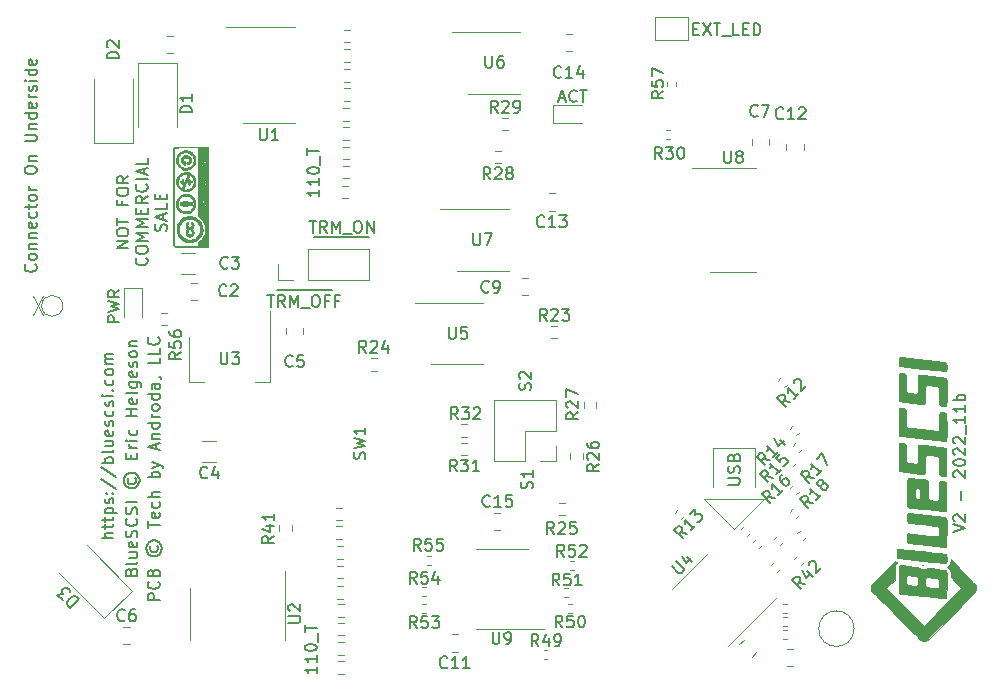
<source format=gbr>
%TF.GenerationSoftware,KiCad,Pcbnew,6.0.5-a6ca702e91~116~ubuntu21.10.1*%
%TF.CreationDate,2022-11-22T06:12:30-07:00*%
%TF.ProjectId,PowerBook,506f7765-7242-46f6-9f6b-2e6b69636164,rev?*%
%TF.SameCoordinates,Original*%
%TF.FileFunction,Legend,Top*%
%TF.FilePolarity,Positive*%
%FSLAX46Y46*%
G04 Gerber Fmt 4.6, Leading zero omitted, Abs format (unit mm)*
G04 Created by KiCad (PCBNEW 6.0.5-a6ca702e91~116~ubuntu21.10.1) date 2022-11-22 06:12:30*
%MOMM*%
%LPD*%
G01*
G04 APERTURE LIST*
%ADD10C,0.150000*%
%ADD11C,0.004000*%
%ADD12C,0.010000*%
%ADD13C,0.120000*%
G04 APERTURE END LIST*
D10*
X109535580Y-91873009D02*
X108535580Y-91873009D01*
X109535580Y-91301580D01*
X108535580Y-91301580D01*
X108535580Y-90634914D02*
X108535580Y-90444438D01*
X108583200Y-90349200D01*
X108678438Y-90253961D01*
X108868914Y-90206342D01*
X109202247Y-90206342D01*
X109392723Y-90253961D01*
X109487961Y-90349200D01*
X109535580Y-90444438D01*
X109535580Y-90634914D01*
X109487961Y-90730152D01*
X109392723Y-90825390D01*
X109202247Y-90873009D01*
X108868914Y-90873009D01*
X108678438Y-90825390D01*
X108583200Y-90730152D01*
X108535580Y-90634914D01*
X108535580Y-89920628D02*
X108535580Y-89349200D01*
X109535580Y-89634914D02*
X108535580Y-89634914D01*
X109011771Y-87920628D02*
X109011771Y-88253961D01*
X109535580Y-88253961D02*
X108535580Y-88253961D01*
X108535580Y-87777771D01*
X108535580Y-87206342D02*
X108535580Y-87015866D01*
X108583200Y-86920628D01*
X108678438Y-86825390D01*
X108868914Y-86777771D01*
X109202247Y-86777771D01*
X109392723Y-86825390D01*
X109487961Y-86920628D01*
X109535580Y-87015866D01*
X109535580Y-87206342D01*
X109487961Y-87301580D01*
X109392723Y-87396819D01*
X109202247Y-87444438D01*
X108868914Y-87444438D01*
X108678438Y-87396819D01*
X108583200Y-87301580D01*
X108535580Y-87206342D01*
X109535580Y-85777771D02*
X109059390Y-86111104D01*
X109535580Y-86349200D02*
X108535580Y-86349200D01*
X108535580Y-85968247D01*
X108583200Y-85873009D01*
X108630819Y-85825390D01*
X108726057Y-85777771D01*
X108868914Y-85777771D01*
X108964152Y-85825390D01*
X109011771Y-85873009D01*
X109059390Y-85968247D01*
X109059390Y-86349200D01*
X111050342Y-92730152D02*
X111097961Y-92777771D01*
X111145580Y-92920628D01*
X111145580Y-93015866D01*
X111097961Y-93158723D01*
X111002723Y-93253961D01*
X110907485Y-93301580D01*
X110717009Y-93349200D01*
X110574152Y-93349200D01*
X110383676Y-93301580D01*
X110288438Y-93253961D01*
X110193200Y-93158723D01*
X110145580Y-93015866D01*
X110145580Y-92920628D01*
X110193200Y-92777771D01*
X110240819Y-92730152D01*
X110145580Y-92111104D02*
X110145580Y-91920628D01*
X110193200Y-91825390D01*
X110288438Y-91730152D01*
X110478914Y-91682533D01*
X110812247Y-91682533D01*
X111002723Y-91730152D01*
X111097961Y-91825390D01*
X111145580Y-91920628D01*
X111145580Y-92111104D01*
X111097961Y-92206342D01*
X111002723Y-92301580D01*
X110812247Y-92349200D01*
X110478914Y-92349200D01*
X110288438Y-92301580D01*
X110193200Y-92206342D01*
X110145580Y-92111104D01*
X111145580Y-91253961D02*
X110145580Y-91253961D01*
X110859866Y-90920628D01*
X110145580Y-90587295D01*
X111145580Y-90587295D01*
X111145580Y-90111104D02*
X110145580Y-90111104D01*
X110859866Y-89777771D01*
X110145580Y-89444438D01*
X111145580Y-89444438D01*
X110621771Y-88968247D02*
X110621771Y-88634914D01*
X111145580Y-88492057D02*
X111145580Y-88968247D01*
X110145580Y-88968247D01*
X110145580Y-88492057D01*
X111145580Y-87492057D02*
X110669390Y-87825390D01*
X111145580Y-88063485D02*
X110145580Y-88063485D01*
X110145580Y-87682533D01*
X110193200Y-87587295D01*
X110240819Y-87539676D01*
X110336057Y-87492057D01*
X110478914Y-87492057D01*
X110574152Y-87539676D01*
X110621771Y-87587295D01*
X110669390Y-87682533D01*
X110669390Y-88063485D01*
X111050342Y-86492057D02*
X111097961Y-86539676D01*
X111145580Y-86682533D01*
X111145580Y-86777771D01*
X111097961Y-86920628D01*
X111002723Y-87015866D01*
X110907485Y-87063485D01*
X110717009Y-87111104D01*
X110574152Y-87111104D01*
X110383676Y-87063485D01*
X110288438Y-87015866D01*
X110193200Y-86920628D01*
X110145580Y-86777771D01*
X110145580Y-86682533D01*
X110193200Y-86539676D01*
X110240819Y-86492057D01*
X111145580Y-86063485D02*
X110145580Y-86063485D01*
X110859866Y-85634914D02*
X110859866Y-85158723D01*
X111145580Y-85730152D02*
X110145580Y-85396819D01*
X111145580Y-85063485D01*
X111145580Y-84253961D02*
X111145580Y-84730152D01*
X110145580Y-84730152D01*
X112707961Y-90420628D02*
X112755580Y-90277771D01*
X112755580Y-90039676D01*
X112707961Y-89944438D01*
X112660342Y-89896819D01*
X112565104Y-89849200D01*
X112469866Y-89849200D01*
X112374628Y-89896819D01*
X112327009Y-89944438D01*
X112279390Y-90039676D01*
X112231771Y-90230152D01*
X112184152Y-90325390D01*
X112136533Y-90373009D01*
X112041295Y-90420628D01*
X111946057Y-90420628D01*
X111850819Y-90373009D01*
X111803200Y-90325390D01*
X111755580Y-90230152D01*
X111755580Y-89992057D01*
X111803200Y-89849200D01*
X112469866Y-89468247D02*
X112469866Y-88992057D01*
X112755580Y-89563485D02*
X111755580Y-89230152D01*
X112755580Y-88896819D01*
X112755580Y-88087295D02*
X112755580Y-88563485D01*
X111755580Y-88563485D01*
X112231771Y-87753961D02*
X112231771Y-87420628D01*
X112755580Y-87277771D02*
X112755580Y-87753961D01*
X111755580Y-87753961D01*
X111755580Y-87277771D01*
D11*
G36*
X176036108Y-113904284D02*
G01*
X175860461Y-113884858D01*
X175741897Y-113870889D01*
X175700306Y-113865524D01*
X175668528Y-113861012D01*
X175645075Y-113857183D01*
X175628463Y-113853865D01*
X175617204Y-113850888D01*
X175609812Y-113848081D01*
X175601173Y-113843774D01*
X175592726Y-113839062D01*
X175584479Y-113833950D01*
X175576442Y-113828447D01*
X175568623Y-113822559D01*
X175561034Y-113816294D01*
X175553682Y-113809659D01*
X175546577Y-113802661D01*
X175539728Y-113795307D01*
X175533145Y-113787606D01*
X175526837Y-113779563D01*
X175520813Y-113771186D01*
X175515082Y-113762483D01*
X175509655Y-113753460D01*
X175504539Y-113744126D01*
X175499745Y-113734486D01*
X175479285Y-113692153D01*
X175479285Y-112944264D01*
X176121340Y-112944264D01*
X176141801Y-112986598D01*
X176144046Y-112991065D01*
X176146531Y-112995709D01*
X176149230Y-113000494D01*
X176152120Y-113005383D01*
X176155175Y-113010338D01*
X176158371Y-113015321D01*
X176161682Y-113020297D01*
X176165085Y-113025227D01*
X176168553Y-113030074D01*
X176172063Y-113034801D01*
X176175589Y-113039372D01*
X176179107Y-113043748D01*
X176182592Y-113047892D01*
X176186020Y-113051768D01*
X176189364Y-113055338D01*
X176192601Y-113058564D01*
X176201021Y-113066316D01*
X176209392Y-113073447D01*
X176217783Y-113079983D01*
X176226258Y-113085948D01*
X176234887Y-113091368D01*
X176243736Y-113096267D01*
X176252872Y-113100670D01*
X176262363Y-113104602D01*
X176272276Y-113108087D01*
X176282677Y-113111150D01*
X176293634Y-113113816D01*
X176305215Y-113116111D01*
X176317486Y-113118058D01*
X176330514Y-113119683D01*
X176344367Y-113121010D01*
X176359112Y-113122064D01*
X176379951Y-113123142D01*
X176388887Y-113123481D01*
X176396970Y-113123674D01*
X176404300Y-113123709D01*
X176410979Y-113123577D01*
X176417108Y-113123268D01*
X176422789Y-113122770D01*
X176428122Y-113122073D01*
X176433209Y-113121168D01*
X176438152Y-113120044D01*
X176443051Y-113118691D01*
X176448008Y-113117097D01*
X176453125Y-113115254D01*
X176458502Y-113113150D01*
X176464240Y-113110775D01*
X176471959Y-113107282D01*
X176479259Y-113103663D01*
X176486169Y-113099894D01*
X176492716Y-113095948D01*
X176498928Y-113091799D01*
X176504833Y-113087422D01*
X176510459Y-113082790D01*
X176515834Y-113077879D01*
X176520985Y-113072661D01*
X176525942Y-113067112D01*
X176530731Y-113061205D01*
X176535380Y-113054915D01*
X176539918Y-113048215D01*
X176544372Y-113041081D01*
X176548770Y-113033485D01*
X176553140Y-113025403D01*
X176569368Y-112993653D01*
X176569368Y-112400986D01*
X176551023Y-112362181D01*
X176542917Y-112345931D01*
X176534192Y-112330771D01*
X176524826Y-112316684D01*
X176514797Y-112303653D01*
X176504082Y-112291659D01*
X176492658Y-112280685D01*
X176480502Y-112270713D01*
X176467591Y-112261727D01*
X176453904Y-112253708D01*
X176439416Y-112246639D01*
X176424106Y-112240502D01*
X176407950Y-112235280D01*
X176390926Y-112230954D01*
X176373011Y-112227509D01*
X176354183Y-112224925D01*
X176334418Y-112223186D01*
X176316344Y-112222103D01*
X176308342Y-112221750D01*
X176300948Y-112221532D01*
X176294100Y-112221455D01*
X176287735Y-112221524D01*
X176281793Y-112221747D01*
X176276210Y-112222128D01*
X176270924Y-112222675D01*
X176265874Y-112223393D01*
X176260998Y-112224289D01*
X176256233Y-112225369D01*
X176251519Y-112226640D01*
X176246791Y-112228106D01*
X176241989Y-112229775D01*
X176237051Y-112231653D01*
X176228826Y-112235008D01*
X176220826Y-112238719D01*
X176213062Y-112242778D01*
X176205544Y-112247175D01*
X176198282Y-112251903D01*
X176191286Y-112256954D01*
X176184568Y-112262319D01*
X176178137Y-112267989D01*
X176172004Y-112273958D01*
X176166178Y-112280215D01*
X176160672Y-112286754D01*
X176155493Y-112293566D01*
X176150654Y-112300642D01*
X176146164Y-112307974D01*
X176142034Y-112315555D01*
X176138273Y-112323375D01*
X176132684Y-112335621D01*
X176128484Y-112348445D01*
X176125474Y-112365668D01*
X176123457Y-112391109D01*
X176122233Y-112428589D01*
X176121605Y-112481927D01*
X176121340Y-112651459D01*
X176121340Y-112944264D01*
X175479285Y-112944264D01*
X175479285Y-111476709D01*
X175496218Y-111440726D01*
X175502125Y-111429004D01*
X175508718Y-111417926D01*
X175515970Y-111407508D01*
X175523856Y-111397764D01*
X175532349Y-111388711D01*
X175541424Y-111380363D01*
X175551056Y-111372738D01*
X175561217Y-111365849D01*
X175571883Y-111359712D01*
X175583027Y-111354343D01*
X175594624Y-111349758D01*
X175606648Y-111345972D01*
X175619073Y-111343000D01*
X175631873Y-111340858D01*
X175645023Y-111339562D01*
X175658495Y-111339126D01*
X175713849Y-111343580D01*
X175839912Y-111355706D01*
X176229290Y-111395570D01*
X176904507Y-111466831D01*
X176945549Y-111471241D01*
X176978579Y-111475121D01*
X176992521Y-111476946D01*
X177004978Y-111478737D01*
X177016123Y-111480529D01*
X177026127Y-111482353D01*
X177035164Y-111484244D01*
X177043406Y-111486234D01*
X177051026Y-111488356D01*
X177058197Y-111490643D01*
X177065090Y-111493129D01*
X177071879Y-111495847D01*
X177078736Y-111498829D01*
X177085835Y-111502108D01*
X177095008Y-111506709D01*
X177103755Y-111511530D01*
X177112097Y-111516593D01*
X177120054Y-111521919D01*
X177127648Y-111527531D01*
X177134898Y-111533449D01*
X177141826Y-111539696D01*
X177148453Y-111546294D01*
X177154798Y-111553264D01*
X177160883Y-111560627D01*
X177166727Y-111568406D01*
X177172353Y-111576622D01*
X177177781Y-111585297D01*
X177183030Y-111594452D01*
X177188123Y-111604110D01*
X177193079Y-111614292D01*
X177211424Y-111653098D01*
X177214951Y-112362181D01*
X177218479Y-113071265D01*
X177234001Y-113104425D01*
X177235725Y-113107983D01*
X177237708Y-113111755D01*
X177239926Y-113115707D01*
X177242358Y-113119804D01*
X177244979Y-113124013D01*
X177247768Y-113128300D01*
X177250701Y-113132630D01*
X177253757Y-113136969D01*
X177256911Y-113141284D01*
X177260142Y-113145539D01*
X177263427Y-113149702D01*
X177266743Y-113153737D01*
X177270067Y-113157611D01*
X177273377Y-113161290D01*
X177276650Y-113164739D01*
X177279862Y-113167925D01*
X177299768Y-113187122D01*
X177309229Y-113195051D01*
X177319120Y-113202045D01*
X177330006Y-113208242D01*
X177342457Y-113213777D01*
X177357038Y-113218784D01*
X177374318Y-113223400D01*
X177394864Y-113227759D01*
X177419244Y-113231997D01*
X177481772Y-113240653D01*
X177566443Y-113250449D01*
X177677796Y-113262469D01*
X177766434Y-113271893D01*
X177837097Y-113279116D01*
X177892182Y-113284323D01*
X177914633Y-113286226D01*
X177934089Y-113287693D01*
X177950849Y-113288747D01*
X177965213Y-113289410D01*
X177977481Y-113289706D01*
X177987953Y-113289656D01*
X177996929Y-113289283D01*
X178004707Y-113288611D01*
X178011589Y-113287662D01*
X178017873Y-113286459D01*
X178026807Y-113284212D01*
X178035603Y-113281454D01*
X178044237Y-113278199D01*
X178052688Y-113274464D01*
X178060932Y-113270267D01*
X178068946Y-113265622D01*
X178076708Y-113260548D01*
X178084196Y-113255061D01*
X178091385Y-113249177D01*
X178098254Y-113242912D01*
X178104780Y-113236284D01*
X178110940Y-113229308D01*
X178116712Y-113222002D01*
X178122072Y-113214381D01*
X178126998Y-113206463D01*
X178131468Y-113198264D01*
X178149812Y-113163693D01*
X178153340Y-112453904D01*
X178156868Y-111744820D01*
X178172390Y-111715892D01*
X178176376Y-111708879D01*
X178180891Y-111701891D01*
X178185889Y-111694969D01*
X178191319Y-111688155D01*
X178197134Y-111681489D01*
X178203284Y-111675014D01*
X178209722Y-111668770D01*
X178216399Y-111662799D01*
X178223266Y-111657142D01*
X178230275Y-111651841D01*
X178237376Y-111646936D01*
X178244522Y-111642470D01*
X178251664Y-111638484D01*
X178258753Y-111635018D01*
X178265741Y-111632114D01*
X178272579Y-111629814D01*
X178279915Y-111627723D01*
X178287710Y-111625948D01*
X178296075Y-111624491D01*
X178305123Y-111623354D01*
X178325711Y-111622050D01*
X178350367Y-111622053D01*
X178379983Y-111623379D01*
X178415454Y-111626044D01*
X178457672Y-111630065D01*
X178507529Y-111635459D01*
X178542045Y-111639484D01*
X178570930Y-111643187D01*
X178583486Y-111644962D01*
X178594904Y-111646708D01*
X178605274Y-111648444D01*
X178614685Y-111650188D01*
X178623229Y-111651956D01*
X178630994Y-111653766D01*
X178638071Y-111655637D01*
X178644550Y-111657585D01*
X178650520Y-111659628D01*
X178656072Y-111661784D01*
X178661295Y-111664070D01*
X178666279Y-111666504D01*
X178674312Y-111670809D01*
X178682259Y-111675509D01*
X178690098Y-111680588D01*
X178697808Y-111686027D01*
X178705370Y-111691810D01*
X178712763Y-111697918D01*
X178719965Y-111704335D01*
X178726957Y-111711041D01*
X178733717Y-111718021D01*
X178740224Y-111725256D01*
X178746459Y-111732729D01*
X178752401Y-111740421D01*
X178758028Y-111748316D01*
X178763320Y-111756397D01*
X178768257Y-111764644D01*
X178772818Y-111773042D01*
X178791868Y-111808320D01*
X178791868Y-114045636D01*
X178773524Y-114080209D01*
X178769413Y-114087819D01*
X178764777Y-114095286D01*
X178759656Y-114102581D01*
X178754088Y-114109676D01*
X178748110Y-114116545D01*
X178741761Y-114123158D01*
X178735080Y-114129488D01*
X178728103Y-114135506D01*
X178720871Y-114141186D01*
X178713420Y-114146499D01*
X178705790Y-114151417D01*
X178698018Y-114155913D01*
X178690143Y-114159957D01*
X178682202Y-114163524D01*
X178674235Y-114166583D01*
X178666279Y-114169109D01*
X178642610Y-114174345D01*
X178493330Y-114162318D01*
X177024452Y-114008948D01*
X176404300Y-113943560D01*
X176280730Y-113930531D01*
X176036108Y-113904284D01*
G37*
X176036108Y-113904284D02*
X175860461Y-113884858D01*
X175741897Y-113870889D01*
X175700306Y-113865524D01*
X175668528Y-113861012D01*
X175645075Y-113857183D01*
X175628463Y-113853865D01*
X175617204Y-113850888D01*
X175609812Y-113848081D01*
X175601173Y-113843774D01*
X175592726Y-113839062D01*
X175584479Y-113833950D01*
X175576442Y-113828447D01*
X175568623Y-113822559D01*
X175561034Y-113816294D01*
X175553682Y-113809659D01*
X175546577Y-113802661D01*
X175539728Y-113795307D01*
X175533145Y-113787606D01*
X175526837Y-113779563D01*
X175520813Y-113771186D01*
X175515082Y-113762483D01*
X175509655Y-113753460D01*
X175504539Y-113744126D01*
X175499745Y-113734486D01*
X175479285Y-113692153D01*
X175479285Y-112944264D01*
X176121340Y-112944264D01*
X176141801Y-112986598D01*
X176144046Y-112991065D01*
X176146531Y-112995709D01*
X176149230Y-113000494D01*
X176152120Y-113005383D01*
X176155175Y-113010338D01*
X176158371Y-113015321D01*
X176161682Y-113020297D01*
X176165085Y-113025227D01*
X176168553Y-113030074D01*
X176172063Y-113034801D01*
X176175589Y-113039372D01*
X176179107Y-113043748D01*
X176182592Y-113047892D01*
X176186020Y-113051768D01*
X176189364Y-113055338D01*
X176192601Y-113058564D01*
X176201021Y-113066316D01*
X176209392Y-113073447D01*
X176217783Y-113079983D01*
X176226258Y-113085948D01*
X176234887Y-113091368D01*
X176243736Y-113096267D01*
X176252872Y-113100670D01*
X176262363Y-113104602D01*
X176272276Y-113108087D01*
X176282677Y-113111150D01*
X176293634Y-113113816D01*
X176305215Y-113116111D01*
X176317486Y-113118058D01*
X176330514Y-113119683D01*
X176344367Y-113121010D01*
X176359112Y-113122064D01*
X176379951Y-113123142D01*
X176388887Y-113123481D01*
X176396970Y-113123674D01*
X176404300Y-113123709D01*
X176410979Y-113123577D01*
X176417108Y-113123268D01*
X176422789Y-113122770D01*
X176428122Y-113122073D01*
X176433209Y-113121168D01*
X176438152Y-113120044D01*
X176443051Y-113118691D01*
X176448008Y-113117097D01*
X176453125Y-113115254D01*
X176458502Y-113113150D01*
X176464240Y-113110775D01*
X176471959Y-113107282D01*
X176479259Y-113103663D01*
X176486169Y-113099894D01*
X176492716Y-113095948D01*
X176498928Y-113091799D01*
X176504833Y-113087422D01*
X176510459Y-113082790D01*
X176515834Y-113077879D01*
X176520985Y-113072661D01*
X176525942Y-113067112D01*
X176530731Y-113061205D01*
X176535380Y-113054915D01*
X176539918Y-113048215D01*
X176544372Y-113041081D01*
X176548770Y-113033485D01*
X176553140Y-113025403D01*
X176569368Y-112993653D01*
X176569368Y-112400986D01*
X176551023Y-112362181D01*
X176542917Y-112345931D01*
X176534192Y-112330771D01*
X176524826Y-112316684D01*
X176514797Y-112303653D01*
X176504082Y-112291659D01*
X176492658Y-112280685D01*
X176480502Y-112270713D01*
X176467591Y-112261727D01*
X176453904Y-112253708D01*
X176439416Y-112246639D01*
X176424106Y-112240502D01*
X176407950Y-112235280D01*
X176390926Y-112230954D01*
X176373011Y-112227509D01*
X176354183Y-112224925D01*
X176334418Y-112223186D01*
X176316344Y-112222103D01*
X176308342Y-112221750D01*
X176300948Y-112221532D01*
X176294100Y-112221455D01*
X176287735Y-112221524D01*
X176281793Y-112221747D01*
X176276210Y-112222128D01*
X176270924Y-112222675D01*
X176265874Y-112223393D01*
X176260998Y-112224289D01*
X176256233Y-112225369D01*
X176251519Y-112226640D01*
X176246791Y-112228106D01*
X176241989Y-112229775D01*
X176237051Y-112231653D01*
X176228826Y-112235008D01*
X176220826Y-112238719D01*
X176213062Y-112242778D01*
X176205544Y-112247175D01*
X176198282Y-112251903D01*
X176191286Y-112256954D01*
X176184568Y-112262319D01*
X176178137Y-112267989D01*
X176172004Y-112273958D01*
X176166178Y-112280215D01*
X176160672Y-112286754D01*
X176155493Y-112293566D01*
X176150654Y-112300642D01*
X176146164Y-112307974D01*
X176142034Y-112315555D01*
X176138273Y-112323375D01*
X176132684Y-112335621D01*
X176128484Y-112348445D01*
X176125474Y-112365668D01*
X176123457Y-112391109D01*
X176122233Y-112428589D01*
X176121605Y-112481927D01*
X176121340Y-112651459D01*
X176121340Y-112944264D01*
X175479285Y-112944264D01*
X175479285Y-111476709D01*
X175496218Y-111440726D01*
X175502125Y-111429004D01*
X175508718Y-111417926D01*
X175515970Y-111407508D01*
X175523856Y-111397764D01*
X175532349Y-111388711D01*
X175541424Y-111380363D01*
X175551056Y-111372738D01*
X175561217Y-111365849D01*
X175571883Y-111359712D01*
X175583027Y-111354343D01*
X175594624Y-111349758D01*
X175606648Y-111345972D01*
X175619073Y-111343000D01*
X175631873Y-111340858D01*
X175645023Y-111339562D01*
X175658495Y-111339126D01*
X175713849Y-111343580D01*
X175839912Y-111355706D01*
X176229290Y-111395570D01*
X176904507Y-111466831D01*
X176945549Y-111471241D01*
X176978579Y-111475121D01*
X176992521Y-111476946D01*
X177004978Y-111478737D01*
X177016123Y-111480529D01*
X177026127Y-111482353D01*
X177035164Y-111484244D01*
X177043406Y-111486234D01*
X177051026Y-111488356D01*
X177058197Y-111490643D01*
X177065090Y-111493129D01*
X177071879Y-111495847D01*
X177078736Y-111498829D01*
X177085835Y-111502108D01*
X177095008Y-111506709D01*
X177103755Y-111511530D01*
X177112097Y-111516593D01*
X177120054Y-111521919D01*
X177127648Y-111527531D01*
X177134898Y-111533449D01*
X177141826Y-111539696D01*
X177148453Y-111546294D01*
X177154798Y-111553264D01*
X177160883Y-111560627D01*
X177166727Y-111568406D01*
X177172353Y-111576622D01*
X177177781Y-111585297D01*
X177183030Y-111594452D01*
X177188123Y-111604110D01*
X177193079Y-111614292D01*
X177211424Y-111653098D01*
X177214951Y-112362181D01*
X177218479Y-113071265D01*
X177234001Y-113104425D01*
X177235725Y-113107983D01*
X177237708Y-113111755D01*
X177239926Y-113115707D01*
X177242358Y-113119804D01*
X177244979Y-113124013D01*
X177247768Y-113128300D01*
X177250701Y-113132630D01*
X177253757Y-113136969D01*
X177256911Y-113141284D01*
X177260142Y-113145539D01*
X177263427Y-113149702D01*
X177266743Y-113153737D01*
X177270067Y-113157611D01*
X177273377Y-113161290D01*
X177276650Y-113164739D01*
X177279862Y-113167925D01*
X177299768Y-113187122D01*
X177309229Y-113195051D01*
X177319120Y-113202045D01*
X177330006Y-113208242D01*
X177342457Y-113213777D01*
X177357038Y-113218784D01*
X177374318Y-113223400D01*
X177394864Y-113227759D01*
X177419244Y-113231997D01*
X177481772Y-113240653D01*
X177566443Y-113250449D01*
X177677796Y-113262469D01*
X177766434Y-113271893D01*
X177837097Y-113279116D01*
X177892182Y-113284323D01*
X177914633Y-113286226D01*
X177934089Y-113287693D01*
X177950849Y-113288747D01*
X177965213Y-113289410D01*
X177977481Y-113289706D01*
X177987953Y-113289656D01*
X177996929Y-113289283D01*
X178004707Y-113288611D01*
X178011589Y-113287662D01*
X178017873Y-113286459D01*
X178026807Y-113284212D01*
X178035603Y-113281454D01*
X178044237Y-113278199D01*
X178052688Y-113274464D01*
X178060932Y-113270267D01*
X178068946Y-113265622D01*
X178076708Y-113260548D01*
X178084196Y-113255061D01*
X178091385Y-113249177D01*
X178098254Y-113242912D01*
X178104780Y-113236284D01*
X178110940Y-113229308D01*
X178116712Y-113222002D01*
X178122072Y-113214381D01*
X178126998Y-113206463D01*
X178131468Y-113198264D01*
X178149812Y-113163693D01*
X178153340Y-112453904D01*
X178156868Y-111744820D01*
X178172390Y-111715892D01*
X178176376Y-111708879D01*
X178180891Y-111701891D01*
X178185889Y-111694969D01*
X178191319Y-111688155D01*
X178197134Y-111681489D01*
X178203284Y-111675014D01*
X178209722Y-111668770D01*
X178216399Y-111662799D01*
X178223266Y-111657142D01*
X178230275Y-111651841D01*
X178237376Y-111646936D01*
X178244522Y-111642470D01*
X178251664Y-111638484D01*
X178258753Y-111635018D01*
X178265741Y-111632114D01*
X178272579Y-111629814D01*
X178279915Y-111627723D01*
X178287710Y-111625948D01*
X178296075Y-111624491D01*
X178305123Y-111623354D01*
X178325711Y-111622050D01*
X178350367Y-111622053D01*
X178379983Y-111623379D01*
X178415454Y-111626044D01*
X178457672Y-111630065D01*
X178507529Y-111635459D01*
X178542045Y-111639484D01*
X178570930Y-111643187D01*
X178583486Y-111644962D01*
X178594904Y-111646708D01*
X178605274Y-111648444D01*
X178614685Y-111650188D01*
X178623229Y-111651956D01*
X178630994Y-111653766D01*
X178638071Y-111655637D01*
X178644550Y-111657585D01*
X178650520Y-111659628D01*
X178656072Y-111661784D01*
X178661295Y-111664070D01*
X178666279Y-111666504D01*
X178674312Y-111670809D01*
X178682259Y-111675509D01*
X178690098Y-111680588D01*
X178697808Y-111686027D01*
X178705370Y-111691810D01*
X178712763Y-111697918D01*
X178719965Y-111704335D01*
X178726957Y-111711041D01*
X178733717Y-111718021D01*
X178740224Y-111725256D01*
X178746459Y-111732729D01*
X178752401Y-111740421D01*
X178758028Y-111748316D01*
X178763320Y-111756397D01*
X178768257Y-111764644D01*
X178772818Y-111773042D01*
X178791868Y-111808320D01*
X178791868Y-114045636D01*
X178773524Y-114080209D01*
X178769413Y-114087819D01*
X178764777Y-114095286D01*
X178759656Y-114102581D01*
X178754088Y-114109676D01*
X178748110Y-114116545D01*
X178741761Y-114123158D01*
X178735080Y-114129488D01*
X178728103Y-114135506D01*
X178720871Y-114141186D01*
X178713420Y-114146499D01*
X178705790Y-114151417D01*
X178698018Y-114155913D01*
X178690143Y-114159957D01*
X178682202Y-114163524D01*
X178674235Y-114166583D01*
X178666279Y-114169109D01*
X178642610Y-114174345D01*
X178493330Y-114162318D01*
X177024452Y-114008948D01*
X176404300Y-113943560D01*
X176280730Y-113930531D01*
X176036108Y-113904284D01*
G36*
X176203890Y-121277477D02*
G01*
X176148056Y-121271596D01*
X175698657Y-121224058D01*
X175372207Y-121189104D01*
X175248708Y-121175625D01*
X175148291Y-121164428D01*
X175068404Y-121155222D01*
X175006495Y-121147722D01*
X174960012Y-121141637D01*
X174941759Y-121139035D01*
X174926405Y-121136679D01*
X174913631Y-121134533D01*
X174903120Y-121132561D01*
X174894551Y-121130727D01*
X174887606Y-121128994D01*
X174881966Y-121127327D01*
X174877311Y-121125689D01*
X174873324Y-121124045D01*
X174869684Y-121122359D01*
X174860875Y-121117717D01*
X174852194Y-121112546D01*
X174843670Y-121106876D01*
X174835333Y-121100740D01*
X174827210Y-121094170D01*
X174819331Y-121087198D01*
X174811725Y-121079856D01*
X174804421Y-121072176D01*
X174797447Y-121064190D01*
X174790833Y-121055930D01*
X174784608Y-121047429D01*
X174778800Y-121038717D01*
X174773439Y-121029828D01*
X174768553Y-121020793D01*
X174764172Y-121011644D01*
X174760323Y-121002414D01*
X174755668Y-120987926D01*
X174752187Y-120962837D01*
X174748152Y-120832375D01*
X174747824Y-120260876D01*
X175359340Y-120260876D01*
X175377684Y-120299681D01*
X175381966Y-120308692D01*
X175386600Y-120317463D01*
X175391578Y-120325986D01*
X175396889Y-120334253D01*
X175402522Y-120342256D01*
X175408467Y-120349985D01*
X175414714Y-120357433D01*
X175421253Y-120364592D01*
X175428072Y-120371453D01*
X175435163Y-120378009D01*
X175442513Y-120384250D01*
X175450114Y-120390169D01*
X175457955Y-120395756D01*
X175466025Y-120401005D01*
X175474314Y-120405907D01*
X175482812Y-120410453D01*
X175495366Y-120416285D01*
X175510748Y-120421389D01*
X175532050Y-120426229D01*
X175562364Y-120431267D01*
X175604782Y-120436967D01*
X175662398Y-120443791D01*
X175835590Y-120462664D01*
X175962689Y-120476114D01*
X176074509Y-120487182D01*
X176158944Y-120494811D01*
X176187110Y-120497005D01*
X176203890Y-120497942D01*
X176215264Y-120497882D01*
X176226122Y-120497429D01*
X176236494Y-120496572D01*
X176246411Y-120495296D01*
X176255902Y-120493591D01*
X176264996Y-120491443D01*
X176273725Y-120488841D01*
X176282119Y-120485771D01*
X176290206Y-120482222D01*
X176298017Y-120478181D01*
X176305582Y-120473636D01*
X176312931Y-120468573D01*
X176320095Y-120462982D01*
X176327102Y-120456849D01*
X176333983Y-120450162D01*
X176340768Y-120442909D01*
X176351850Y-120430209D01*
X177003285Y-120430209D01*
X177023745Y-120473248D01*
X177028524Y-120482996D01*
X177033596Y-120492394D01*
X177038957Y-120501441D01*
X177044603Y-120510135D01*
X177050531Y-120518473D01*
X177056736Y-120526454D01*
X177063213Y-120534075D01*
X177069959Y-120541334D01*
X177076970Y-120548229D01*
X177084241Y-120554759D01*
X177091769Y-120560920D01*
X177099549Y-120566712D01*
X177107576Y-120572131D01*
X177115848Y-120577176D01*
X177124359Y-120581846D01*
X177133106Y-120586136D01*
X177146639Y-120591201D01*
X177165562Y-120596091D01*
X177193084Y-120601230D01*
X177232414Y-120607039D01*
X177359325Y-120622352D01*
X177571962Y-120645403D01*
X177731131Y-120661841D01*
X177865826Y-120675301D01*
X177961892Y-120684396D01*
X177991016Y-120686873D01*
X178005174Y-120687737D01*
X178014630Y-120687561D01*
X178023705Y-120687026D01*
X178032434Y-120686118D01*
X178040848Y-120684826D01*
X178048981Y-120683137D01*
X178056866Y-120681039D01*
X178064536Y-120678520D01*
X178072025Y-120675566D01*
X178079364Y-120672165D01*
X178086588Y-120668306D01*
X178093729Y-120663976D01*
X178100820Y-120659162D01*
X178107895Y-120653851D01*
X178114986Y-120648033D01*
X178122127Y-120641693D01*
X178129351Y-120634820D01*
X178146842Y-120616675D01*
X178153931Y-120608073D01*
X178160010Y-120599068D01*
X178165150Y-120589125D01*
X178169423Y-120577707D01*
X178172900Y-120564278D01*
X178175653Y-120548301D01*
X178177753Y-120529240D01*
X178179270Y-120506559D01*
X178180846Y-120448189D01*
X178180949Y-120368901D01*
X178180151Y-120264403D01*
X178178034Y-119992764D01*
X178156868Y-119955370D01*
X178151699Y-119946297D01*
X178146012Y-119937360D01*
X178139849Y-119928595D01*
X178133254Y-119920037D01*
X178126270Y-119911723D01*
X178118942Y-119903689D01*
X178111311Y-119895972D01*
X178103422Y-119888607D01*
X178095318Y-119881630D01*
X178087043Y-119875079D01*
X178078639Y-119868988D01*
X178070151Y-119863394D01*
X178061621Y-119858334D01*
X178053093Y-119853843D01*
X178044611Y-119849958D01*
X178036218Y-119846714D01*
X177988083Y-119837964D01*
X177887544Y-119824599D01*
X177598773Y-119791504D01*
X177308944Y-119762378D01*
X177207083Y-119753975D01*
X177157096Y-119752170D01*
X177145481Y-119753838D01*
X177134194Y-119756191D01*
X177123248Y-119759217D01*
X177112656Y-119762907D01*
X177102433Y-119767251D01*
X177092591Y-119772237D01*
X177083144Y-119777855D01*
X177074104Y-119784096D01*
X177065487Y-119790949D01*
X177057305Y-119798403D01*
X177049571Y-119806448D01*
X177042299Y-119815075D01*
X177035503Y-119824271D01*
X177029196Y-119834028D01*
X177023390Y-119844335D01*
X177018101Y-119855181D01*
X177013413Y-119866336D01*
X177009833Y-119879071D01*
X177007212Y-119896419D01*
X177005401Y-119921415D01*
X177004252Y-119957094D01*
X177003615Y-120006489D01*
X177003285Y-120158570D01*
X177003285Y-120430209D01*
X176351850Y-120430209D01*
X176357066Y-120424231D01*
X176363652Y-120415391D01*
X176369288Y-120406198D01*
X176374043Y-120396136D01*
X176377987Y-120384692D01*
X176381189Y-120371350D01*
X176383718Y-120355596D01*
X176385644Y-120336915D01*
X176387035Y-120314792D01*
X176388492Y-120258163D01*
X176388642Y-120181591D01*
X176388040Y-120080959D01*
X176385923Y-119809320D01*
X176360523Y-119763459D01*
X176354763Y-119753564D01*
X176348607Y-119744001D01*
X176342073Y-119734785D01*
X176335179Y-119725932D01*
X176327941Y-119717460D01*
X176320377Y-119709385D01*
X176312505Y-119701723D01*
X176304344Y-119694491D01*
X176295909Y-119687705D01*
X176287219Y-119681383D01*
X176278291Y-119675540D01*
X176269143Y-119670193D01*
X176259792Y-119665359D01*
X176250257Y-119661054D01*
X176240554Y-119657295D01*
X176230701Y-119654098D01*
X176192186Y-119647471D01*
X176115067Y-119637462D01*
X175894592Y-119612558D01*
X175668429Y-119589903D01*
X175584199Y-119582706D01*
X175535729Y-119580015D01*
X175529632Y-119580073D01*
X175523763Y-119580250D01*
X175518104Y-119580549D01*
X175512633Y-119580974D01*
X175507332Y-119581526D01*
X175502181Y-119582210D01*
X175497159Y-119583028D01*
X175492249Y-119583983D01*
X175487429Y-119585079D01*
X175482681Y-119586319D01*
X175477985Y-119587706D01*
X175473320Y-119589242D01*
X175468668Y-119590931D01*
X175464009Y-119592776D01*
X175459323Y-119594781D01*
X175454590Y-119596948D01*
X175446920Y-119600657D01*
X175439761Y-119604400D01*
X175433080Y-119608209D01*
X175426842Y-119612117D01*
X175421013Y-119616158D01*
X175415560Y-119620363D01*
X175410448Y-119624768D01*
X175405642Y-119629403D01*
X175401110Y-119634304D01*
X175396816Y-119639501D01*
X175392727Y-119645030D01*
X175388808Y-119650923D01*
X175385026Y-119657212D01*
X175381346Y-119663931D01*
X175377734Y-119671114D01*
X175374157Y-119678792D01*
X175369469Y-119689954D01*
X175365888Y-119702737D01*
X175363267Y-119720216D01*
X175361457Y-119745467D01*
X175360307Y-119781566D01*
X175359671Y-119831589D01*
X175359340Y-119985709D01*
X175359340Y-120260876D01*
X174747824Y-120260876D01*
X174747623Y-119910920D01*
X174749035Y-118855409D01*
X174770201Y-118820836D01*
X174775098Y-118813515D01*
X174780502Y-118806382D01*
X174786375Y-118799463D01*
X174792680Y-118792780D01*
X174799377Y-118786357D01*
X174806428Y-118780219D01*
X174813796Y-118774389D01*
X174821442Y-118768890D01*
X174829328Y-118763747D01*
X174837415Y-118758983D01*
X174845666Y-118754623D01*
X174854041Y-118750689D01*
X174862503Y-118747206D01*
X174871014Y-118744197D01*
X174879536Y-118741686D01*
X174888029Y-118739697D01*
X174956520Y-118742555D01*
X175109331Y-118755550D01*
X175558307Y-118800375D01*
X176015749Y-118851021D01*
X176179143Y-118871292D01*
X176262451Y-118884336D01*
X176297423Y-118894170D01*
X176332808Y-118905591D01*
X176368293Y-118918468D01*
X176403562Y-118932667D01*
X176438302Y-118948057D01*
X176472199Y-118964505D01*
X176504939Y-118981879D01*
X176536207Y-119000048D01*
X176568888Y-119019924D01*
X176596311Y-119036031D01*
X176608433Y-119042856D01*
X176619699Y-119048962D01*
X176630263Y-119054424D01*
X176640276Y-119059314D01*
X176649893Y-119063709D01*
X176659266Y-119067682D01*
X176668548Y-119071307D01*
X176677891Y-119074660D01*
X176687450Y-119077814D01*
X176697377Y-119080845D01*
X176718946Y-119086831D01*
X176748731Y-119093822D01*
X176761985Y-119096348D01*
X176774530Y-119098175D01*
X176786654Y-119099262D01*
X176798643Y-119099568D01*
X176810785Y-119099054D01*
X176823368Y-119097679D01*
X176836678Y-119095403D01*
X176851003Y-119092185D01*
X176866630Y-119087985D01*
X176883847Y-119082763D01*
X176902941Y-119076479D01*
X176924199Y-119069092D01*
X176974356Y-119050848D01*
X177024461Y-119032724D01*
X177046546Y-119025076D01*
X177066950Y-119018304D01*
X177085894Y-119012359D01*
X177103601Y-119007191D01*
X177120294Y-119002751D01*
X177136193Y-118998989D01*
X177151523Y-118995856D01*
X177166503Y-118993301D01*
X177181358Y-118991275D01*
X177196309Y-118989729D01*
X177211578Y-118988613D01*
X177227388Y-118987877D01*
X177243960Y-118987472D01*
X177261518Y-118987348D01*
X177498750Y-119007809D01*
X177957107Y-119053670D01*
X178410570Y-119101648D01*
X178633118Y-119128459D01*
X178645107Y-119132238D01*
X178656965Y-119136931D01*
X178668643Y-119142492D01*
X178680092Y-119148876D01*
X178691265Y-119156037D01*
X178702112Y-119163930D01*
X178712585Y-119172509D01*
X178722635Y-119181728D01*
X178732214Y-119191543D01*
X178741273Y-119201908D01*
X178749764Y-119212777D01*
X178757637Y-119224106D01*
X178764845Y-119235847D01*
X178771339Y-119247957D01*
X178777070Y-119260389D01*
X178781990Y-119273097D01*
X178786412Y-119288818D01*
X178789718Y-119315254D01*
X178793544Y-119447370D01*
X178793985Y-120358242D01*
X178791868Y-121403876D01*
X178776345Y-121432803D01*
X178772773Y-121439188D01*
X178768702Y-121445615D01*
X178764177Y-121452044D01*
X178759247Y-121458435D01*
X178753957Y-121464747D01*
X178748354Y-121470940D01*
X178742484Y-121476975D01*
X178736394Y-121482810D01*
X178730130Y-121488405D01*
X178723739Y-121493719D01*
X178717268Y-121498714D01*
X178710762Y-121503348D01*
X178704269Y-121507581D01*
X178697835Y-121511372D01*
X178691506Y-121514682D01*
X178685329Y-121517470D01*
X178682623Y-121518511D01*
X178679554Y-121519515D01*
X178676156Y-121520477D01*
X178672464Y-121521394D01*
X178664332Y-121523076D01*
X178655431Y-121524525D01*
X178646034Y-121525711D01*
X178636414Y-121526598D01*
X178626843Y-121527155D01*
X178617595Y-121527348D01*
X178047771Y-121470639D01*
X178005174Y-121466186D01*
X176740818Y-121334026D01*
X176203890Y-121277477D01*
G37*
X176203890Y-121277477D02*
X176148056Y-121271596D01*
X175698657Y-121224058D01*
X175372207Y-121189104D01*
X175248708Y-121175625D01*
X175148291Y-121164428D01*
X175068404Y-121155222D01*
X175006495Y-121147722D01*
X174960012Y-121141637D01*
X174941759Y-121139035D01*
X174926405Y-121136679D01*
X174913631Y-121134533D01*
X174903120Y-121132561D01*
X174894551Y-121130727D01*
X174887606Y-121128994D01*
X174881966Y-121127327D01*
X174877311Y-121125689D01*
X174873324Y-121124045D01*
X174869684Y-121122359D01*
X174860875Y-121117717D01*
X174852194Y-121112546D01*
X174843670Y-121106876D01*
X174835333Y-121100740D01*
X174827210Y-121094170D01*
X174819331Y-121087198D01*
X174811725Y-121079856D01*
X174804421Y-121072176D01*
X174797447Y-121064190D01*
X174790833Y-121055930D01*
X174784608Y-121047429D01*
X174778800Y-121038717D01*
X174773439Y-121029828D01*
X174768553Y-121020793D01*
X174764172Y-121011644D01*
X174760323Y-121002414D01*
X174755668Y-120987926D01*
X174752187Y-120962837D01*
X174748152Y-120832375D01*
X174747824Y-120260876D01*
X175359340Y-120260876D01*
X175377684Y-120299681D01*
X175381966Y-120308692D01*
X175386600Y-120317463D01*
X175391578Y-120325986D01*
X175396889Y-120334253D01*
X175402522Y-120342256D01*
X175408467Y-120349985D01*
X175414714Y-120357433D01*
X175421253Y-120364592D01*
X175428072Y-120371453D01*
X175435163Y-120378009D01*
X175442513Y-120384250D01*
X175450114Y-120390169D01*
X175457955Y-120395756D01*
X175466025Y-120401005D01*
X175474314Y-120405907D01*
X175482812Y-120410453D01*
X175495366Y-120416285D01*
X175510748Y-120421389D01*
X175532050Y-120426229D01*
X175562364Y-120431267D01*
X175604782Y-120436967D01*
X175662398Y-120443791D01*
X175835590Y-120462664D01*
X175962689Y-120476114D01*
X176074509Y-120487182D01*
X176158944Y-120494811D01*
X176187110Y-120497005D01*
X176203890Y-120497942D01*
X176215264Y-120497882D01*
X176226122Y-120497429D01*
X176236494Y-120496572D01*
X176246411Y-120495296D01*
X176255902Y-120493591D01*
X176264996Y-120491443D01*
X176273725Y-120488841D01*
X176282119Y-120485771D01*
X176290206Y-120482222D01*
X176298017Y-120478181D01*
X176305582Y-120473636D01*
X176312931Y-120468573D01*
X176320095Y-120462982D01*
X176327102Y-120456849D01*
X176333983Y-120450162D01*
X176340768Y-120442909D01*
X176351850Y-120430209D01*
X177003285Y-120430209D01*
X177023745Y-120473248D01*
X177028524Y-120482996D01*
X177033596Y-120492394D01*
X177038957Y-120501441D01*
X177044603Y-120510135D01*
X177050531Y-120518473D01*
X177056736Y-120526454D01*
X177063213Y-120534075D01*
X177069959Y-120541334D01*
X177076970Y-120548229D01*
X177084241Y-120554759D01*
X177091769Y-120560920D01*
X177099549Y-120566712D01*
X177107576Y-120572131D01*
X177115848Y-120577176D01*
X177124359Y-120581846D01*
X177133106Y-120586136D01*
X177146639Y-120591201D01*
X177165562Y-120596091D01*
X177193084Y-120601230D01*
X177232414Y-120607039D01*
X177359325Y-120622352D01*
X177571962Y-120645403D01*
X177731131Y-120661841D01*
X177865826Y-120675301D01*
X177961892Y-120684396D01*
X177991016Y-120686873D01*
X178005174Y-120687737D01*
X178014630Y-120687561D01*
X178023705Y-120687026D01*
X178032434Y-120686118D01*
X178040848Y-120684826D01*
X178048981Y-120683137D01*
X178056866Y-120681039D01*
X178064536Y-120678520D01*
X178072025Y-120675566D01*
X178079364Y-120672165D01*
X178086588Y-120668306D01*
X178093729Y-120663976D01*
X178100820Y-120659162D01*
X178107895Y-120653851D01*
X178114986Y-120648033D01*
X178122127Y-120641693D01*
X178129351Y-120634820D01*
X178146842Y-120616675D01*
X178153931Y-120608073D01*
X178160010Y-120599068D01*
X178165150Y-120589125D01*
X178169423Y-120577707D01*
X178172900Y-120564278D01*
X178175653Y-120548301D01*
X178177753Y-120529240D01*
X178179270Y-120506559D01*
X178180846Y-120448189D01*
X178180949Y-120368901D01*
X178180151Y-120264403D01*
X178178034Y-119992764D01*
X178156868Y-119955370D01*
X178151699Y-119946297D01*
X178146012Y-119937360D01*
X178139849Y-119928595D01*
X178133254Y-119920037D01*
X178126270Y-119911723D01*
X178118942Y-119903689D01*
X178111311Y-119895972D01*
X178103422Y-119888607D01*
X178095318Y-119881630D01*
X178087043Y-119875079D01*
X178078639Y-119868988D01*
X178070151Y-119863394D01*
X178061621Y-119858334D01*
X178053093Y-119853843D01*
X178044611Y-119849958D01*
X178036218Y-119846714D01*
X177988083Y-119837964D01*
X177887544Y-119824599D01*
X177598773Y-119791504D01*
X177308944Y-119762378D01*
X177207083Y-119753975D01*
X177157096Y-119752170D01*
X177145481Y-119753838D01*
X177134194Y-119756191D01*
X177123248Y-119759217D01*
X177112656Y-119762907D01*
X177102433Y-119767251D01*
X177092591Y-119772237D01*
X177083144Y-119777855D01*
X177074104Y-119784096D01*
X177065487Y-119790949D01*
X177057305Y-119798403D01*
X177049571Y-119806448D01*
X177042299Y-119815075D01*
X177035503Y-119824271D01*
X177029196Y-119834028D01*
X177023390Y-119844335D01*
X177018101Y-119855181D01*
X177013413Y-119866336D01*
X177009833Y-119879071D01*
X177007212Y-119896419D01*
X177005401Y-119921415D01*
X177004252Y-119957094D01*
X177003615Y-120006489D01*
X177003285Y-120158570D01*
X177003285Y-120430209D01*
X176351850Y-120430209D01*
X176357066Y-120424231D01*
X176363652Y-120415391D01*
X176369288Y-120406198D01*
X176374043Y-120396136D01*
X176377987Y-120384692D01*
X176381189Y-120371350D01*
X176383718Y-120355596D01*
X176385644Y-120336915D01*
X176387035Y-120314792D01*
X176388492Y-120258163D01*
X176388642Y-120181591D01*
X176388040Y-120080959D01*
X176385923Y-119809320D01*
X176360523Y-119763459D01*
X176354763Y-119753564D01*
X176348607Y-119744001D01*
X176342073Y-119734785D01*
X176335179Y-119725932D01*
X176327941Y-119717460D01*
X176320377Y-119709385D01*
X176312505Y-119701723D01*
X176304344Y-119694491D01*
X176295909Y-119687705D01*
X176287219Y-119681383D01*
X176278291Y-119675540D01*
X176269143Y-119670193D01*
X176259792Y-119665359D01*
X176250257Y-119661054D01*
X176240554Y-119657295D01*
X176230701Y-119654098D01*
X176192186Y-119647471D01*
X176115067Y-119637462D01*
X175894592Y-119612558D01*
X175668429Y-119589903D01*
X175584199Y-119582706D01*
X175535729Y-119580015D01*
X175529632Y-119580073D01*
X175523763Y-119580250D01*
X175518104Y-119580549D01*
X175512633Y-119580974D01*
X175507332Y-119581526D01*
X175502181Y-119582210D01*
X175497159Y-119583028D01*
X175492249Y-119583983D01*
X175487429Y-119585079D01*
X175482681Y-119586319D01*
X175477985Y-119587706D01*
X175473320Y-119589242D01*
X175468668Y-119590931D01*
X175464009Y-119592776D01*
X175459323Y-119594781D01*
X175454590Y-119596948D01*
X175446920Y-119600657D01*
X175439761Y-119604400D01*
X175433080Y-119608209D01*
X175426842Y-119612117D01*
X175421013Y-119616158D01*
X175415560Y-119620363D01*
X175410448Y-119624768D01*
X175405642Y-119629403D01*
X175401110Y-119634304D01*
X175396816Y-119639501D01*
X175392727Y-119645030D01*
X175388808Y-119650923D01*
X175385026Y-119657212D01*
X175381346Y-119663931D01*
X175377734Y-119671114D01*
X175374157Y-119678792D01*
X175369469Y-119689954D01*
X175365888Y-119702737D01*
X175363267Y-119720216D01*
X175361457Y-119745467D01*
X175360307Y-119781566D01*
X175359671Y-119831589D01*
X175359340Y-119985709D01*
X175359340Y-120260876D01*
X174747824Y-120260876D01*
X174747623Y-119910920D01*
X174749035Y-118855409D01*
X174770201Y-118820836D01*
X174775098Y-118813515D01*
X174780502Y-118806382D01*
X174786375Y-118799463D01*
X174792680Y-118792780D01*
X174799377Y-118786357D01*
X174806428Y-118780219D01*
X174813796Y-118774389D01*
X174821442Y-118768890D01*
X174829328Y-118763747D01*
X174837415Y-118758983D01*
X174845666Y-118754623D01*
X174854041Y-118750689D01*
X174862503Y-118747206D01*
X174871014Y-118744197D01*
X174879536Y-118741686D01*
X174888029Y-118739697D01*
X174956520Y-118742555D01*
X175109331Y-118755550D01*
X175558307Y-118800375D01*
X176015749Y-118851021D01*
X176179143Y-118871292D01*
X176262451Y-118884336D01*
X176297423Y-118894170D01*
X176332808Y-118905591D01*
X176368293Y-118918468D01*
X176403562Y-118932667D01*
X176438302Y-118948057D01*
X176472199Y-118964505D01*
X176504939Y-118981879D01*
X176536207Y-119000048D01*
X176568888Y-119019924D01*
X176596311Y-119036031D01*
X176608433Y-119042856D01*
X176619699Y-119048962D01*
X176630263Y-119054424D01*
X176640276Y-119059314D01*
X176649893Y-119063709D01*
X176659266Y-119067682D01*
X176668548Y-119071307D01*
X176677891Y-119074660D01*
X176687450Y-119077814D01*
X176697377Y-119080845D01*
X176718946Y-119086831D01*
X176748731Y-119093822D01*
X176761985Y-119096348D01*
X176774530Y-119098175D01*
X176786654Y-119099262D01*
X176798643Y-119099568D01*
X176810785Y-119099054D01*
X176823368Y-119097679D01*
X176836678Y-119095403D01*
X176851003Y-119092185D01*
X176866630Y-119087985D01*
X176883847Y-119082763D01*
X176902941Y-119076479D01*
X176924199Y-119069092D01*
X176974356Y-119050848D01*
X177024461Y-119032724D01*
X177046546Y-119025076D01*
X177066950Y-119018304D01*
X177085894Y-119012359D01*
X177103601Y-119007191D01*
X177120294Y-119002751D01*
X177136193Y-118998989D01*
X177151523Y-118995856D01*
X177166503Y-118993301D01*
X177181358Y-118991275D01*
X177196309Y-118989729D01*
X177211578Y-118988613D01*
X177227388Y-118987877D01*
X177243960Y-118987472D01*
X177261518Y-118987348D01*
X177498750Y-119007809D01*
X177957107Y-119053670D01*
X178410570Y-119101648D01*
X178633118Y-119128459D01*
X178645107Y-119132238D01*
X178656965Y-119136931D01*
X178668643Y-119142492D01*
X178680092Y-119148876D01*
X178691265Y-119156037D01*
X178702112Y-119163930D01*
X178712585Y-119172509D01*
X178722635Y-119181728D01*
X178732214Y-119191543D01*
X178741273Y-119201908D01*
X178749764Y-119212777D01*
X178757637Y-119224106D01*
X178764845Y-119235847D01*
X178771339Y-119247957D01*
X178777070Y-119260389D01*
X178781990Y-119273097D01*
X178786412Y-119288818D01*
X178789718Y-119315254D01*
X178793544Y-119447370D01*
X178793985Y-120358242D01*
X178791868Y-121403876D01*
X178776345Y-121432803D01*
X178772773Y-121439188D01*
X178768702Y-121445615D01*
X178764177Y-121452044D01*
X178759247Y-121458435D01*
X178753957Y-121464747D01*
X178748354Y-121470940D01*
X178742484Y-121476975D01*
X178736394Y-121482810D01*
X178730130Y-121488405D01*
X178723739Y-121493719D01*
X178717268Y-121498714D01*
X178710762Y-121503348D01*
X178704269Y-121507581D01*
X178697835Y-121511372D01*
X178691506Y-121514682D01*
X178685329Y-121517470D01*
X178682623Y-121518511D01*
X178679554Y-121519515D01*
X178676156Y-121520477D01*
X178672464Y-121521394D01*
X178664332Y-121523076D01*
X178655431Y-121524525D01*
X178646034Y-121525711D01*
X178636414Y-121526598D01*
X178626843Y-121527155D01*
X178617595Y-121527348D01*
X178047771Y-121470639D01*
X178005174Y-121466186D01*
X176740818Y-121334026D01*
X176203890Y-121277477D01*
G36*
X174956973Y-105420388D02*
G01*
X174994689Y-105422799D01*
X175036423Y-105426435D01*
X175079323Y-105430979D01*
X175120536Y-105436119D01*
X175157209Y-105441540D01*
X175186491Y-105446928D01*
X175197469Y-105449512D01*
X175205529Y-105451969D01*
X175216538Y-105456148D01*
X175227324Y-105460996D01*
X175237862Y-105466483D01*
X175248127Y-105472585D01*
X175258094Y-105479274D01*
X175267739Y-105486523D01*
X175277037Y-105494305D01*
X175285962Y-105502593D01*
X175294491Y-105511361D01*
X175302598Y-105520582D01*
X175310258Y-105530229D01*
X175317448Y-105540274D01*
X175324141Y-105550692D01*
X175330313Y-105561455D01*
X175335939Y-105572536D01*
X175340995Y-105583909D01*
X175345893Y-105597524D01*
X175349617Y-105616232D01*
X175352381Y-105648103D01*
X175354401Y-105701207D01*
X175357069Y-105903393D01*
X175359340Y-106287347D01*
X175362868Y-106954098D01*
X175379096Y-106987258D01*
X175383895Y-106996185D01*
X175389508Y-107005193D01*
X175395857Y-107014216D01*
X175402864Y-107023186D01*
X175410449Y-107032037D01*
X175418535Y-107040700D01*
X175427042Y-107049109D01*
X175435893Y-107057196D01*
X175445008Y-107064895D01*
X175454309Y-107072139D01*
X175463717Y-107078859D01*
X175473155Y-107084989D01*
X175482543Y-107090462D01*
X175491803Y-107095210D01*
X175500856Y-107099167D01*
X175509623Y-107102264D01*
X175907149Y-107148666D01*
X176747785Y-107239054D01*
X178008701Y-107366848D01*
X178017963Y-107366658D01*
X178026970Y-107366085D01*
X178035731Y-107365127D01*
X178044255Y-107363783D01*
X178052551Y-107362051D01*
X178060630Y-107359927D01*
X178068499Y-107357411D01*
X178076170Y-107354501D01*
X178083650Y-107351193D01*
X178090949Y-107347486D01*
X178098077Y-107343379D01*
X178105042Y-107338868D01*
X178111855Y-107333952D01*
X178118524Y-107328629D01*
X178125058Y-107322897D01*
X178131468Y-107316753D01*
X178147626Y-107301243D01*
X178154068Y-107293615D01*
X178159535Y-107284353D01*
X178164119Y-107272168D01*
X178167906Y-107255771D01*
X178173448Y-107205187D01*
X178176874Y-107122291D01*
X178178894Y-106996773D01*
X178181562Y-106576626D01*
X178185090Y-105909875D01*
X178204140Y-105873187D01*
X178210379Y-105862366D01*
X178217176Y-105852139D01*
X178224511Y-105842519D01*
X178232362Y-105833521D01*
X178240710Y-105825160D01*
X178249532Y-105817451D01*
X178258810Y-105810406D01*
X178268522Y-105804042D01*
X178278647Y-105798373D01*
X178289165Y-105793412D01*
X178300055Y-105789175D01*
X178311296Y-105785676D01*
X178322868Y-105782929D01*
X178334750Y-105780949D01*
X178346922Y-105779751D01*
X178359362Y-105779348D01*
X178388072Y-105780281D01*
X178425001Y-105782843D01*
X178466990Y-105786678D01*
X178510880Y-105791430D01*
X178553514Y-105796745D01*
X178591733Y-105802267D01*
X178622377Y-105807640D01*
X178633873Y-105810159D01*
X178642290Y-105812508D01*
X178651638Y-105815713D01*
X178660881Y-105819492D01*
X178669999Y-105823826D01*
X178678968Y-105828692D01*
X178687768Y-105834071D01*
X178696377Y-105839942D01*
X178704773Y-105846285D01*
X178712934Y-105853078D01*
X178720839Y-105860301D01*
X178728466Y-105867933D01*
X178735793Y-105875954D01*
X178742799Y-105884342D01*
X178749461Y-105893078D01*
X178755759Y-105902141D01*
X178761671Y-105911509D01*
X178767174Y-105921163D01*
X178791868Y-105966320D01*
X178793985Y-107013364D01*
X178794705Y-107395609D01*
X178794892Y-107548199D01*
X178794856Y-107677766D01*
X178794518Y-107786312D01*
X178793799Y-107875836D01*
X178793271Y-107914089D01*
X178792618Y-107948337D01*
X178791831Y-107978830D01*
X178790898Y-108005816D01*
X178789810Y-108029548D01*
X178788557Y-108050273D01*
X178787129Y-108068243D01*
X178785517Y-108083707D01*
X178783709Y-108096916D01*
X178781697Y-108108118D01*
X178780611Y-108113046D01*
X178779470Y-108117566D01*
X178778273Y-108121709D01*
X178777018Y-108125507D01*
X178775705Y-108128991D01*
X178774332Y-108132193D01*
X178772898Y-108135143D01*
X178771401Y-108137872D01*
X178768216Y-108142797D01*
X178764766Y-108147215D01*
X178761042Y-108151378D01*
X178757033Y-108155534D01*
X178748123Y-108164830D01*
X178742358Y-108171074D01*
X178736694Y-108176848D01*
X178731117Y-108182161D01*
X178725612Y-108187023D01*
X178720165Y-108191441D01*
X178714761Y-108195427D01*
X178709386Y-108198989D01*
X178704026Y-108202137D01*
X178698666Y-108204880D01*
X178693291Y-108207226D01*
X178687887Y-108209186D01*
X178682440Y-108210769D01*
X178676936Y-108211984D01*
X178671358Y-108212840D01*
X178665694Y-108213347D01*
X178659929Y-108213514D01*
X174921896Y-107821224D01*
X174915286Y-107819954D01*
X174908693Y-107818397D01*
X174895583Y-107814449D01*
X174882627Y-107809432D01*
X174869883Y-107803398D01*
X174857412Y-107796402D01*
X174845274Y-107788495D01*
X174833529Y-107779730D01*
X174822236Y-107770160D01*
X174811456Y-107759838D01*
X174801248Y-107748816D01*
X174791673Y-107737147D01*
X174782791Y-107724883D01*
X174774661Y-107712078D01*
X174767343Y-107698784D01*
X174760898Y-107685054D01*
X174755384Y-107670941D01*
X174752761Y-107653337D01*
X174750666Y-107612524D01*
X174747800Y-107441195D01*
X174745507Y-106599203D01*
X174745860Y-106055925D01*
X174746400Y-105871235D01*
X174747271Y-105734897D01*
X174748538Y-105639702D01*
X174750269Y-105578440D01*
X174751329Y-105558281D01*
X174752529Y-105543901D01*
X174753878Y-105534400D01*
X174755384Y-105528876D01*
X174761395Y-105515788D01*
X174768046Y-105503514D01*
X174775334Y-105492059D01*
X174783254Y-105481427D01*
X174791803Y-105471622D01*
X174800975Y-105462647D01*
X174810769Y-105454508D01*
X174821178Y-105447207D01*
X174832198Y-105440751D01*
X174843827Y-105435141D01*
X174856059Y-105430383D01*
X174868891Y-105426482D01*
X174882318Y-105423439D01*
X174896336Y-105421261D01*
X174910941Y-105419952D01*
X174926129Y-105419514D01*
X174956973Y-105420388D01*
G37*
X174956973Y-105420388D02*
X174994689Y-105422799D01*
X175036423Y-105426435D01*
X175079323Y-105430979D01*
X175120536Y-105436119D01*
X175157209Y-105441540D01*
X175186491Y-105446928D01*
X175197469Y-105449512D01*
X175205529Y-105451969D01*
X175216538Y-105456148D01*
X175227324Y-105460996D01*
X175237862Y-105466483D01*
X175248127Y-105472585D01*
X175258094Y-105479274D01*
X175267739Y-105486523D01*
X175277037Y-105494305D01*
X175285962Y-105502593D01*
X175294491Y-105511361D01*
X175302598Y-105520582D01*
X175310258Y-105530229D01*
X175317448Y-105540274D01*
X175324141Y-105550692D01*
X175330313Y-105561455D01*
X175335939Y-105572536D01*
X175340995Y-105583909D01*
X175345893Y-105597524D01*
X175349617Y-105616232D01*
X175352381Y-105648103D01*
X175354401Y-105701207D01*
X175357069Y-105903393D01*
X175359340Y-106287347D01*
X175362868Y-106954098D01*
X175379096Y-106987258D01*
X175383895Y-106996185D01*
X175389508Y-107005193D01*
X175395857Y-107014216D01*
X175402864Y-107023186D01*
X175410449Y-107032037D01*
X175418535Y-107040700D01*
X175427042Y-107049109D01*
X175435893Y-107057196D01*
X175445008Y-107064895D01*
X175454309Y-107072139D01*
X175463717Y-107078859D01*
X175473155Y-107084989D01*
X175482543Y-107090462D01*
X175491803Y-107095210D01*
X175500856Y-107099167D01*
X175509623Y-107102264D01*
X175907149Y-107148666D01*
X176747785Y-107239054D01*
X178008701Y-107366848D01*
X178017963Y-107366658D01*
X178026970Y-107366085D01*
X178035731Y-107365127D01*
X178044255Y-107363783D01*
X178052551Y-107362051D01*
X178060630Y-107359927D01*
X178068499Y-107357411D01*
X178076170Y-107354501D01*
X178083650Y-107351193D01*
X178090949Y-107347486D01*
X178098077Y-107343379D01*
X178105042Y-107338868D01*
X178111855Y-107333952D01*
X178118524Y-107328629D01*
X178125058Y-107322897D01*
X178131468Y-107316753D01*
X178147626Y-107301243D01*
X178154068Y-107293615D01*
X178159535Y-107284353D01*
X178164119Y-107272168D01*
X178167906Y-107255771D01*
X178173448Y-107205187D01*
X178176874Y-107122291D01*
X178178894Y-106996773D01*
X178181562Y-106576626D01*
X178185090Y-105909875D01*
X178204140Y-105873187D01*
X178210379Y-105862366D01*
X178217176Y-105852139D01*
X178224511Y-105842519D01*
X178232362Y-105833521D01*
X178240710Y-105825160D01*
X178249532Y-105817451D01*
X178258810Y-105810406D01*
X178268522Y-105804042D01*
X178278647Y-105798373D01*
X178289165Y-105793412D01*
X178300055Y-105789175D01*
X178311296Y-105785676D01*
X178322868Y-105782929D01*
X178334750Y-105780949D01*
X178346922Y-105779751D01*
X178359362Y-105779348D01*
X178388072Y-105780281D01*
X178425001Y-105782843D01*
X178466990Y-105786678D01*
X178510880Y-105791430D01*
X178553514Y-105796745D01*
X178591733Y-105802267D01*
X178622377Y-105807640D01*
X178633873Y-105810159D01*
X178642290Y-105812508D01*
X178651638Y-105815713D01*
X178660881Y-105819492D01*
X178669999Y-105823826D01*
X178678968Y-105828692D01*
X178687768Y-105834071D01*
X178696377Y-105839942D01*
X178704773Y-105846285D01*
X178712934Y-105853078D01*
X178720839Y-105860301D01*
X178728466Y-105867933D01*
X178735793Y-105875954D01*
X178742799Y-105884342D01*
X178749461Y-105893078D01*
X178755759Y-105902141D01*
X178761671Y-105911509D01*
X178767174Y-105921163D01*
X178791868Y-105966320D01*
X178793985Y-107013364D01*
X178794705Y-107395609D01*
X178794892Y-107548199D01*
X178794856Y-107677766D01*
X178794518Y-107786312D01*
X178793799Y-107875836D01*
X178793271Y-107914089D01*
X178792618Y-107948337D01*
X178791831Y-107978830D01*
X178790898Y-108005816D01*
X178789810Y-108029548D01*
X178788557Y-108050273D01*
X178787129Y-108068243D01*
X178785517Y-108083707D01*
X178783709Y-108096916D01*
X178781697Y-108108118D01*
X178780611Y-108113046D01*
X178779470Y-108117566D01*
X178778273Y-108121709D01*
X178777018Y-108125507D01*
X178775705Y-108128991D01*
X178774332Y-108132193D01*
X178772898Y-108135143D01*
X178771401Y-108137872D01*
X178768216Y-108142797D01*
X178764766Y-108147215D01*
X178761042Y-108151378D01*
X178757033Y-108155534D01*
X178748123Y-108164830D01*
X178742358Y-108171074D01*
X178736694Y-108176848D01*
X178731117Y-108182161D01*
X178725612Y-108187023D01*
X178720165Y-108191441D01*
X178714761Y-108195427D01*
X178709386Y-108198989D01*
X178704026Y-108202137D01*
X178698666Y-108204880D01*
X178693291Y-108207226D01*
X178687887Y-108209186D01*
X178682440Y-108210769D01*
X178676936Y-108211984D01*
X178671358Y-108212840D01*
X178665694Y-108213347D01*
X178659929Y-108213514D01*
X174921896Y-107821224D01*
X174915286Y-107819954D01*
X174908693Y-107818397D01*
X174895583Y-107814449D01*
X174882627Y-107809432D01*
X174869883Y-107803398D01*
X174857412Y-107796402D01*
X174845274Y-107788495D01*
X174833529Y-107779730D01*
X174822236Y-107770160D01*
X174811456Y-107759838D01*
X174801248Y-107748816D01*
X174791673Y-107737147D01*
X174782791Y-107724883D01*
X174774661Y-107712078D01*
X174767343Y-107698784D01*
X174760898Y-107685054D01*
X174755384Y-107670941D01*
X174752761Y-107653337D01*
X174750666Y-107612524D01*
X174747800Y-107441195D01*
X174745507Y-106599203D01*
X174745860Y-106055925D01*
X174746400Y-105871235D01*
X174747271Y-105734897D01*
X174748538Y-105639702D01*
X174750269Y-105578440D01*
X174751329Y-105558281D01*
X174752529Y-105543901D01*
X174753878Y-105534400D01*
X174755384Y-105528876D01*
X174761395Y-105515788D01*
X174768046Y-105503514D01*
X174775334Y-105492059D01*
X174783254Y-105481427D01*
X174791803Y-105471622D01*
X174800975Y-105462647D01*
X174810769Y-105454508D01*
X174821178Y-105447207D01*
X174832198Y-105440751D01*
X174843827Y-105435141D01*
X174856059Y-105430383D01*
X174868891Y-105426482D01*
X174882318Y-105423439D01*
X174896336Y-105421261D01*
X174910941Y-105419952D01*
X174926129Y-105419514D01*
X174956973Y-105420388D01*
G36*
X177150040Y-114492959D02*
G01*
X177972519Y-114579808D01*
X178235320Y-114608028D01*
X178336172Y-114619096D01*
X178419158Y-114628426D01*
X178486154Y-114636234D01*
X178539034Y-114642738D01*
X178579672Y-114648155D01*
X178609945Y-114652701D01*
X178631726Y-114656595D01*
X178640018Y-114658364D01*
X178646890Y-114660052D01*
X178652577Y-114661685D01*
X178657312Y-114663290D01*
X178664868Y-114666526D01*
X178673872Y-114671115D01*
X178682864Y-114676381D01*
X178691795Y-114682276D01*
X178700620Y-114688750D01*
X178709292Y-114695754D01*
X178717764Y-114703236D01*
X178725990Y-114711149D01*
X178733924Y-114719442D01*
X178741519Y-114728066D01*
X178748728Y-114736971D01*
X178755506Y-114746107D01*
X178761805Y-114755425D01*
X178767578Y-114764876D01*
X178772781Y-114774409D01*
X178777365Y-114783976D01*
X178781284Y-114793525D01*
X178785938Y-114808845D01*
X178789409Y-114834326D01*
X178793367Y-114970708D01*
X178793278Y-115969686D01*
X178792554Y-116359710D01*
X178792172Y-116517206D01*
X178791713Y-116652135D01*
X178791131Y-116766327D01*
X178790778Y-116816219D01*
X178790377Y-116861613D01*
X178789920Y-116902740D01*
X178789404Y-116939826D01*
X178788820Y-116973102D01*
X178788164Y-117002796D01*
X178787429Y-117029138D01*
X178786610Y-117052355D01*
X178785700Y-117072678D01*
X178784694Y-117090335D01*
X178783585Y-117105554D01*
X178782369Y-117118566D01*
X178781718Y-117124315D01*
X178781038Y-117129598D01*
X178780328Y-117134444D01*
X178779587Y-117138880D01*
X178778814Y-117142936D01*
X178778010Y-117146641D01*
X178777172Y-117150022D01*
X178776301Y-117153109D01*
X178775395Y-117155930D01*
X178774454Y-117158514D01*
X178773476Y-117160889D01*
X178772462Y-117163084D01*
X178771411Y-117165128D01*
X178770322Y-117167049D01*
X178768025Y-117170636D01*
X178765566Y-117174076D01*
X178762940Y-117177598D01*
X178755770Y-117181639D01*
X178729658Y-117182548D01*
X178548539Y-117167984D01*
X177166268Y-117024492D01*
X176341121Y-116937113D01*
X176061070Y-116906992D01*
X175854640Y-116884263D01*
X175710784Y-116867685D01*
X175618455Y-116856019D01*
X175588162Y-116851640D01*
X175566608Y-116848023D01*
X175552413Y-116845015D01*
X175544196Y-116842459D01*
X175535315Y-116838258D01*
X175526429Y-116833361D01*
X175517582Y-116827815D01*
X175508819Y-116821667D01*
X175500184Y-116814965D01*
X175491721Y-116807757D01*
X175483476Y-116800090D01*
X175475492Y-116792011D01*
X175467814Y-116783569D01*
X175460487Y-116774811D01*
X175453554Y-116765784D01*
X175447061Y-116756535D01*
X175441051Y-116747113D01*
X175435569Y-116737565D01*
X175430660Y-116727939D01*
X175426368Y-116718281D01*
X175420748Y-116703984D01*
X175416468Y-116690158D01*
X175413345Y-116673571D01*
X175411198Y-116650989D01*
X175409845Y-116619179D01*
X175409104Y-116574910D01*
X175408729Y-116436059D01*
X175408893Y-116349360D01*
X175409171Y-116313596D01*
X175409644Y-116282347D01*
X175410361Y-116255202D01*
X175411371Y-116231755D01*
X175412000Y-116221290D01*
X175412721Y-116211596D01*
X175413540Y-116202622D01*
X175414462Y-116194317D01*
X175415493Y-116186631D01*
X175416640Y-116179511D01*
X175417909Y-116172908D01*
X175419305Y-116166769D01*
X175420836Y-116161044D01*
X175422506Y-116155683D01*
X175424322Y-116150633D01*
X175426291Y-116145843D01*
X175428417Y-116141264D01*
X175430708Y-116136844D01*
X175433169Y-116132531D01*
X175435806Y-116128275D01*
X175438626Y-116124024D01*
X175441634Y-116119729D01*
X175448240Y-116110797D01*
X175453261Y-116104674D01*
X175458771Y-116098752D01*
X175464732Y-116093051D01*
X175471104Y-116087591D01*
X175477849Y-116082392D01*
X175484926Y-116077473D01*
X175492297Y-116072853D01*
X175499922Y-116068553D01*
X175507762Y-116064591D01*
X175515778Y-116060989D01*
X175523930Y-116057764D01*
X175532179Y-116054938D01*
X175540486Y-116052529D01*
X175548812Y-116050557D01*
X175557117Y-116049042D01*
X175565362Y-116048003D01*
X175661946Y-116054750D01*
X175906763Y-116078166D01*
X176781034Y-116168653D01*
X177263657Y-116219068D01*
X177643223Y-116257642D01*
X177895261Y-116282060D01*
X177965808Y-116288238D01*
X177995296Y-116290008D01*
X178006663Y-116288504D01*
X178017738Y-116286376D01*
X178028512Y-116283627D01*
X178038974Y-116280263D01*
X178049113Y-116276287D01*
X178058920Y-116271703D01*
X178068383Y-116266515D01*
X178077493Y-116260728D01*
X178086239Y-116254346D01*
X178094611Y-116247372D01*
X178102598Y-116239811D01*
X178110191Y-116231668D01*
X178117378Y-116222946D01*
X178124150Y-116213649D01*
X178130496Y-116203781D01*
X178136407Y-116193348D01*
X178140633Y-116184276D01*
X178143892Y-116172104D01*
X178146341Y-116153995D01*
X178148137Y-116127114D01*
X178149436Y-116088624D01*
X178150397Y-116035689D01*
X178151929Y-115875142D01*
X178152570Y-115780961D01*
X178152822Y-115708807D01*
X178152764Y-115679895D01*
X178152561Y-115655174D01*
X178152200Y-115634207D01*
X178151664Y-115616556D01*
X178150938Y-115601782D01*
X178150007Y-115589447D01*
X178149459Y-115584057D01*
X178148854Y-115579113D01*
X178148189Y-115574560D01*
X178147464Y-115570342D01*
X178146676Y-115566405D01*
X178145822Y-115562695D01*
X178143913Y-115555735D01*
X178141720Y-115549022D01*
X178139229Y-115542120D01*
X178135317Y-115532446D01*
X178130754Y-115522771D01*
X178125583Y-115513143D01*
X178119848Y-115503612D01*
X178113592Y-115494225D01*
X178106859Y-115485032D01*
X178099691Y-115476080D01*
X178092133Y-115467419D01*
X178084228Y-115459097D01*
X178076018Y-115451162D01*
X178067549Y-115443664D01*
X178058862Y-115436650D01*
X178050001Y-115430170D01*
X178041011Y-115424271D01*
X178031933Y-115419003D01*
X178022812Y-115414414D01*
X178006086Y-115408233D01*
X177974460Y-115401483D01*
X177819083Y-115380812D01*
X176807846Y-115272598D01*
X176173750Y-115205415D01*
X175964809Y-115182779D01*
X175814423Y-115165882D01*
X175758021Y-115159218D01*
X175712457Y-115153549D01*
X175676463Y-115148726D01*
X175648772Y-115144605D01*
X175628118Y-115141038D01*
X175613233Y-115137878D01*
X175602849Y-115134978D01*
X175595701Y-115132192D01*
X175586946Y-115127886D01*
X175578412Y-115123174D01*
X175570106Y-115118066D01*
X175562033Y-115112569D01*
X175554200Y-115106692D01*
X175546613Y-115100442D01*
X175539278Y-115093829D01*
X175532201Y-115086860D01*
X175525389Y-115079544D01*
X175518848Y-115071889D01*
X175512584Y-115063904D01*
X175506603Y-115055595D01*
X175500911Y-115046973D01*
X175495515Y-115038044D01*
X175490421Y-115028818D01*
X175485634Y-115019303D01*
X175465174Y-114976265D01*
X175465174Y-114725792D01*
X175465207Y-114643654D01*
X175465285Y-114610216D01*
X175465438Y-114581319D01*
X175465690Y-114556551D01*
X175466067Y-114535503D01*
X175466592Y-114517764D01*
X175466918Y-114510008D01*
X175467290Y-114502925D01*
X175467712Y-114496464D01*
X175468187Y-114490574D01*
X175468718Y-114485204D01*
X175469308Y-114480302D01*
X175469959Y-114475817D01*
X175470676Y-114471697D01*
X175471461Y-114467892D01*
X175472317Y-114464351D01*
X175473248Y-114461021D01*
X175474256Y-114457852D01*
X175475345Y-114454792D01*
X175476517Y-114451790D01*
X175479126Y-114445755D01*
X175482107Y-114439337D01*
X175488014Y-114427732D01*
X175494603Y-114416740D01*
X175501845Y-114406381D01*
X175509712Y-114396673D01*
X175518173Y-114387635D01*
X175527202Y-114379285D01*
X175536767Y-114371642D01*
X175546841Y-114364725D01*
X175557395Y-114358551D01*
X175568399Y-114353141D01*
X175579825Y-114348511D01*
X175591644Y-114344682D01*
X175603827Y-114341671D01*
X175616344Y-114339498D01*
X175629167Y-114338180D01*
X175642268Y-114337737D01*
X177150040Y-114492959D01*
G37*
X177150040Y-114492959D02*
X177972519Y-114579808D01*
X178235320Y-114608028D01*
X178336172Y-114619096D01*
X178419158Y-114628426D01*
X178486154Y-114636234D01*
X178539034Y-114642738D01*
X178579672Y-114648155D01*
X178609945Y-114652701D01*
X178631726Y-114656595D01*
X178640018Y-114658364D01*
X178646890Y-114660052D01*
X178652577Y-114661685D01*
X178657312Y-114663290D01*
X178664868Y-114666526D01*
X178673872Y-114671115D01*
X178682864Y-114676381D01*
X178691795Y-114682276D01*
X178700620Y-114688750D01*
X178709292Y-114695754D01*
X178717764Y-114703236D01*
X178725990Y-114711149D01*
X178733924Y-114719442D01*
X178741519Y-114728066D01*
X178748728Y-114736971D01*
X178755506Y-114746107D01*
X178761805Y-114755425D01*
X178767578Y-114764876D01*
X178772781Y-114774409D01*
X178777365Y-114783976D01*
X178781284Y-114793525D01*
X178785938Y-114808845D01*
X178789409Y-114834326D01*
X178793367Y-114970708D01*
X178793278Y-115969686D01*
X178792554Y-116359710D01*
X178792172Y-116517206D01*
X178791713Y-116652135D01*
X178791131Y-116766327D01*
X178790778Y-116816219D01*
X178790377Y-116861613D01*
X178789920Y-116902740D01*
X178789404Y-116939826D01*
X178788820Y-116973102D01*
X178788164Y-117002796D01*
X178787429Y-117029138D01*
X178786610Y-117052355D01*
X178785700Y-117072678D01*
X178784694Y-117090335D01*
X178783585Y-117105554D01*
X178782369Y-117118566D01*
X178781718Y-117124315D01*
X178781038Y-117129598D01*
X178780328Y-117134444D01*
X178779587Y-117138880D01*
X178778814Y-117142936D01*
X178778010Y-117146641D01*
X178777172Y-117150022D01*
X178776301Y-117153109D01*
X178775395Y-117155930D01*
X178774454Y-117158514D01*
X178773476Y-117160889D01*
X178772462Y-117163084D01*
X178771411Y-117165128D01*
X178770322Y-117167049D01*
X178768025Y-117170636D01*
X178765566Y-117174076D01*
X178762940Y-117177598D01*
X178755770Y-117181639D01*
X178729658Y-117182548D01*
X178548539Y-117167984D01*
X177166268Y-117024492D01*
X176341121Y-116937113D01*
X176061070Y-116906992D01*
X175854640Y-116884263D01*
X175710784Y-116867685D01*
X175618455Y-116856019D01*
X175588162Y-116851640D01*
X175566608Y-116848023D01*
X175552413Y-116845015D01*
X175544196Y-116842459D01*
X175535315Y-116838258D01*
X175526429Y-116833361D01*
X175517582Y-116827815D01*
X175508819Y-116821667D01*
X175500184Y-116814965D01*
X175491721Y-116807757D01*
X175483476Y-116800090D01*
X175475492Y-116792011D01*
X175467814Y-116783569D01*
X175460487Y-116774811D01*
X175453554Y-116765784D01*
X175447061Y-116756535D01*
X175441051Y-116747113D01*
X175435569Y-116737565D01*
X175430660Y-116727939D01*
X175426368Y-116718281D01*
X175420748Y-116703984D01*
X175416468Y-116690158D01*
X175413345Y-116673571D01*
X175411198Y-116650989D01*
X175409845Y-116619179D01*
X175409104Y-116574910D01*
X175408729Y-116436059D01*
X175408893Y-116349360D01*
X175409171Y-116313596D01*
X175409644Y-116282347D01*
X175410361Y-116255202D01*
X175411371Y-116231755D01*
X175412000Y-116221290D01*
X175412721Y-116211596D01*
X175413540Y-116202622D01*
X175414462Y-116194317D01*
X175415493Y-116186631D01*
X175416640Y-116179511D01*
X175417909Y-116172908D01*
X175419305Y-116166769D01*
X175420836Y-116161044D01*
X175422506Y-116155683D01*
X175424322Y-116150633D01*
X175426291Y-116145843D01*
X175428417Y-116141264D01*
X175430708Y-116136844D01*
X175433169Y-116132531D01*
X175435806Y-116128275D01*
X175438626Y-116124024D01*
X175441634Y-116119729D01*
X175448240Y-116110797D01*
X175453261Y-116104674D01*
X175458771Y-116098752D01*
X175464732Y-116093051D01*
X175471104Y-116087591D01*
X175477849Y-116082392D01*
X175484926Y-116077473D01*
X175492297Y-116072853D01*
X175499922Y-116068553D01*
X175507762Y-116064591D01*
X175515778Y-116060989D01*
X175523930Y-116057764D01*
X175532179Y-116054938D01*
X175540486Y-116052529D01*
X175548812Y-116050557D01*
X175557117Y-116049042D01*
X175565362Y-116048003D01*
X175661946Y-116054750D01*
X175906763Y-116078166D01*
X176781034Y-116168653D01*
X177263657Y-116219068D01*
X177643223Y-116257642D01*
X177895261Y-116282060D01*
X177965808Y-116288238D01*
X177995296Y-116290008D01*
X178006663Y-116288504D01*
X178017738Y-116286376D01*
X178028512Y-116283627D01*
X178038974Y-116280263D01*
X178049113Y-116276287D01*
X178058920Y-116271703D01*
X178068383Y-116266515D01*
X178077493Y-116260728D01*
X178086239Y-116254346D01*
X178094611Y-116247372D01*
X178102598Y-116239811D01*
X178110191Y-116231668D01*
X178117378Y-116222946D01*
X178124150Y-116213649D01*
X178130496Y-116203781D01*
X178136407Y-116193348D01*
X178140633Y-116184276D01*
X178143892Y-116172104D01*
X178146341Y-116153995D01*
X178148137Y-116127114D01*
X178149436Y-116088624D01*
X178150397Y-116035689D01*
X178151929Y-115875142D01*
X178152570Y-115780961D01*
X178152822Y-115708807D01*
X178152764Y-115679895D01*
X178152561Y-115655174D01*
X178152200Y-115634207D01*
X178151664Y-115616556D01*
X178150938Y-115601782D01*
X178150007Y-115589447D01*
X178149459Y-115584057D01*
X178148854Y-115579113D01*
X178148189Y-115574560D01*
X178147464Y-115570342D01*
X178146676Y-115566405D01*
X178145822Y-115562695D01*
X178143913Y-115555735D01*
X178141720Y-115549022D01*
X178139229Y-115542120D01*
X178135317Y-115532446D01*
X178130754Y-115522771D01*
X178125583Y-115513143D01*
X178119848Y-115503612D01*
X178113592Y-115494225D01*
X178106859Y-115485032D01*
X178099691Y-115476080D01*
X178092133Y-115467419D01*
X178084228Y-115459097D01*
X178076018Y-115451162D01*
X178067549Y-115443664D01*
X178058862Y-115436650D01*
X178050001Y-115430170D01*
X178041011Y-115424271D01*
X178031933Y-115419003D01*
X178022812Y-115414414D01*
X178006086Y-115408233D01*
X177974460Y-115401483D01*
X177819083Y-115380812D01*
X176807846Y-115272598D01*
X176173750Y-115205415D01*
X175964809Y-115182779D01*
X175814423Y-115165882D01*
X175758021Y-115159218D01*
X175712457Y-115153549D01*
X175676463Y-115148726D01*
X175648772Y-115144605D01*
X175628118Y-115141038D01*
X175613233Y-115137878D01*
X175602849Y-115134978D01*
X175595701Y-115132192D01*
X175586946Y-115127886D01*
X175578412Y-115123174D01*
X175570106Y-115118066D01*
X175562033Y-115112569D01*
X175554200Y-115106692D01*
X175546613Y-115100442D01*
X175539278Y-115093829D01*
X175532201Y-115086860D01*
X175525389Y-115079544D01*
X175518848Y-115071889D01*
X175512584Y-115063904D01*
X175506603Y-115055595D01*
X175500911Y-115046973D01*
X175495515Y-115038044D01*
X175490421Y-115028818D01*
X175485634Y-115019303D01*
X175465174Y-114976265D01*
X175465174Y-114725792D01*
X175465207Y-114643654D01*
X175465285Y-114610216D01*
X175465438Y-114581319D01*
X175465690Y-114556551D01*
X175466067Y-114535503D01*
X175466592Y-114517764D01*
X175466918Y-114510008D01*
X175467290Y-114502925D01*
X175467712Y-114496464D01*
X175468187Y-114490574D01*
X175468718Y-114485204D01*
X175469308Y-114480302D01*
X175469959Y-114475817D01*
X175470676Y-114471697D01*
X175471461Y-114467892D01*
X175472317Y-114464351D01*
X175473248Y-114461021D01*
X175474256Y-114457852D01*
X175475345Y-114454792D01*
X175476517Y-114451790D01*
X175479126Y-114445755D01*
X175482107Y-114439337D01*
X175488014Y-114427732D01*
X175494603Y-114416740D01*
X175501845Y-114406381D01*
X175509712Y-114396673D01*
X175518173Y-114387635D01*
X175527202Y-114379285D01*
X175536767Y-114371642D01*
X175546841Y-114364725D01*
X175557395Y-114358551D01*
X175568399Y-114353141D01*
X175579825Y-114348511D01*
X175591644Y-114344682D01*
X175603827Y-114341671D01*
X175616344Y-114339498D01*
X175629167Y-114338180D01*
X175642268Y-114337737D01*
X177150040Y-114492959D01*
G36*
X174936056Y-102464258D02*
G01*
X174950538Y-102464810D01*
X174984591Y-102467139D01*
X175026564Y-102471088D01*
X175077823Y-102476642D01*
X175100857Y-102479365D01*
X175121666Y-102482020D01*
X175140438Y-102484674D01*
X175157364Y-102487391D01*
X175172632Y-102490235D01*
X175186431Y-102493273D01*
X175198950Y-102496570D01*
X175204789Y-102498335D01*
X175210380Y-102500190D01*
X175215744Y-102502141D01*
X175220908Y-102504198D01*
X175225893Y-102506369D01*
X175230724Y-102508660D01*
X175235424Y-102511082D01*
X175240017Y-102513641D01*
X175244526Y-102516347D01*
X175248976Y-102519206D01*
X175257790Y-102525420D01*
X175266649Y-102532348D01*
X175275742Y-102540055D01*
X175285257Y-102548607D01*
X175288478Y-102551687D01*
X175291779Y-102555086D01*
X175295140Y-102558777D01*
X175298541Y-102562731D01*
X175301963Y-102566920D01*
X175305386Y-102571317D01*
X175308790Y-102575894D01*
X175312156Y-102580623D01*
X175315464Y-102585476D01*
X175318695Y-102590425D01*
X175321828Y-102595442D01*
X175324845Y-102600500D01*
X175327725Y-102605570D01*
X175330449Y-102610624D01*
X175332998Y-102615635D01*
X175335351Y-102620575D01*
X175355812Y-102664320D01*
X175359340Y-103334598D01*
X175360560Y-103546629D01*
X175361688Y-103708993D01*
X175362273Y-103773723D01*
X175362900Y-103828644D01*
X175363590Y-103874625D01*
X175364367Y-103912535D01*
X175365251Y-103943243D01*
X175366265Y-103967619D01*
X175366826Y-103977704D01*
X175367429Y-103986532D01*
X175368074Y-103994211D01*
X175368766Y-104000850D01*
X175369506Y-104006559D01*
X175370297Y-104011444D01*
X175371142Y-104015616D01*
X175372044Y-104019183D01*
X175373005Y-104022253D01*
X175374029Y-104024934D01*
X175375117Y-104027337D01*
X175376273Y-104029569D01*
X175381268Y-104038656D01*
X175386462Y-104047398D01*
X175391860Y-104055797D01*
X175397462Y-104063855D01*
X175403271Y-104071574D01*
X175409288Y-104078956D01*
X175415517Y-104086003D01*
X175421958Y-104092717D01*
X175428614Y-104099100D01*
X175435488Y-104105155D01*
X175442580Y-104110883D01*
X175449894Y-104116287D01*
X175457431Y-104121367D01*
X175465193Y-104126128D01*
X175473182Y-104130570D01*
X175481401Y-104134696D01*
X175496531Y-104141812D01*
X175512876Y-104147705D01*
X175534496Y-104153002D01*
X175565450Y-104158332D01*
X175609800Y-104164324D01*
X175671604Y-104171606D01*
X175863813Y-104192552D01*
X176001704Y-104206443D01*
X176116049Y-104216894D01*
X176161496Y-104220582D01*
X176197584Y-104223112D01*
X176223155Y-104224386D01*
X176231635Y-104224520D01*
X176237051Y-104224303D01*
X176244799Y-104223249D01*
X176252667Y-104221691D01*
X176260609Y-104219657D01*
X176268581Y-104217170D01*
X176276535Y-104214258D01*
X176284428Y-104210945D01*
X176292213Y-104207259D01*
X176299846Y-104203224D01*
X176307279Y-104198867D01*
X176314469Y-104194213D01*
X176321370Y-104189288D01*
X176327935Y-104184119D01*
X176334121Y-104178730D01*
X176339880Y-104173148D01*
X176345168Y-104167399D01*
X176349940Y-104161507D01*
X176363387Y-104143645D01*
X176368782Y-104134461D01*
X176373378Y-104123385D01*
X176377237Y-104109127D01*
X176380425Y-104090393D01*
X176385041Y-104034332D01*
X176387740Y-103944867D01*
X176389032Y-103811663D01*
X176389451Y-103372696D01*
X176389530Y-103166357D01*
X176389815Y-103003757D01*
X176390381Y-102879753D01*
X176391303Y-102789203D01*
X176391921Y-102754865D01*
X176392655Y-102726963D01*
X176393516Y-102704852D01*
X176394511Y-102687890D01*
X176395652Y-102675434D01*
X176396947Y-102666842D01*
X176397654Y-102663793D01*
X176398404Y-102661470D01*
X176399197Y-102659791D01*
X176400035Y-102658675D01*
X176403057Y-102656057D01*
X176407045Y-102653502D01*
X176411924Y-102651026D01*
X176417618Y-102648643D01*
X176424053Y-102646368D01*
X176431152Y-102644214D01*
X176438840Y-102642197D01*
X176447042Y-102640331D01*
X176455682Y-102638630D01*
X176464685Y-102637109D01*
X176473975Y-102635782D01*
X176483477Y-102634664D01*
X176493116Y-102633769D01*
X176502815Y-102633112D01*
X176512500Y-102632708D01*
X176522096Y-102632570D01*
X176853001Y-102664408D01*
X177592423Y-102741224D01*
X178135844Y-102798530D01*
X178318593Y-102818343D01*
X178452584Y-102833477D01*
X178545729Y-102844841D01*
X178579458Y-102849393D01*
X178605943Y-102853343D01*
X178626173Y-102856806D01*
X178641137Y-102859894D01*
X178651824Y-102862723D01*
X178659223Y-102865404D01*
X178668508Y-102869769D01*
X178677806Y-102874888D01*
X178687065Y-102880705D01*
X178696232Y-102887166D01*
X178705254Y-102894213D01*
X178714079Y-102901792D01*
X178722653Y-102909846D01*
X178730925Y-102918320D01*
X178738842Y-102927158D01*
X178746350Y-102936303D01*
X178753397Y-102945701D01*
X178759930Y-102955295D01*
X178765897Y-102965030D01*
X178771245Y-102974850D01*
X178775922Y-102984698D01*
X178779873Y-102994520D01*
X178795396Y-103035441D01*
X178795396Y-104071197D01*
X178795465Y-104452019D01*
X178795405Y-104603497D01*
X178795153Y-104731752D01*
X178794612Y-104838832D01*
X178793684Y-104926786D01*
X178793045Y-104964230D01*
X178792273Y-104997661D01*
X178791355Y-105027335D01*
X178790281Y-105053507D01*
X178789036Y-105076434D01*
X178787610Y-105096372D01*
X178785991Y-105113577D01*
X178784165Y-105128304D01*
X178782121Y-105140811D01*
X178779847Y-105151352D01*
X178777331Y-105160185D01*
X178775978Y-105164040D01*
X178774560Y-105167564D01*
X178773075Y-105170789D01*
X178771523Y-105173747D01*
X178768206Y-105178989D01*
X178764599Y-105183546D01*
X178760689Y-105187675D01*
X178741774Y-105205024D01*
X178737703Y-105209011D01*
X178733678Y-105212776D01*
X178729680Y-105216328D01*
X178725689Y-105219676D01*
X178721686Y-105222830D01*
X178717651Y-105225799D01*
X178713564Y-105228592D01*
X178709406Y-105231218D01*
X178705157Y-105233688D01*
X178700797Y-105236010D01*
X178696308Y-105238193D01*
X178691668Y-105240248D01*
X178686859Y-105242182D01*
X178681860Y-105244006D01*
X178676653Y-105245728D01*
X178671218Y-105247358D01*
X178657987Y-105250824D01*
X178645675Y-105253256D01*
X178639302Y-105254071D01*
X178632485Y-105254613D01*
X178625001Y-105254876D01*
X178616625Y-105254854D01*
X178596301Y-105253938D01*
X178569717Y-105251823D01*
X178535080Y-105248467D01*
X178490595Y-105243831D01*
X178456344Y-105240158D01*
X178426004Y-105236543D01*
X178399451Y-105232978D01*
X178376560Y-105229455D01*
X178357208Y-105225964D01*
X178348821Y-105224228D01*
X178341271Y-105222498D01*
X178334545Y-105220772D01*
X178328625Y-105219049D01*
X178323497Y-105217328D01*
X178319146Y-105215608D01*
X178310901Y-105211596D01*
X178302601Y-105206995D01*
X178294288Y-105201845D01*
X178286007Y-105196183D01*
X178277799Y-105190051D01*
X178269710Y-105183486D01*
X178261782Y-105176529D01*
X178254058Y-105169218D01*
X178246583Y-105161593D01*
X178239399Y-105153693D01*
X178232549Y-105145557D01*
X178226079Y-105137225D01*
X178220029Y-105128736D01*
X178214445Y-105120129D01*
X178209370Y-105111443D01*
X178204846Y-105102718D01*
X178185090Y-105063209D01*
X178181562Y-104392931D01*
X178180367Y-104171824D01*
X178179824Y-104082218D01*
X178179280Y-104005206D01*
X178178707Y-103939761D01*
X178178077Y-103884856D01*
X178177362Y-103839464D01*
X178176965Y-103820014D01*
X178176535Y-103802557D01*
X178176070Y-103786964D01*
X178175567Y-103773108D01*
X178175022Y-103760859D01*
X178174431Y-103750090D01*
X178173791Y-103740671D01*
X178173098Y-103732475D01*
X178172349Y-103725372D01*
X178171541Y-103719236D01*
X178170670Y-103713936D01*
X178169732Y-103709346D01*
X178168724Y-103705335D01*
X178167643Y-103701777D01*
X178166484Y-103698542D01*
X178165246Y-103695502D01*
X178162512Y-103689493D01*
X178158493Y-103681389D01*
X178153873Y-103673245D01*
X178148698Y-103665102D01*
X178143010Y-103657004D01*
X178136856Y-103648993D01*
X178130279Y-103641111D01*
X178123323Y-103633401D01*
X178116034Y-103625904D01*
X178108455Y-103618664D01*
X178100631Y-103611723D01*
X178092607Y-103605122D01*
X178084427Y-103598905D01*
X178076135Y-103593114D01*
X178067776Y-103587791D01*
X178059395Y-103582979D01*
X178051035Y-103578719D01*
X178037902Y-103573484D01*
X178019659Y-103568588D01*
X177993116Y-103563576D01*
X177955079Y-103557993D01*
X177831761Y-103543298D01*
X177624173Y-103520863D01*
X177468246Y-103504835D01*
X177332955Y-103491584D01*
X177232855Y-103482566D01*
X177200548Y-103480100D01*
X177182495Y-103479237D01*
X177168386Y-103479587D01*
X177154882Y-103480645D01*
X177148350Y-103481445D01*
X177141961Y-103482428D01*
X177135712Y-103483594D01*
X177129601Y-103484948D01*
X177123623Y-103486489D01*
X177117778Y-103488220D01*
X177112060Y-103490143D01*
X177106469Y-103492260D01*
X177101001Y-103494571D01*
X177095652Y-103497080D01*
X177090421Y-103499788D01*
X177085305Y-103502697D01*
X177080300Y-103505808D01*
X177075404Y-103509124D01*
X177070614Y-103512645D01*
X177065927Y-103516375D01*
X177061340Y-103520315D01*
X177056851Y-103524466D01*
X177052456Y-103528830D01*
X177048153Y-103533410D01*
X177043939Y-103538207D01*
X177039811Y-103543223D01*
X177035766Y-103548459D01*
X177031801Y-103553918D01*
X177024102Y-103565510D01*
X177016690Y-103578014D01*
X177013799Y-103588936D01*
X177011420Y-103613270D01*
X177007871Y-103718243D01*
X177005379Y-103925081D01*
X177003285Y-104265931D01*
X176999757Y-104936210D01*
X176978590Y-104975013D01*
X176973569Y-104983608D01*
X176968050Y-104991914D01*
X176962066Y-104999905D01*
X176955649Y-105007557D01*
X176948830Y-105014846D01*
X176941643Y-105021745D01*
X176934119Y-105028232D01*
X176926291Y-105034280D01*
X176918189Y-105039865D01*
X176909847Y-105044962D01*
X176901295Y-105049547D01*
X176892567Y-105053594D01*
X176883695Y-105057079D01*
X176874709Y-105059977D01*
X176865644Y-105062263D01*
X176856529Y-105063912D01*
X176787098Y-105060440D01*
X176606410Y-105044069D01*
X175867340Y-104968663D01*
X175386868Y-104917566D01*
X175218139Y-104899199D01*
X175090083Y-104884791D01*
X174997447Y-104873724D01*
X174934982Y-104865377D01*
X174913422Y-104862030D01*
X174897437Y-104859131D01*
X174886369Y-104856601D01*
X174879562Y-104854364D01*
X174871225Y-104850359D01*
X174862903Y-104845775D01*
X174854629Y-104840642D01*
X174846434Y-104834994D01*
X174838351Y-104828862D01*
X174830412Y-104822279D01*
X174822648Y-104815276D01*
X174815092Y-104807885D01*
X174807776Y-104800139D01*
X174800732Y-104792069D01*
X174793991Y-104783708D01*
X174787586Y-104775088D01*
X174781550Y-104766240D01*
X174775913Y-104757197D01*
X174770708Y-104747991D01*
X174765968Y-104738653D01*
X174745507Y-104696320D01*
X174745507Y-102600819D01*
X174762440Y-102565543D01*
X174766229Y-102557793D01*
X174770196Y-102550411D01*
X174774352Y-102543381D01*
X174778712Y-102536692D01*
X174783286Y-102530329D01*
X174788088Y-102524280D01*
X174793130Y-102518530D01*
X174798423Y-102513067D01*
X174803982Y-102507876D01*
X174809817Y-102502945D01*
X174815942Y-102498260D01*
X174822368Y-102493807D01*
X174829109Y-102489573D01*
X174836176Y-102485545D01*
X174843583Y-102481710D01*
X174851340Y-102478053D01*
X174858744Y-102474828D01*
X174866252Y-102472031D01*
X174874035Y-102469660D01*
X174882263Y-102467712D01*
X174891108Y-102466186D01*
X174900739Y-102465080D01*
X174911327Y-102464391D01*
X174923042Y-102464118D01*
X174936056Y-102464258D01*
G37*
X174936056Y-102464258D02*
X174950538Y-102464810D01*
X174984591Y-102467139D01*
X175026564Y-102471088D01*
X175077823Y-102476642D01*
X175100857Y-102479365D01*
X175121666Y-102482020D01*
X175140438Y-102484674D01*
X175157364Y-102487391D01*
X175172632Y-102490235D01*
X175186431Y-102493273D01*
X175198950Y-102496570D01*
X175204789Y-102498335D01*
X175210380Y-102500190D01*
X175215744Y-102502141D01*
X175220908Y-102504198D01*
X175225893Y-102506369D01*
X175230724Y-102508660D01*
X175235424Y-102511082D01*
X175240017Y-102513641D01*
X175244526Y-102516347D01*
X175248976Y-102519206D01*
X175257790Y-102525420D01*
X175266649Y-102532348D01*
X175275742Y-102540055D01*
X175285257Y-102548607D01*
X175288478Y-102551687D01*
X175291779Y-102555086D01*
X175295140Y-102558777D01*
X175298541Y-102562731D01*
X175301963Y-102566920D01*
X175305386Y-102571317D01*
X175308790Y-102575894D01*
X175312156Y-102580623D01*
X175315464Y-102585476D01*
X175318695Y-102590425D01*
X175321828Y-102595442D01*
X175324845Y-102600500D01*
X175327725Y-102605570D01*
X175330449Y-102610624D01*
X175332998Y-102615635D01*
X175335351Y-102620575D01*
X175355812Y-102664320D01*
X175359340Y-103334598D01*
X175360560Y-103546629D01*
X175361688Y-103708993D01*
X175362273Y-103773723D01*
X175362900Y-103828644D01*
X175363590Y-103874625D01*
X175364367Y-103912535D01*
X175365251Y-103943243D01*
X175366265Y-103967619D01*
X175366826Y-103977704D01*
X175367429Y-103986532D01*
X175368074Y-103994211D01*
X175368766Y-104000850D01*
X175369506Y-104006559D01*
X175370297Y-104011444D01*
X175371142Y-104015616D01*
X175372044Y-104019183D01*
X175373005Y-104022253D01*
X175374029Y-104024934D01*
X175375117Y-104027337D01*
X175376273Y-104029569D01*
X175381268Y-104038656D01*
X175386462Y-104047398D01*
X175391860Y-104055797D01*
X175397462Y-104063855D01*
X175403271Y-104071574D01*
X175409288Y-104078956D01*
X175415517Y-104086003D01*
X175421958Y-104092717D01*
X175428614Y-104099100D01*
X175435488Y-104105155D01*
X175442580Y-104110883D01*
X175449894Y-104116287D01*
X175457431Y-104121367D01*
X175465193Y-104126128D01*
X175473182Y-104130570D01*
X175481401Y-104134696D01*
X175496531Y-104141812D01*
X175512876Y-104147705D01*
X175534496Y-104153002D01*
X175565450Y-104158332D01*
X175609800Y-104164324D01*
X175671604Y-104171606D01*
X175863813Y-104192552D01*
X176001704Y-104206443D01*
X176116049Y-104216894D01*
X176161496Y-104220582D01*
X176197584Y-104223112D01*
X176223155Y-104224386D01*
X176231635Y-104224520D01*
X176237051Y-104224303D01*
X176244799Y-104223249D01*
X176252667Y-104221691D01*
X176260609Y-104219657D01*
X176268581Y-104217170D01*
X176276535Y-104214258D01*
X176284428Y-104210945D01*
X176292213Y-104207259D01*
X176299846Y-104203224D01*
X176307279Y-104198867D01*
X176314469Y-104194213D01*
X176321370Y-104189288D01*
X176327935Y-104184119D01*
X176334121Y-104178730D01*
X176339880Y-104173148D01*
X176345168Y-104167399D01*
X176349940Y-104161507D01*
X176363387Y-104143645D01*
X176368782Y-104134461D01*
X176373378Y-104123385D01*
X176377237Y-104109127D01*
X176380425Y-104090393D01*
X176385041Y-104034332D01*
X176387740Y-103944867D01*
X176389032Y-103811663D01*
X176389451Y-103372696D01*
X176389530Y-103166357D01*
X176389815Y-103003757D01*
X176390381Y-102879753D01*
X176391303Y-102789203D01*
X176391921Y-102754865D01*
X176392655Y-102726963D01*
X176393516Y-102704852D01*
X176394511Y-102687890D01*
X176395652Y-102675434D01*
X176396947Y-102666842D01*
X176397654Y-102663793D01*
X176398404Y-102661470D01*
X176399197Y-102659791D01*
X176400035Y-102658675D01*
X176403057Y-102656057D01*
X176407045Y-102653502D01*
X176411924Y-102651026D01*
X176417618Y-102648643D01*
X176424053Y-102646368D01*
X176431152Y-102644214D01*
X176438840Y-102642197D01*
X176447042Y-102640331D01*
X176455682Y-102638630D01*
X176464685Y-102637109D01*
X176473975Y-102635782D01*
X176483477Y-102634664D01*
X176493116Y-102633769D01*
X176502815Y-102633112D01*
X176512500Y-102632708D01*
X176522096Y-102632570D01*
X176853001Y-102664408D01*
X177592423Y-102741224D01*
X178135844Y-102798530D01*
X178318593Y-102818343D01*
X178452584Y-102833477D01*
X178545729Y-102844841D01*
X178579458Y-102849393D01*
X178605943Y-102853343D01*
X178626173Y-102856806D01*
X178641137Y-102859894D01*
X178651824Y-102862723D01*
X178659223Y-102865404D01*
X178668508Y-102869769D01*
X178677806Y-102874888D01*
X178687065Y-102880705D01*
X178696232Y-102887166D01*
X178705254Y-102894213D01*
X178714079Y-102901792D01*
X178722653Y-102909846D01*
X178730925Y-102918320D01*
X178738842Y-102927158D01*
X178746350Y-102936303D01*
X178753397Y-102945701D01*
X178759930Y-102955295D01*
X178765897Y-102965030D01*
X178771245Y-102974850D01*
X178775922Y-102984698D01*
X178779873Y-102994520D01*
X178795396Y-103035441D01*
X178795396Y-104071197D01*
X178795465Y-104452019D01*
X178795405Y-104603497D01*
X178795153Y-104731752D01*
X178794612Y-104838832D01*
X178793684Y-104926786D01*
X178793045Y-104964230D01*
X178792273Y-104997661D01*
X178791355Y-105027335D01*
X178790281Y-105053507D01*
X178789036Y-105076434D01*
X178787610Y-105096372D01*
X178785991Y-105113577D01*
X178784165Y-105128304D01*
X178782121Y-105140811D01*
X178779847Y-105151352D01*
X178777331Y-105160185D01*
X178775978Y-105164040D01*
X178774560Y-105167564D01*
X178773075Y-105170789D01*
X178771523Y-105173747D01*
X178768206Y-105178989D01*
X178764599Y-105183546D01*
X178760689Y-105187675D01*
X178741774Y-105205024D01*
X178737703Y-105209011D01*
X178733678Y-105212776D01*
X178729680Y-105216328D01*
X178725689Y-105219676D01*
X178721686Y-105222830D01*
X178717651Y-105225799D01*
X178713564Y-105228592D01*
X178709406Y-105231218D01*
X178705157Y-105233688D01*
X178700797Y-105236010D01*
X178696308Y-105238193D01*
X178691668Y-105240248D01*
X178686859Y-105242182D01*
X178681860Y-105244006D01*
X178676653Y-105245728D01*
X178671218Y-105247358D01*
X178657987Y-105250824D01*
X178645675Y-105253256D01*
X178639302Y-105254071D01*
X178632485Y-105254613D01*
X178625001Y-105254876D01*
X178616625Y-105254854D01*
X178596301Y-105253938D01*
X178569717Y-105251823D01*
X178535080Y-105248467D01*
X178490595Y-105243831D01*
X178456344Y-105240158D01*
X178426004Y-105236543D01*
X178399451Y-105232978D01*
X178376560Y-105229455D01*
X178357208Y-105225964D01*
X178348821Y-105224228D01*
X178341271Y-105222498D01*
X178334545Y-105220772D01*
X178328625Y-105219049D01*
X178323497Y-105217328D01*
X178319146Y-105215608D01*
X178310901Y-105211596D01*
X178302601Y-105206995D01*
X178294288Y-105201845D01*
X178286007Y-105196183D01*
X178277799Y-105190051D01*
X178269710Y-105183486D01*
X178261782Y-105176529D01*
X178254058Y-105169218D01*
X178246583Y-105161593D01*
X178239399Y-105153693D01*
X178232549Y-105145557D01*
X178226079Y-105137225D01*
X178220029Y-105128736D01*
X178214445Y-105120129D01*
X178209370Y-105111443D01*
X178204846Y-105102718D01*
X178185090Y-105063209D01*
X178181562Y-104392931D01*
X178180367Y-104171824D01*
X178179824Y-104082218D01*
X178179280Y-104005206D01*
X178178707Y-103939761D01*
X178178077Y-103884856D01*
X178177362Y-103839464D01*
X178176965Y-103820014D01*
X178176535Y-103802557D01*
X178176070Y-103786964D01*
X178175567Y-103773108D01*
X178175022Y-103760859D01*
X178174431Y-103750090D01*
X178173791Y-103740671D01*
X178173098Y-103732475D01*
X178172349Y-103725372D01*
X178171541Y-103719236D01*
X178170670Y-103713936D01*
X178169732Y-103709346D01*
X178168724Y-103705335D01*
X178167643Y-103701777D01*
X178166484Y-103698542D01*
X178165246Y-103695502D01*
X178162512Y-103689493D01*
X178158493Y-103681389D01*
X178153873Y-103673245D01*
X178148698Y-103665102D01*
X178143010Y-103657004D01*
X178136856Y-103648993D01*
X178130279Y-103641111D01*
X178123323Y-103633401D01*
X178116034Y-103625904D01*
X178108455Y-103618664D01*
X178100631Y-103611723D01*
X178092607Y-103605122D01*
X178084427Y-103598905D01*
X178076135Y-103593114D01*
X178067776Y-103587791D01*
X178059395Y-103582979D01*
X178051035Y-103578719D01*
X178037902Y-103573484D01*
X178019659Y-103568588D01*
X177993116Y-103563576D01*
X177955079Y-103557993D01*
X177831761Y-103543298D01*
X177624173Y-103520863D01*
X177468246Y-103504835D01*
X177332955Y-103491584D01*
X177232855Y-103482566D01*
X177200548Y-103480100D01*
X177182495Y-103479237D01*
X177168386Y-103479587D01*
X177154882Y-103480645D01*
X177148350Y-103481445D01*
X177141961Y-103482428D01*
X177135712Y-103483594D01*
X177129601Y-103484948D01*
X177123623Y-103486489D01*
X177117778Y-103488220D01*
X177112060Y-103490143D01*
X177106469Y-103492260D01*
X177101001Y-103494571D01*
X177095652Y-103497080D01*
X177090421Y-103499788D01*
X177085305Y-103502697D01*
X177080300Y-103505808D01*
X177075404Y-103509124D01*
X177070614Y-103512645D01*
X177065927Y-103516375D01*
X177061340Y-103520315D01*
X177056851Y-103524466D01*
X177052456Y-103528830D01*
X177048153Y-103533410D01*
X177043939Y-103538207D01*
X177039811Y-103543223D01*
X177035766Y-103548459D01*
X177031801Y-103553918D01*
X177024102Y-103565510D01*
X177016690Y-103578014D01*
X177013799Y-103588936D01*
X177011420Y-103613270D01*
X177007871Y-103718243D01*
X177005379Y-103925081D01*
X177003285Y-104265931D01*
X176999757Y-104936210D01*
X176978590Y-104975013D01*
X176973569Y-104983608D01*
X176968050Y-104991914D01*
X176962066Y-104999905D01*
X176955649Y-105007557D01*
X176948830Y-105014846D01*
X176941643Y-105021745D01*
X176934119Y-105028232D01*
X176926291Y-105034280D01*
X176918189Y-105039865D01*
X176909847Y-105044962D01*
X176901295Y-105049547D01*
X176892567Y-105053594D01*
X176883695Y-105057079D01*
X176874709Y-105059977D01*
X176865644Y-105062263D01*
X176856529Y-105063912D01*
X176787098Y-105060440D01*
X176606410Y-105044069D01*
X175867340Y-104968663D01*
X175386868Y-104917566D01*
X175218139Y-104899199D01*
X175090083Y-104884791D01*
X174997447Y-104873724D01*
X174934982Y-104865377D01*
X174913422Y-104862030D01*
X174897437Y-104859131D01*
X174886369Y-104856601D01*
X174879562Y-104854364D01*
X174871225Y-104850359D01*
X174862903Y-104845775D01*
X174854629Y-104840642D01*
X174846434Y-104834994D01*
X174838351Y-104828862D01*
X174830412Y-104822279D01*
X174822648Y-104815276D01*
X174815092Y-104807885D01*
X174807776Y-104800139D01*
X174800732Y-104792069D01*
X174793991Y-104783708D01*
X174787586Y-104775088D01*
X174781550Y-104766240D01*
X174775913Y-104757197D01*
X174770708Y-104747991D01*
X174765968Y-104738653D01*
X174745507Y-104696320D01*
X174745507Y-102600819D01*
X174762440Y-102565543D01*
X174766229Y-102557793D01*
X174770196Y-102550411D01*
X174774352Y-102543381D01*
X174778712Y-102536692D01*
X174783286Y-102530329D01*
X174788088Y-102524280D01*
X174793130Y-102518530D01*
X174798423Y-102513067D01*
X174803982Y-102507876D01*
X174809817Y-102502945D01*
X174815942Y-102498260D01*
X174822368Y-102493807D01*
X174829109Y-102489573D01*
X174836176Y-102485545D01*
X174843583Y-102481710D01*
X174851340Y-102478053D01*
X174858744Y-102474828D01*
X174866252Y-102472031D01*
X174874035Y-102469660D01*
X174882263Y-102467712D01*
X174891108Y-102466186D01*
X174900739Y-102465080D01*
X174911327Y-102464391D01*
X174923042Y-102464118D01*
X174936056Y-102464258D01*
G36*
X180132423Y-119249109D02*
G01*
X180843271Y-119971245D01*
X181069644Y-120202799D01*
X181164652Y-120301797D01*
X181176015Y-120315239D01*
X181187063Y-120329324D01*
X181197761Y-120343986D01*
X181208076Y-120359157D01*
X181217974Y-120374771D01*
X181227420Y-120390760D01*
X181236380Y-120407057D01*
X181244820Y-120423594D01*
X181252706Y-120440306D01*
X181260005Y-120457123D01*
X181266681Y-120473980D01*
X181272700Y-120490809D01*
X181278030Y-120507543D01*
X181282635Y-120524115D01*
X181286481Y-120540458D01*
X181289535Y-120556503D01*
X181293933Y-120584023D01*
X181295661Y-120596585D01*
X181297075Y-120608516D01*
X181298175Y-120619943D01*
X181298960Y-120630992D01*
X181299432Y-120641788D01*
X181299589Y-120652459D01*
X181299432Y-120663129D01*
X181298960Y-120673926D01*
X181298175Y-120684975D01*
X181297075Y-120696402D01*
X181295661Y-120708333D01*
X181293933Y-120720895D01*
X181289535Y-120748414D01*
X181286850Y-120762448D01*
X181283333Y-120777208D01*
X181279048Y-120792562D01*
X181274057Y-120808375D01*
X181268420Y-120824516D01*
X181262200Y-120840849D01*
X181255459Y-120857242D01*
X181248260Y-120873562D01*
X181240663Y-120889675D01*
X181232732Y-120905449D01*
X181224527Y-120920749D01*
X181216112Y-120935442D01*
X181207549Y-120949395D01*
X181198898Y-120962475D01*
X181190222Y-120974548D01*
X181181584Y-120985481D01*
X177285507Y-124942237D01*
X177266323Y-124961210D01*
X177247364Y-124978994D01*
X177228572Y-124995626D01*
X177209891Y-125011139D01*
X177191264Y-125025568D01*
X177172633Y-125038950D01*
X177153942Y-125051319D01*
X177135135Y-125062710D01*
X177116154Y-125073159D01*
X177096943Y-125082700D01*
X177077444Y-125091369D01*
X177057601Y-125099201D01*
X177037358Y-125106230D01*
X177016656Y-125112493D01*
X176995439Y-125118024D01*
X176973651Y-125122859D01*
X176948600Y-125127186D01*
X176923229Y-125130121D01*
X176897597Y-125131680D01*
X176871765Y-125131877D01*
X176845792Y-125130726D01*
X176819738Y-125128241D01*
X176793664Y-125124438D01*
X176767629Y-125119331D01*
X176741693Y-125112934D01*
X176715917Y-125105261D01*
X176690359Y-125096328D01*
X176665081Y-125086148D01*
X176640141Y-125074736D01*
X176615601Y-125062107D01*
X176591519Y-125048274D01*
X176567957Y-125033253D01*
X176484988Y-124955267D01*
X176284676Y-124759145D01*
X175652146Y-124131553D01*
X173637785Y-122122837D01*
X173162174Y-121647766D01*
X172800466Y-121284548D01*
X172567611Y-121048198D01*
X172504174Y-120982291D01*
X172478556Y-120953731D01*
X172472359Y-120944167D01*
X172466219Y-120934034D01*
X172460159Y-120923392D01*
X172454204Y-120912302D01*
X172448377Y-120900823D01*
X172442702Y-120889016D01*
X172431902Y-120864655D01*
X172421995Y-120839698D01*
X172413172Y-120814626D01*
X172409225Y-120802197D01*
X172405621Y-120789918D01*
X172402383Y-120777850D01*
X172399535Y-120766053D01*
X172397342Y-120754685D01*
X172395524Y-120741884D01*
X172394074Y-120727852D01*
X172392986Y-120712795D01*
X172392253Y-120696914D01*
X172391870Y-120680415D01*
X172392126Y-120646373D01*
X172393705Y-120612299D01*
X172396558Y-120579820D01*
X172398446Y-120564688D01*
X172400634Y-120550565D01*
X172403116Y-120537656D01*
X172405885Y-120526164D01*
X172409265Y-120514722D01*
X172413286Y-120502690D01*
X172417892Y-120490171D01*
X172423027Y-120477272D01*
X172428638Y-120464095D01*
X172434670Y-120450746D01*
X172441068Y-120437328D01*
X172447777Y-120423947D01*
X172454742Y-120410706D01*
X172461908Y-120397710D01*
X172469222Y-120385064D01*
X172476627Y-120372871D01*
X172484070Y-120361236D01*
X172491495Y-120350264D01*
X172498848Y-120340059D01*
X172506073Y-120330725D01*
X172581865Y-120252805D01*
X172762631Y-120071963D01*
X173330868Y-119509459D01*
X173937205Y-118912118D01*
X174284779Y-118568248D01*
X174312798Y-118540499D01*
X174337480Y-118516120D01*
X174359063Y-118494911D01*
X174377780Y-118476668D01*
X174386138Y-118468597D01*
X174393868Y-118461192D01*
X174400999Y-118454428D01*
X174407562Y-118448279D01*
X174413585Y-118442722D01*
X174419098Y-118437730D01*
X174424131Y-118433278D01*
X174428712Y-118429341D01*
X174432872Y-118425894D01*
X174436639Y-118422912D01*
X174440044Y-118420369D01*
X174443115Y-118418241D01*
X174445883Y-118416502D01*
X174447162Y-118415770D01*
X174448376Y-118415127D01*
X174449529Y-118414568D01*
X174450624Y-118414090D01*
X174451666Y-118413691D01*
X174452657Y-118413367D01*
X174453602Y-118413115D01*
X174454504Y-118412932D01*
X174455366Y-118412815D01*
X174456194Y-118412761D01*
X174456989Y-118412766D01*
X174457757Y-118412827D01*
X174458500Y-118412942D01*
X174459222Y-118413107D01*
X174459927Y-118413318D01*
X174460619Y-118413574D01*
X174461977Y-118414203D01*
X174463326Y-118414969D01*
X174464695Y-118415848D01*
X174476172Y-118422363D01*
X174495123Y-118432516D01*
X174518968Y-118444919D01*
X174545129Y-118458181D01*
X174609334Y-118491342D01*
X174567706Y-118528031D01*
X174556175Y-118538925D01*
X174544874Y-118550427D01*
X174533819Y-118562516D01*
X174523025Y-118575171D01*
X174512508Y-118588372D01*
X174502284Y-118602098D01*
X174492368Y-118616328D01*
X174482775Y-118631042D01*
X174473522Y-118646219D01*
X174464623Y-118661838D01*
X174456093Y-118677880D01*
X174447950Y-118694322D01*
X174440207Y-118711144D01*
X174432881Y-118728326D01*
X174425986Y-118745847D01*
X174419540Y-118763686D01*
X174414412Y-118779351D01*
X174410533Y-118798645D01*
X174407696Y-118828439D01*
X174405693Y-118875605D01*
X174403367Y-119049536D01*
X174401901Y-119375403D01*
X174399079Y-119944081D01*
X174037834Y-120299681D01*
X173782071Y-120552446D01*
X173703864Y-120630278D01*
X173682331Y-120651963D01*
X173674473Y-120660220D01*
X175271234Y-122256892D01*
X176874873Y-123847214D01*
X177888757Y-122822042D01*
X178610716Y-122091968D01*
X178837487Y-121864184D01*
X178929452Y-121773586D01*
X178936809Y-121767388D01*
X178945448Y-121759586D01*
X178955062Y-121750493D01*
X178965347Y-121740425D01*
X178975995Y-121729696D01*
X178986701Y-121718619D01*
X178997159Y-121707510D01*
X179007063Y-121696681D01*
X179066439Y-121632553D01*
X179181511Y-121513325D01*
X179676635Y-121008764D01*
X179811010Y-120871710D01*
X179920845Y-120758469D01*
X179994829Y-120680946D01*
X180014843Y-120659299D01*
X180019986Y-120653406D01*
X180021652Y-120651048D01*
X179986208Y-120613543D01*
X179891564Y-120516110D01*
X179582090Y-120200198D01*
X179144646Y-119755698D01*
X179140413Y-119500287D01*
X179138661Y-119407298D01*
X179137751Y-119369037D01*
X179136719Y-119335551D01*
X179135494Y-119306301D01*
X179134000Y-119280753D01*
X179132166Y-119258369D01*
X179129917Y-119238614D01*
X179127181Y-119220950D01*
X179123883Y-119204842D01*
X179119950Y-119189753D01*
X179115310Y-119175147D01*
X179109888Y-119160487D01*
X179103612Y-119145237D01*
X179096407Y-119128860D01*
X179088202Y-119110820D01*
X179080257Y-119094028D01*
X179071772Y-119077524D01*
X179062755Y-119061313D01*
X179053210Y-119045402D01*
X179043144Y-119029797D01*
X179032564Y-119014503D01*
X179021475Y-118999529D01*
X179009884Y-118984878D01*
X178997797Y-118970559D01*
X178985220Y-118956576D01*
X178972160Y-118942937D01*
X178958621Y-118929647D01*
X178944612Y-118916712D01*
X178930137Y-118904139D01*
X178915204Y-118891934D01*
X178899818Y-118880103D01*
X178866657Y-118855409D01*
X178911107Y-118826481D01*
X178928241Y-118814615D01*
X178944963Y-118801799D01*
X178961237Y-118788076D01*
X178977032Y-118773487D01*
X178992315Y-118758076D01*
X179007051Y-118741885D01*
X179021209Y-118724955D01*
X179034756Y-118707330D01*
X179047657Y-118689052D01*
X179059880Y-118670163D01*
X179071392Y-118650706D01*
X179082160Y-118630723D01*
X179092151Y-118610255D01*
X179101331Y-118589347D01*
X179109668Y-118568040D01*
X179117129Y-118546376D01*
X179122413Y-118529215D01*
X179126720Y-118512939D01*
X179130201Y-118496382D01*
X179133004Y-118478378D01*
X179135278Y-118457761D01*
X179137172Y-118433365D01*
X179138834Y-118404025D01*
X179140413Y-118368575D01*
X179144646Y-118247220D01*
X180132423Y-119249109D01*
G37*
X180132423Y-119249109D02*
X180843271Y-119971245D01*
X181069644Y-120202799D01*
X181164652Y-120301797D01*
X181176015Y-120315239D01*
X181187063Y-120329324D01*
X181197761Y-120343986D01*
X181208076Y-120359157D01*
X181217974Y-120374771D01*
X181227420Y-120390760D01*
X181236380Y-120407057D01*
X181244820Y-120423594D01*
X181252706Y-120440306D01*
X181260005Y-120457123D01*
X181266681Y-120473980D01*
X181272700Y-120490809D01*
X181278030Y-120507543D01*
X181282635Y-120524115D01*
X181286481Y-120540458D01*
X181289535Y-120556503D01*
X181293933Y-120584023D01*
X181295661Y-120596585D01*
X181297075Y-120608516D01*
X181298175Y-120619943D01*
X181298960Y-120630992D01*
X181299432Y-120641788D01*
X181299589Y-120652459D01*
X181299432Y-120663129D01*
X181298960Y-120673926D01*
X181298175Y-120684975D01*
X181297075Y-120696402D01*
X181295661Y-120708333D01*
X181293933Y-120720895D01*
X181289535Y-120748414D01*
X181286850Y-120762448D01*
X181283333Y-120777208D01*
X181279048Y-120792562D01*
X181274057Y-120808375D01*
X181268420Y-120824516D01*
X181262200Y-120840849D01*
X181255459Y-120857242D01*
X181248260Y-120873562D01*
X181240663Y-120889675D01*
X181232732Y-120905449D01*
X181224527Y-120920749D01*
X181216112Y-120935442D01*
X181207549Y-120949395D01*
X181198898Y-120962475D01*
X181190222Y-120974548D01*
X181181584Y-120985481D01*
X177285507Y-124942237D01*
X177266323Y-124961210D01*
X177247364Y-124978994D01*
X177228572Y-124995626D01*
X177209891Y-125011139D01*
X177191264Y-125025568D01*
X177172633Y-125038950D01*
X177153942Y-125051319D01*
X177135135Y-125062710D01*
X177116154Y-125073159D01*
X177096943Y-125082700D01*
X177077444Y-125091369D01*
X177057601Y-125099201D01*
X177037358Y-125106230D01*
X177016656Y-125112493D01*
X176995439Y-125118024D01*
X176973651Y-125122859D01*
X176948600Y-125127186D01*
X176923229Y-125130121D01*
X176897597Y-125131680D01*
X176871765Y-125131877D01*
X176845792Y-125130726D01*
X176819738Y-125128241D01*
X176793664Y-125124438D01*
X176767629Y-125119331D01*
X176741693Y-125112934D01*
X176715917Y-125105261D01*
X176690359Y-125096328D01*
X176665081Y-125086148D01*
X176640141Y-125074736D01*
X176615601Y-125062107D01*
X176591519Y-125048274D01*
X176567957Y-125033253D01*
X176484988Y-124955267D01*
X176284676Y-124759145D01*
X175652146Y-124131553D01*
X173637785Y-122122837D01*
X173162174Y-121647766D01*
X172800466Y-121284548D01*
X172567611Y-121048198D01*
X172504174Y-120982291D01*
X172478556Y-120953731D01*
X172472359Y-120944167D01*
X172466219Y-120934034D01*
X172460159Y-120923392D01*
X172454204Y-120912302D01*
X172448377Y-120900823D01*
X172442702Y-120889016D01*
X172431902Y-120864655D01*
X172421995Y-120839698D01*
X172413172Y-120814626D01*
X172409225Y-120802197D01*
X172405621Y-120789918D01*
X172402383Y-120777850D01*
X172399535Y-120766053D01*
X172397342Y-120754685D01*
X172395524Y-120741884D01*
X172394074Y-120727852D01*
X172392986Y-120712795D01*
X172392253Y-120696914D01*
X172391870Y-120680415D01*
X172392126Y-120646373D01*
X172393705Y-120612299D01*
X172396558Y-120579820D01*
X172398446Y-120564688D01*
X172400634Y-120550565D01*
X172403116Y-120537656D01*
X172405885Y-120526164D01*
X172409265Y-120514722D01*
X172413286Y-120502690D01*
X172417892Y-120490171D01*
X172423027Y-120477272D01*
X172428638Y-120464095D01*
X172434670Y-120450746D01*
X172441068Y-120437328D01*
X172447777Y-120423947D01*
X172454742Y-120410706D01*
X172461908Y-120397710D01*
X172469222Y-120385064D01*
X172476627Y-120372871D01*
X172484070Y-120361236D01*
X172491495Y-120350264D01*
X172498848Y-120340059D01*
X172506073Y-120330725D01*
X172581865Y-120252805D01*
X172762631Y-120071963D01*
X173330868Y-119509459D01*
X173937205Y-118912118D01*
X174284779Y-118568248D01*
X174312798Y-118540499D01*
X174337480Y-118516120D01*
X174359063Y-118494911D01*
X174377780Y-118476668D01*
X174386138Y-118468597D01*
X174393868Y-118461192D01*
X174400999Y-118454428D01*
X174407562Y-118448279D01*
X174413585Y-118442722D01*
X174419098Y-118437730D01*
X174424131Y-118433278D01*
X174428712Y-118429341D01*
X174432872Y-118425894D01*
X174436639Y-118422912D01*
X174440044Y-118420369D01*
X174443115Y-118418241D01*
X174445883Y-118416502D01*
X174447162Y-118415770D01*
X174448376Y-118415127D01*
X174449529Y-118414568D01*
X174450624Y-118414090D01*
X174451666Y-118413691D01*
X174452657Y-118413367D01*
X174453602Y-118413115D01*
X174454504Y-118412932D01*
X174455366Y-118412815D01*
X174456194Y-118412761D01*
X174456989Y-118412766D01*
X174457757Y-118412827D01*
X174458500Y-118412942D01*
X174459222Y-118413107D01*
X174459927Y-118413318D01*
X174460619Y-118413574D01*
X174461977Y-118414203D01*
X174463326Y-118414969D01*
X174464695Y-118415848D01*
X174476172Y-118422363D01*
X174495123Y-118432516D01*
X174518968Y-118444919D01*
X174545129Y-118458181D01*
X174609334Y-118491342D01*
X174567706Y-118528031D01*
X174556175Y-118538925D01*
X174544874Y-118550427D01*
X174533819Y-118562516D01*
X174523025Y-118575171D01*
X174512508Y-118588372D01*
X174502284Y-118602098D01*
X174492368Y-118616328D01*
X174482775Y-118631042D01*
X174473522Y-118646219D01*
X174464623Y-118661838D01*
X174456093Y-118677880D01*
X174447950Y-118694322D01*
X174440207Y-118711144D01*
X174432881Y-118728326D01*
X174425986Y-118745847D01*
X174419540Y-118763686D01*
X174414412Y-118779351D01*
X174410533Y-118798645D01*
X174407696Y-118828439D01*
X174405693Y-118875605D01*
X174403367Y-119049536D01*
X174401901Y-119375403D01*
X174399079Y-119944081D01*
X174037834Y-120299681D01*
X173782071Y-120552446D01*
X173703864Y-120630278D01*
X173682331Y-120651963D01*
X173674473Y-120660220D01*
X175271234Y-122256892D01*
X176874873Y-123847214D01*
X177888757Y-122822042D01*
X178610716Y-122091968D01*
X178837487Y-121864184D01*
X178929452Y-121773586D01*
X178936809Y-121767388D01*
X178945448Y-121759586D01*
X178955062Y-121750493D01*
X178965347Y-121740425D01*
X178975995Y-121729696D01*
X178986701Y-121718619D01*
X178997159Y-121707510D01*
X179007063Y-121696681D01*
X179066439Y-121632553D01*
X179181511Y-121513325D01*
X179676635Y-121008764D01*
X179811010Y-120871710D01*
X179920845Y-120758469D01*
X179994829Y-120680946D01*
X180014843Y-120659299D01*
X180019986Y-120653406D01*
X180021652Y-120651048D01*
X179986208Y-120613543D01*
X179891564Y-120516110D01*
X179582090Y-120200198D01*
X179144646Y-119755698D01*
X179140413Y-119500287D01*
X179138661Y-119407298D01*
X179137751Y-119369037D01*
X179136719Y-119335551D01*
X179135494Y-119306301D01*
X179134000Y-119280753D01*
X179132166Y-119258369D01*
X179129917Y-119238614D01*
X179127181Y-119220950D01*
X179123883Y-119204842D01*
X179119950Y-119189753D01*
X179115310Y-119175147D01*
X179109888Y-119160487D01*
X179103612Y-119145237D01*
X179096407Y-119128860D01*
X179088202Y-119110820D01*
X179080257Y-119094028D01*
X179071772Y-119077524D01*
X179062755Y-119061313D01*
X179053210Y-119045402D01*
X179043144Y-119029797D01*
X179032564Y-119014503D01*
X179021475Y-118999529D01*
X179009884Y-118984878D01*
X178997797Y-118970559D01*
X178985220Y-118956576D01*
X178972160Y-118942937D01*
X178958621Y-118929647D01*
X178944612Y-118916712D01*
X178930137Y-118904139D01*
X178915204Y-118891934D01*
X178899818Y-118880103D01*
X178866657Y-118855409D01*
X178911107Y-118826481D01*
X178928241Y-118814615D01*
X178944963Y-118801799D01*
X178961237Y-118788076D01*
X178977032Y-118773487D01*
X178992315Y-118758076D01*
X179007051Y-118741885D01*
X179021209Y-118724955D01*
X179034756Y-118707330D01*
X179047657Y-118689052D01*
X179059880Y-118670163D01*
X179071392Y-118650706D01*
X179082160Y-118630723D01*
X179092151Y-118610255D01*
X179101331Y-118589347D01*
X179109668Y-118568040D01*
X179117129Y-118546376D01*
X179122413Y-118529215D01*
X179126720Y-118512939D01*
X179130201Y-118496382D01*
X179133004Y-118478378D01*
X179135278Y-118457761D01*
X179137172Y-118433365D01*
X179138834Y-118404025D01*
X179140413Y-118368575D01*
X179144646Y-118247220D01*
X180132423Y-119249109D01*
G36*
X174941131Y-108381788D02*
G01*
X174962608Y-108382560D01*
X175010679Y-108385810D01*
X175062213Y-108390961D01*
X175113185Y-108397567D01*
X175159569Y-108405182D01*
X175179781Y-108409229D01*
X175197336Y-108413360D01*
X175211731Y-108417520D01*
X175222462Y-108421653D01*
X175231280Y-108425890D01*
X175239991Y-108430646D01*
X175248569Y-108435894D01*
X175256990Y-108441607D01*
X175265230Y-108447758D01*
X175273262Y-108454321D01*
X175281063Y-108461268D01*
X175288608Y-108468573D01*
X175295872Y-108476208D01*
X175302829Y-108484147D01*
X175309456Y-108492364D01*
X175315728Y-108500830D01*
X175321619Y-108509520D01*
X175327105Y-108518405D01*
X175332161Y-108527461D01*
X175336762Y-108536659D01*
X175355812Y-108576875D01*
X175359340Y-109247153D01*
X175362868Y-109917432D01*
X175379801Y-109951298D01*
X175384592Y-109960216D01*
X175390183Y-109969203D01*
X175396498Y-109978191D01*
X175403459Y-109987116D01*
X175410991Y-109995913D01*
X175419017Y-110004516D01*
X175427461Y-110012862D01*
X175436246Y-110020883D01*
X175445295Y-110028517D01*
X175454532Y-110035696D01*
X175463881Y-110042357D01*
X175473265Y-110048433D01*
X175482608Y-110053861D01*
X175491833Y-110058574D01*
X175500863Y-110062508D01*
X175509623Y-110065598D01*
X175547916Y-110072083D01*
X175625334Y-110082156D01*
X175847408Y-110107578D01*
X176075567Y-110130883D01*
X176160592Y-110138310D01*
X176209535Y-110141091D01*
X176216108Y-110141056D01*
X176222596Y-110140820D01*
X176228999Y-110140382D01*
X176235315Y-110139745D01*
X176241542Y-110138909D01*
X176247678Y-110137875D01*
X176253722Y-110136644D01*
X176259673Y-110135216D01*
X176265529Y-110133593D01*
X176271288Y-110131776D01*
X176276949Y-110129765D01*
X176282510Y-110127561D01*
X176287970Y-110125166D01*
X176293327Y-110122580D01*
X176298580Y-110119804D01*
X176303726Y-110116839D01*
X176308766Y-110113685D01*
X176313696Y-110110345D01*
X176318515Y-110106819D01*
X176323223Y-110103106D01*
X176327817Y-110099210D01*
X176332295Y-110095130D01*
X176336657Y-110090867D01*
X176340900Y-110086423D01*
X176345024Y-110081797D01*
X176349026Y-110076992D01*
X176352905Y-110072007D01*
X176356659Y-110066845D01*
X176360288Y-110061505D01*
X176363789Y-110055989D01*
X176367160Y-110050297D01*
X176370401Y-110044431D01*
X176385923Y-110016208D01*
X176392979Y-108576875D01*
X176414146Y-108566293D01*
X176435814Y-108558368D01*
X176470414Y-108554231D01*
X176529488Y-108554758D01*
X176624578Y-108560824D01*
X176968977Y-108593081D01*
X177595951Y-108658014D01*
X178104800Y-108712000D01*
X178284864Y-108731573D01*
X178422422Y-108747002D01*
X178522772Y-108758893D01*
X178591215Y-108767849D01*
X178633051Y-108774474D01*
X178645647Y-108777100D01*
X178653579Y-108779370D01*
X178662384Y-108783057D01*
X178671298Y-108787468D01*
X178680266Y-108792552D01*
X178689232Y-108798254D01*
X178698140Y-108804523D01*
X178706934Y-108811305D01*
X178715559Y-108818549D01*
X178723958Y-108826200D01*
X178732076Y-108834208D01*
X178739858Y-108842518D01*
X178747247Y-108851078D01*
X178754187Y-108859835D01*
X178760623Y-108868738D01*
X178766498Y-108877732D01*
X178771758Y-108886766D01*
X178776345Y-108895786D01*
X178791868Y-108929653D01*
X178791868Y-111046320D01*
X178776345Y-111074542D01*
X178769538Y-111086541D01*
X178762334Y-111097677D01*
X178754716Y-111107960D01*
X178746668Y-111117405D01*
X178738174Y-111126022D01*
X178729217Y-111133825D01*
X178719780Y-111140827D01*
X178709847Y-111147038D01*
X178699402Y-111152472D01*
X178688427Y-111157142D01*
X178676906Y-111161059D01*
X178664824Y-111164236D01*
X178652162Y-111166686D01*
X178638906Y-111168420D01*
X178625037Y-111169451D01*
X178610540Y-111169792D01*
X178591716Y-111169394D01*
X178571435Y-111168495D01*
X178527758Y-111165371D01*
X178482014Y-111160775D01*
X178436709Y-111155063D01*
X178394347Y-111148590D01*
X178357433Y-111141712D01*
X178341803Y-111138233D01*
X178328474Y-111134785D01*
X178317760Y-111131413D01*
X178309973Y-111128163D01*
X178301925Y-111123802D01*
X178293936Y-111118943D01*
X178286034Y-111113614D01*
X178278245Y-111107846D01*
X178270598Y-111101669D01*
X178263117Y-111095112D01*
X178255831Y-111088206D01*
X178248766Y-111080980D01*
X178241950Y-111073465D01*
X178235408Y-111065691D01*
X178229168Y-111057687D01*
X178223256Y-111049484D01*
X178217700Y-111041111D01*
X178212527Y-111032598D01*
X178207763Y-111023976D01*
X178203435Y-111015275D01*
X178185090Y-110975764D01*
X178181562Y-110305487D01*
X178178034Y-109635209D01*
X178161807Y-109604869D01*
X178156733Y-109595835D01*
X178151313Y-109587003D01*
X178145565Y-109578392D01*
X178139505Y-109570022D01*
X178133151Y-109561912D01*
X178126522Y-109554082D01*
X178119635Y-109546552D01*
X178112506Y-109539342D01*
X178105154Y-109532470D01*
X178097597Y-109525957D01*
X178089852Y-109519822D01*
X178081936Y-109514085D01*
X178073867Y-109508766D01*
X178065662Y-109503883D01*
X178057340Y-109499458D01*
X178048918Y-109495509D01*
X178034252Y-109489833D01*
X178015195Y-109484628D01*
X177987886Y-109479373D01*
X177948465Y-109473548D01*
X177817838Y-109458103D01*
X177592423Y-109434126D01*
X177468952Y-109421150D01*
X177371419Y-109411151D01*
X177296392Y-109403864D01*
X177266246Y-109401154D01*
X177240439Y-109399024D01*
X177218544Y-109397439D01*
X177200130Y-109396367D01*
X177184770Y-109395775D01*
X177172033Y-109395628D01*
X177161492Y-109395896D01*
X177152718Y-109396543D01*
X177145280Y-109397538D01*
X177138751Y-109398848D01*
X177130166Y-109400976D01*
X177121628Y-109403643D01*
X177113168Y-109406822D01*
X177104819Y-109410489D01*
X177096609Y-109414619D01*
X177088572Y-109419187D01*
X177080736Y-109424168D01*
X177073135Y-109429539D01*
X177065798Y-109435273D01*
X177058756Y-109441346D01*
X177052041Y-109447733D01*
X177045684Y-109454410D01*
X177039716Y-109461351D01*
X177034167Y-109468532D01*
X177029068Y-109475928D01*
X177024452Y-109483514D01*
X177006812Y-109515265D01*
X177003285Y-110185542D01*
X176999757Y-110855820D01*
X176984234Y-110884747D01*
X176979758Y-110892606D01*
X176974815Y-110900291D01*
X176969437Y-110907778D01*
X176963652Y-110915042D01*
X176957491Y-110922057D01*
X176950984Y-110928800D01*
X176944160Y-110935245D01*
X176937050Y-110941368D01*
X176929684Y-110947143D01*
X176922092Y-110952547D01*
X176914303Y-110957553D01*
X176906348Y-110962138D01*
X176898256Y-110966276D01*
X176890058Y-110969943D01*
X176881783Y-110973114D01*
X176873462Y-110975764D01*
X176858506Y-110979205D01*
X176834249Y-110980405D01*
X176789536Y-110978381D01*
X176713213Y-110972148D01*
X175868751Y-110885453D01*
X175551417Y-110851848D01*
X175311936Y-110826297D01*
X175217793Y-110816102D01*
X175138799Y-110807393D01*
X175073513Y-110799994D01*
X175020497Y-110793731D01*
X174998141Y-110790970D01*
X174978312Y-110788426D01*
X174960832Y-110786079D01*
X174945521Y-110783905D01*
X174932197Y-110781883D01*
X174920683Y-110779992D01*
X174910797Y-110778208D01*
X174902360Y-110776510D01*
X174895193Y-110774877D01*
X174889115Y-110773285D01*
X174883946Y-110771714D01*
X174879507Y-110770141D01*
X174875618Y-110768544D01*
X174872099Y-110766901D01*
X174865451Y-110763391D01*
X174856907Y-110758394D01*
X174848490Y-110752945D01*
X174840231Y-110747072D01*
X174832158Y-110740803D01*
X174824300Y-110734167D01*
X174816685Y-110727190D01*
X174809344Y-110719901D01*
X174802304Y-110712328D01*
X174795595Y-110704498D01*
X174789246Y-110696440D01*
X174783285Y-110688182D01*
X174777742Y-110679751D01*
X174772645Y-110671175D01*
X174768024Y-110662482D01*
X174763907Y-110653701D01*
X174760323Y-110644858D01*
X174755668Y-110630369D01*
X174752187Y-110605281D01*
X174748152Y-110474819D01*
X174747623Y-109553364D01*
X174749035Y-108497854D01*
X174770201Y-108463280D01*
X174775324Y-108455610D01*
X174780888Y-108448221D01*
X174786872Y-108441130D01*
X174793253Y-108434353D01*
X174800011Y-108427906D01*
X174807123Y-108421807D01*
X174814568Y-108416072D01*
X174822324Y-108410717D01*
X174830370Y-108405759D01*
X174838683Y-108401214D01*
X174847242Y-108397099D01*
X174856025Y-108393431D01*
X174865011Y-108390225D01*
X174874178Y-108387499D01*
X174883504Y-108385269D01*
X174892968Y-108383552D01*
X174905807Y-108382228D01*
X174922029Y-108381659D01*
X174941131Y-108381788D01*
G37*
X174941131Y-108381788D02*
X174962608Y-108382560D01*
X175010679Y-108385810D01*
X175062213Y-108390961D01*
X175113185Y-108397567D01*
X175159569Y-108405182D01*
X175179781Y-108409229D01*
X175197336Y-108413360D01*
X175211731Y-108417520D01*
X175222462Y-108421653D01*
X175231280Y-108425890D01*
X175239991Y-108430646D01*
X175248569Y-108435894D01*
X175256990Y-108441607D01*
X175265230Y-108447758D01*
X175273262Y-108454321D01*
X175281063Y-108461268D01*
X175288608Y-108468573D01*
X175295872Y-108476208D01*
X175302829Y-108484147D01*
X175309456Y-108492364D01*
X175315728Y-108500830D01*
X175321619Y-108509520D01*
X175327105Y-108518405D01*
X175332161Y-108527461D01*
X175336762Y-108536659D01*
X175355812Y-108576875D01*
X175359340Y-109247153D01*
X175362868Y-109917432D01*
X175379801Y-109951298D01*
X175384592Y-109960216D01*
X175390183Y-109969203D01*
X175396498Y-109978191D01*
X175403459Y-109987116D01*
X175410991Y-109995913D01*
X175419017Y-110004516D01*
X175427461Y-110012862D01*
X175436246Y-110020883D01*
X175445295Y-110028517D01*
X175454532Y-110035696D01*
X175463881Y-110042357D01*
X175473265Y-110048433D01*
X175482608Y-110053861D01*
X175491833Y-110058574D01*
X175500863Y-110062508D01*
X175509623Y-110065598D01*
X175547916Y-110072083D01*
X175625334Y-110082156D01*
X175847408Y-110107578D01*
X176075567Y-110130883D01*
X176160592Y-110138310D01*
X176209535Y-110141091D01*
X176216108Y-110141056D01*
X176222596Y-110140820D01*
X176228999Y-110140382D01*
X176235315Y-110139745D01*
X176241542Y-110138909D01*
X176247678Y-110137875D01*
X176253722Y-110136644D01*
X176259673Y-110135216D01*
X176265529Y-110133593D01*
X176271288Y-110131776D01*
X176276949Y-110129765D01*
X176282510Y-110127561D01*
X176287970Y-110125166D01*
X176293327Y-110122580D01*
X176298580Y-110119804D01*
X176303726Y-110116839D01*
X176308766Y-110113685D01*
X176313696Y-110110345D01*
X176318515Y-110106819D01*
X176323223Y-110103106D01*
X176327817Y-110099210D01*
X176332295Y-110095130D01*
X176336657Y-110090867D01*
X176340900Y-110086423D01*
X176345024Y-110081797D01*
X176349026Y-110076992D01*
X176352905Y-110072007D01*
X176356659Y-110066845D01*
X176360288Y-110061505D01*
X176363789Y-110055989D01*
X176367160Y-110050297D01*
X176370401Y-110044431D01*
X176385923Y-110016208D01*
X176392979Y-108576875D01*
X176414146Y-108566293D01*
X176435814Y-108558368D01*
X176470414Y-108554231D01*
X176529488Y-108554758D01*
X176624578Y-108560824D01*
X176968977Y-108593081D01*
X177595951Y-108658014D01*
X178104800Y-108712000D01*
X178284864Y-108731573D01*
X178422422Y-108747002D01*
X178522772Y-108758893D01*
X178591215Y-108767849D01*
X178633051Y-108774474D01*
X178645647Y-108777100D01*
X178653579Y-108779370D01*
X178662384Y-108783057D01*
X178671298Y-108787468D01*
X178680266Y-108792552D01*
X178689232Y-108798254D01*
X178698140Y-108804523D01*
X178706934Y-108811305D01*
X178715559Y-108818549D01*
X178723958Y-108826200D01*
X178732076Y-108834208D01*
X178739858Y-108842518D01*
X178747247Y-108851078D01*
X178754187Y-108859835D01*
X178760623Y-108868738D01*
X178766498Y-108877732D01*
X178771758Y-108886766D01*
X178776345Y-108895786D01*
X178791868Y-108929653D01*
X178791868Y-111046320D01*
X178776345Y-111074542D01*
X178769538Y-111086541D01*
X178762334Y-111097677D01*
X178754716Y-111107960D01*
X178746668Y-111117405D01*
X178738174Y-111126022D01*
X178729217Y-111133825D01*
X178719780Y-111140827D01*
X178709847Y-111147038D01*
X178699402Y-111152472D01*
X178688427Y-111157142D01*
X178676906Y-111161059D01*
X178664824Y-111164236D01*
X178652162Y-111166686D01*
X178638906Y-111168420D01*
X178625037Y-111169451D01*
X178610540Y-111169792D01*
X178591716Y-111169394D01*
X178571435Y-111168495D01*
X178527758Y-111165371D01*
X178482014Y-111160775D01*
X178436709Y-111155063D01*
X178394347Y-111148590D01*
X178357433Y-111141712D01*
X178341803Y-111138233D01*
X178328474Y-111134785D01*
X178317760Y-111131413D01*
X178309973Y-111128163D01*
X178301925Y-111123802D01*
X178293936Y-111118943D01*
X178286034Y-111113614D01*
X178278245Y-111107846D01*
X178270598Y-111101669D01*
X178263117Y-111095112D01*
X178255831Y-111088206D01*
X178248766Y-111080980D01*
X178241950Y-111073465D01*
X178235408Y-111065691D01*
X178229168Y-111057687D01*
X178223256Y-111049484D01*
X178217700Y-111041111D01*
X178212527Y-111032598D01*
X178207763Y-111023976D01*
X178203435Y-111015275D01*
X178185090Y-110975764D01*
X178181562Y-110305487D01*
X178178034Y-109635209D01*
X178161807Y-109604869D01*
X178156733Y-109595835D01*
X178151313Y-109587003D01*
X178145565Y-109578392D01*
X178139505Y-109570022D01*
X178133151Y-109561912D01*
X178126522Y-109554082D01*
X178119635Y-109546552D01*
X178112506Y-109539342D01*
X178105154Y-109532470D01*
X178097597Y-109525957D01*
X178089852Y-109519822D01*
X178081936Y-109514085D01*
X178073867Y-109508766D01*
X178065662Y-109503883D01*
X178057340Y-109499458D01*
X178048918Y-109495509D01*
X178034252Y-109489833D01*
X178015195Y-109484628D01*
X177987886Y-109479373D01*
X177948465Y-109473548D01*
X177817838Y-109458103D01*
X177592423Y-109434126D01*
X177468952Y-109421150D01*
X177371419Y-109411151D01*
X177296392Y-109403864D01*
X177266246Y-109401154D01*
X177240439Y-109399024D01*
X177218544Y-109397439D01*
X177200130Y-109396367D01*
X177184770Y-109395775D01*
X177172033Y-109395628D01*
X177161492Y-109395896D01*
X177152718Y-109396543D01*
X177145280Y-109397538D01*
X177138751Y-109398848D01*
X177130166Y-109400976D01*
X177121628Y-109403643D01*
X177113168Y-109406822D01*
X177104819Y-109410489D01*
X177096609Y-109414619D01*
X177088572Y-109419187D01*
X177080736Y-109424168D01*
X177073135Y-109429539D01*
X177065798Y-109435273D01*
X177058756Y-109441346D01*
X177052041Y-109447733D01*
X177045684Y-109454410D01*
X177039716Y-109461351D01*
X177034167Y-109468532D01*
X177029068Y-109475928D01*
X177024452Y-109483514D01*
X177006812Y-109515265D01*
X177003285Y-110185542D01*
X176999757Y-110855820D01*
X176984234Y-110884747D01*
X176979758Y-110892606D01*
X176974815Y-110900291D01*
X176969437Y-110907778D01*
X176963652Y-110915042D01*
X176957491Y-110922057D01*
X176950984Y-110928800D01*
X176944160Y-110935245D01*
X176937050Y-110941368D01*
X176929684Y-110947143D01*
X176922092Y-110952547D01*
X176914303Y-110957553D01*
X176906348Y-110962138D01*
X176898256Y-110966276D01*
X176890058Y-110969943D01*
X176881783Y-110973114D01*
X176873462Y-110975764D01*
X176858506Y-110979205D01*
X176834249Y-110980405D01*
X176789536Y-110978381D01*
X176713213Y-110972148D01*
X175868751Y-110885453D01*
X175551417Y-110851848D01*
X175311936Y-110826297D01*
X175217793Y-110816102D01*
X175138799Y-110807393D01*
X175073513Y-110799994D01*
X175020497Y-110793731D01*
X174998141Y-110790970D01*
X174978312Y-110788426D01*
X174960832Y-110786079D01*
X174945521Y-110783905D01*
X174932197Y-110781883D01*
X174920683Y-110779992D01*
X174910797Y-110778208D01*
X174902360Y-110776510D01*
X174895193Y-110774877D01*
X174889115Y-110773285D01*
X174883946Y-110771714D01*
X174879507Y-110770141D01*
X174875618Y-110768544D01*
X174872099Y-110766901D01*
X174865451Y-110763391D01*
X174856907Y-110758394D01*
X174848490Y-110752945D01*
X174840231Y-110747072D01*
X174832158Y-110740803D01*
X174824300Y-110734167D01*
X174816685Y-110727190D01*
X174809344Y-110719901D01*
X174802304Y-110712328D01*
X174795595Y-110704498D01*
X174789246Y-110696440D01*
X174783285Y-110688182D01*
X174777742Y-110679751D01*
X174772645Y-110671175D01*
X174768024Y-110662482D01*
X174763907Y-110653701D01*
X174760323Y-110644858D01*
X174755668Y-110630369D01*
X174752187Y-110605281D01*
X174748152Y-110474819D01*
X174747623Y-109553364D01*
X174749035Y-108497854D01*
X174770201Y-108463280D01*
X174775324Y-108455610D01*
X174780888Y-108448221D01*
X174786872Y-108441130D01*
X174793253Y-108434353D01*
X174800011Y-108427906D01*
X174807123Y-108421807D01*
X174814568Y-108416072D01*
X174822324Y-108410717D01*
X174830370Y-108405759D01*
X174838683Y-108401214D01*
X174847242Y-108397099D01*
X174856025Y-108393431D01*
X174865011Y-108390225D01*
X174874178Y-108387499D01*
X174883504Y-108385269D01*
X174892968Y-108383552D01*
X174905807Y-108382228D01*
X174922029Y-108381659D01*
X174941131Y-108381788D01*
G36*
X174870566Y-117368097D02*
G01*
X175459286Y-117425556D01*
X176679434Y-117553658D01*
X177706834Y-117662071D01*
X178050216Y-117698840D01*
X178299919Y-117726167D01*
X178470843Y-117745688D01*
X178577886Y-117759041D01*
X178612109Y-117763917D01*
X178635948Y-117767864D01*
X178651268Y-117771087D01*
X178659929Y-117773792D01*
X178669089Y-117778157D01*
X178678279Y-117783276D01*
X178687443Y-117789094D01*
X178696530Y-117795554D01*
X178705483Y-117802602D01*
X178714251Y-117810181D01*
X178722779Y-117818235D01*
X178731014Y-117826709D01*
X178738901Y-117835547D01*
X178746387Y-117844692D01*
X178753418Y-117854090D01*
X178759941Y-117863684D01*
X178765902Y-117873419D01*
X178771247Y-117883238D01*
X178775922Y-117893087D01*
X178779873Y-117902908D01*
X178784794Y-117916737D01*
X178788550Y-117930987D01*
X178791296Y-117948462D01*
X178793191Y-117971965D01*
X178794391Y-118004298D01*
X178795054Y-118048264D01*
X178795396Y-118182309D01*
X178795232Y-118268309D01*
X178794954Y-118303790D01*
X178794481Y-118334797D01*
X178793764Y-118361736D01*
X178792754Y-118385012D01*
X178792124Y-118395404D01*
X178791403Y-118405031D01*
X178790585Y-118413946D01*
X178789663Y-118422197D01*
X178788631Y-118429837D01*
X178787484Y-118436916D01*
X178786216Y-118443484D01*
X178784819Y-118449593D01*
X178783289Y-118455292D01*
X178781618Y-118460632D01*
X178779802Y-118465665D01*
X178777834Y-118470440D01*
X178775707Y-118475008D01*
X178773417Y-118479421D01*
X178770956Y-118483728D01*
X178768318Y-118487980D01*
X178762491Y-118496522D01*
X178755885Y-118505453D01*
X178750980Y-118511577D01*
X178745556Y-118517499D01*
X178739655Y-118523200D01*
X178733318Y-118528659D01*
X178726589Y-118533859D01*
X178719509Y-118538778D01*
X178712121Y-118543398D01*
X178704467Y-118547698D01*
X178696591Y-118551660D01*
X178688533Y-118555262D01*
X178680337Y-118558487D01*
X178672045Y-118561313D01*
X178663699Y-118563722D01*
X178655342Y-118565694D01*
X178647015Y-118567209D01*
X178638762Y-118568248D01*
X176698573Y-118372191D01*
X174733512Y-118161847D01*
X174720077Y-118158351D01*
X174706798Y-118153717D01*
X174693729Y-118148000D01*
X174680926Y-118141254D01*
X174668447Y-118133532D01*
X174656345Y-118124889D01*
X174644677Y-118115377D01*
X174633500Y-118105050D01*
X174622868Y-118093963D01*
X174612838Y-118082170D01*
X174603465Y-118069723D01*
X174594805Y-118056676D01*
X174586914Y-118043084D01*
X174579847Y-118029000D01*
X174573662Y-118014477D01*
X174568412Y-117999570D01*
X174567391Y-117990857D01*
X174566461Y-117972858D01*
X174564973Y-117913404D01*
X174564146Y-117830005D01*
X174564178Y-117731459D01*
X174565590Y-117480987D01*
X174583934Y-117445709D01*
X174585923Y-117441943D01*
X174588165Y-117438072D01*
X174590635Y-117434122D01*
X174593305Y-117430120D01*
X174596149Y-117426094D01*
X174599140Y-117422070D01*
X174602250Y-117418074D01*
X174605454Y-117414135D01*
X174608724Y-117410278D01*
X174612033Y-117406531D01*
X174615354Y-117402920D01*
X174618661Y-117399472D01*
X174621927Y-117396215D01*
X174625124Y-117393175D01*
X174628226Y-117390378D01*
X174631207Y-117387853D01*
X174648490Y-117372116D01*
X174674224Y-117361968D01*
X174738288Y-117359824D01*
X174870566Y-117368097D01*
G37*
X174870566Y-117368097D02*
X175459286Y-117425556D01*
X176679434Y-117553658D01*
X177706834Y-117662071D01*
X178050216Y-117698840D01*
X178299919Y-117726167D01*
X178470843Y-117745688D01*
X178577886Y-117759041D01*
X178612109Y-117763917D01*
X178635948Y-117767864D01*
X178651268Y-117771087D01*
X178659929Y-117773792D01*
X178669089Y-117778157D01*
X178678279Y-117783276D01*
X178687443Y-117789094D01*
X178696530Y-117795554D01*
X178705483Y-117802602D01*
X178714251Y-117810181D01*
X178722779Y-117818235D01*
X178731014Y-117826709D01*
X178738901Y-117835547D01*
X178746387Y-117844692D01*
X178753418Y-117854090D01*
X178759941Y-117863684D01*
X178765902Y-117873419D01*
X178771247Y-117883238D01*
X178775922Y-117893087D01*
X178779873Y-117902908D01*
X178784794Y-117916737D01*
X178788550Y-117930987D01*
X178791296Y-117948462D01*
X178793191Y-117971965D01*
X178794391Y-118004298D01*
X178795054Y-118048264D01*
X178795396Y-118182309D01*
X178795232Y-118268309D01*
X178794954Y-118303790D01*
X178794481Y-118334797D01*
X178793764Y-118361736D01*
X178792754Y-118385012D01*
X178792124Y-118395404D01*
X178791403Y-118405031D01*
X178790585Y-118413946D01*
X178789663Y-118422197D01*
X178788631Y-118429837D01*
X178787484Y-118436916D01*
X178786216Y-118443484D01*
X178784819Y-118449593D01*
X178783289Y-118455292D01*
X178781618Y-118460632D01*
X178779802Y-118465665D01*
X178777834Y-118470440D01*
X178775707Y-118475008D01*
X178773417Y-118479421D01*
X178770956Y-118483728D01*
X178768318Y-118487980D01*
X178762491Y-118496522D01*
X178755885Y-118505453D01*
X178750980Y-118511577D01*
X178745556Y-118517499D01*
X178739655Y-118523200D01*
X178733318Y-118528659D01*
X178726589Y-118533859D01*
X178719509Y-118538778D01*
X178712121Y-118543398D01*
X178704467Y-118547698D01*
X178696591Y-118551660D01*
X178688533Y-118555262D01*
X178680337Y-118558487D01*
X178672045Y-118561313D01*
X178663699Y-118563722D01*
X178655342Y-118565694D01*
X178647015Y-118567209D01*
X178638762Y-118568248D01*
X176698573Y-118372191D01*
X174733512Y-118161847D01*
X174720077Y-118158351D01*
X174706798Y-118153717D01*
X174693729Y-118148000D01*
X174680926Y-118141254D01*
X174668447Y-118133532D01*
X174656345Y-118124889D01*
X174644677Y-118115377D01*
X174633500Y-118105050D01*
X174622868Y-118093963D01*
X174612838Y-118082170D01*
X174603465Y-118069723D01*
X174594805Y-118056676D01*
X174586914Y-118043084D01*
X174579847Y-118029000D01*
X174573662Y-118014477D01*
X174568412Y-117999570D01*
X174567391Y-117990857D01*
X174566461Y-117972858D01*
X174564973Y-117913404D01*
X174564146Y-117830005D01*
X174564178Y-117731459D01*
X174565590Y-117480987D01*
X174583934Y-117445709D01*
X174585923Y-117441943D01*
X174588165Y-117438072D01*
X174590635Y-117434122D01*
X174593305Y-117430120D01*
X174596149Y-117426094D01*
X174599140Y-117422070D01*
X174602250Y-117418074D01*
X174605454Y-117414135D01*
X174608724Y-117410278D01*
X174612033Y-117406531D01*
X174615354Y-117402920D01*
X174618661Y-117399472D01*
X174621927Y-117396215D01*
X174625124Y-117393175D01*
X174628226Y-117390378D01*
X174631207Y-117387853D01*
X174648490Y-117372116D01*
X174674224Y-117361968D01*
X174738288Y-117359824D01*
X174870566Y-117368097D01*
G36*
X178601368Y-101522025D02*
G01*
X178608692Y-101523287D01*
X178615977Y-101524820D01*
X178630395Y-101528677D01*
X178644565Y-101533549D01*
X178658430Y-101539389D01*
X178671930Y-101546151D01*
X178685009Y-101553788D01*
X178697609Y-101562254D01*
X178709671Y-101571503D01*
X178721137Y-101581487D01*
X178731951Y-101592161D01*
X178742053Y-101603477D01*
X178751387Y-101615390D01*
X178759893Y-101627853D01*
X178767515Y-101640819D01*
X178774194Y-101654242D01*
X178777163Y-101661110D01*
X178779873Y-101668075D01*
X178784794Y-101681875D01*
X178788550Y-101695923D01*
X178791296Y-101712848D01*
X178793191Y-101735280D01*
X178794391Y-101765848D01*
X178795054Y-101807181D01*
X178795396Y-101932660D01*
X178795334Y-102005773D01*
X178795224Y-102035599D01*
X178795032Y-102061423D01*
X178794737Y-102083609D01*
X178794317Y-102102521D01*
X178793750Y-102118523D01*
X178793405Y-102125546D01*
X178793014Y-102131978D01*
X178792577Y-102137864D01*
X178792089Y-102143250D01*
X178791548Y-102148182D01*
X178790951Y-102152704D01*
X178790297Y-102156862D01*
X178789581Y-102160702D01*
X178788801Y-102164269D01*
X178787954Y-102167609D01*
X178787039Y-102170766D01*
X178786051Y-102173788D01*
X178784989Y-102176718D01*
X178783849Y-102179603D01*
X178781327Y-102185419D01*
X178778462Y-102191598D01*
X178771863Y-102204513D01*
X178764760Y-102216541D01*
X178757147Y-102227687D01*
X178749016Y-102237954D01*
X178740360Y-102247350D01*
X178731172Y-102255878D01*
X178721445Y-102263545D01*
X178711170Y-102270355D01*
X178700342Y-102276313D01*
X178688952Y-102281424D01*
X178676994Y-102285695D01*
X178664460Y-102289129D01*
X178651344Y-102291732D01*
X178637637Y-102293510D01*
X178623333Y-102294467D01*
X178608424Y-102294608D01*
X178035424Y-102237635D01*
X176727412Y-102101285D01*
X174895790Y-101907965D01*
X174858396Y-101887504D01*
X174849859Y-101882506D01*
X174841464Y-101877057D01*
X174833236Y-101871183D01*
X174825201Y-101864914D01*
X174817386Y-101858278D01*
X174809816Y-101851301D01*
X174802516Y-101844012D01*
X174795513Y-101836438D01*
X174788832Y-101828609D01*
X174782500Y-101820551D01*
X174776542Y-101812292D01*
X174770984Y-101803861D01*
X174765852Y-101795285D01*
X174761171Y-101786592D01*
X174756968Y-101777811D01*
X174753268Y-101768968D01*
X174749015Y-101756702D01*
X174745705Y-101743195D01*
X174743222Y-101726082D01*
X174741450Y-101703000D01*
X174740273Y-101671584D01*
X174739576Y-101629468D01*
X174739157Y-101503680D01*
X174738957Y-101428704D01*
X174738941Y-101398124D01*
X174739013Y-101371653D01*
X174739197Y-101348919D01*
X174739516Y-101329551D01*
X174739995Y-101313176D01*
X174740301Y-101305994D01*
X174740656Y-101299421D01*
X174741063Y-101293411D01*
X174741524Y-101287916D01*
X174742043Y-101282891D01*
X174742622Y-101278288D01*
X174743266Y-101274061D01*
X174743975Y-101270164D01*
X174744754Y-101266551D01*
X174745606Y-101263174D01*
X174746533Y-101259987D01*
X174747538Y-101256944D01*
X174748625Y-101253998D01*
X174749797Y-101251103D01*
X174752404Y-101245278D01*
X174755384Y-101239098D01*
X174761290Y-101227725D01*
X174767869Y-101216904D01*
X174775086Y-101206661D01*
X174782901Y-101197017D01*
X174791279Y-101187999D01*
X174800182Y-101179628D01*
X174809572Y-101171929D01*
X174819414Y-101164925D01*
X174829668Y-101158641D01*
X174840299Y-101153101D01*
X174851269Y-101148327D01*
X174862541Y-101144344D01*
X174874077Y-101141175D01*
X174885840Y-101138844D01*
X174897794Y-101137376D01*
X174909901Y-101136793D01*
X178601368Y-101522025D01*
G37*
X178601368Y-101522025D02*
X178608692Y-101523287D01*
X178615977Y-101524820D01*
X178630395Y-101528677D01*
X178644565Y-101533549D01*
X178658430Y-101539389D01*
X178671930Y-101546151D01*
X178685009Y-101553788D01*
X178697609Y-101562254D01*
X178709671Y-101571503D01*
X178721137Y-101581487D01*
X178731951Y-101592161D01*
X178742053Y-101603477D01*
X178751387Y-101615390D01*
X178759893Y-101627853D01*
X178767515Y-101640819D01*
X178774194Y-101654242D01*
X178777163Y-101661110D01*
X178779873Y-101668075D01*
X178784794Y-101681875D01*
X178788550Y-101695923D01*
X178791296Y-101712848D01*
X178793191Y-101735280D01*
X178794391Y-101765848D01*
X178795054Y-101807181D01*
X178795396Y-101932660D01*
X178795334Y-102005773D01*
X178795224Y-102035599D01*
X178795032Y-102061423D01*
X178794737Y-102083609D01*
X178794317Y-102102521D01*
X178793750Y-102118523D01*
X178793405Y-102125546D01*
X178793014Y-102131978D01*
X178792577Y-102137864D01*
X178792089Y-102143250D01*
X178791548Y-102148182D01*
X178790951Y-102152704D01*
X178790297Y-102156862D01*
X178789581Y-102160702D01*
X178788801Y-102164269D01*
X178787954Y-102167609D01*
X178787039Y-102170766D01*
X178786051Y-102173788D01*
X178784989Y-102176718D01*
X178783849Y-102179603D01*
X178781327Y-102185419D01*
X178778462Y-102191598D01*
X178771863Y-102204513D01*
X178764760Y-102216541D01*
X178757147Y-102227687D01*
X178749016Y-102237954D01*
X178740360Y-102247350D01*
X178731172Y-102255878D01*
X178721445Y-102263545D01*
X178711170Y-102270355D01*
X178700342Y-102276313D01*
X178688952Y-102281424D01*
X178676994Y-102285695D01*
X178664460Y-102289129D01*
X178651344Y-102291732D01*
X178637637Y-102293510D01*
X178623333Y-102294467D01*
X178608424Y-102294608D01*
X178035424Y-102237635D01*
X176727412Y-102101285D01*
X174895790Y-101907965D01*
X174858396Y-101887504D01*
X174849859Y-101882506D01*
X174841464Y-101877057D01*
X174833236Y-101871183D01*
X174825201Y-101864914D01*
X174817386Y-101858278D01*
X174809816Y-101851301D01*
X174802516Y-101844012D01*
X174795513Y-101836438D01*
X174788832Y-101828609D01*
X174782500Y-101820551D01*
X174776542Y-101812292D01*
X174770984Y-101803861D01*
X174765852Y-101795285D01*
X174761171Y-101786592D01*
X174756968Y-101777811D01*
X174753268Y-101768968D01*
X174749015Y-101756702D01*
X174745705Y-101743195D01*
X174743222Y-101726082D01*
X174741450Y-101703000D01*
X174740273Y-101671584D01*
X174739576Y-101629468D01*
X174739157Y-101503680D01*
X174738957Y-101428704D01*
X174738941Y-101398124D01*
X174739013Y-101371653D01*
X174739197Y-101348919D01*
X174739516Y-101329551D01*
X174739995Y-101313176D01*
X174740301Y-101305994D01*
X174740656Y-101299421D01*
X174741063Y-101293411D01*
X174741524Y-101287916D01*
X174742043Y-101282891D01*
X174742622Y-101278288D01*
X174743266Y-101274061D01*
X174743975Y-101270164D01*
X174744754Y-101266551D01*
X174745606Y-101263174D01*
X174746533Y-101259987D01*
X174747538Y-101256944D01*
X174748625Y-101253998D01*
X174749797Y-101251103D01*
X174752404Y-101245278D01*
X174755384Y-101239098D01*
X174761290Y-101227725D01*
X174767869Y-101216904D01*
X174775086Y-101206661D01*
X174782901Y-101197017D01*
X174791279Y-101187999D01*
X174800182Y-101179628D01*
X174809572Y-101171929D01*
X174819414Y-101164925D01*
X174829668Y-101158641D01*
X174840299Y-101153101D01*
X174851269Y-101148327D01*
X174862541Y-101144344D01*
X174874077Y-101141175D01*
X174885840Y-101138844D01*
X174897794Y-101137376D01*
X174909901Y-101136793D01*
X178601368Y-101522025D01*
G36*
X176782534Y-118727174D02*
G01*
X176787885Y-118727538D01*
X176793393Y-118728100D01*
X176798917Y-118728861D01*
X176804318Y-118729820D01*
X176830424Y-118735464D01*
X176810668Y-118741815D01*
X176807938Y-118742798D01*
X176805296Y-118743634D01*
X176802733Y-118744320D01*
X176800239Y-118744857D01*
X176797802Y-118745246D01*
X176795413Y-118745485D01*
X176793061Y-118745576D01*
X176790736Y-118745518D01*
X176788427Y-118745312D01*
X176786125Y-118744956D01*
X176783819Y-118744452D01*
X176781498Y-118743798D01*
X176779152Y-118742996D01*
X176776771Y-118742045D01*
X176774345Y-118740946D01*
X176771862Y-118739697D01*
X176769001Y-118738315D01*
X176766496Y-118737069D01*
X176764343Y-118735950D01*
X176762536Y-118734946D01*
X176761759Y-118734483D01*
X176761067Y-118734045D01*
X176760458Y-118733630D01*
X176759931Y-118733236D01*
X176759486Y-118732862D01*
X176759122Y-118732508D01*
X176758838Y-118732170D01*
X176758633Y-118731848D01*
X176758507Y-118731541D01*
X176758458Y-118731247D01*
X176758487Y-118730964D01*
X176758592Y-118730692D01*
X176758772Y-118730429D01*
X176759027Y-118730172D01*
X176759356Y-118729922D01*
X176759758Y-118729677D01*
X176760232Y-118729434D01*
X176760778Y-118729193D01*
X176761394Y-118728952D01*
X176762081Y-118728711D01*
X176763661Y-118728218D01*
X176765512Y-118727703D01*
X176767072Y-118727463D01*
X176768829Y-118727273D01*
X176772865Y-118727042D01*
X176777481Y-118727009D01*
X176782534Y-118727174D01*
G37*
X176782534Y-118727174D02*
X176787885Y-118727538D01*
X176793393Y-118728100D01*
X176798917Y-118728861D01*
X176804318Y-118729820D01*
X176830424Y-118735464D01*
X176810668Y-118741815D01*
X176807938Y-118742798D01*
X176805296Y-118743634D01*
X176802733Y-118744320D01*
X176800239Y-118744857D01*
X176797802Y-118745246D01*
X176795413Y-118745485D01*
X176793061Y-118745576D01*
X176790736Y-118745518D01*
X176788427Y-118745312D01*
X176786125Y-118744956D01*
X176783819Y-118744452D01*
X176781498Y-118743798D01*
X176779152Y-118742996D01*
X176776771Y-118742045D01*
X176774345Y-118740946D01*
X176771862Y-118739697D01*
X176769001Y-118738315D01*
X176766496Y-118737069D01*
X176764343Y-118735950D01*
X176762536Y-118734946D01*
X176761759Y-118734483D01*
X176761067Y-118734045D01*
X176760458Y-118733630D01*
X176759931Y-118733236D01*
X176759486Y-118732862D01*
X176759122Y-118732508D01*
X176758838Y-118732170D01*
X176758633Y-118731848D01*
X176758507Y-118731541D01*
X176758458Y-118731247D01*
X176758487Y-118730964D01*
X176758592Y-118730692D01*
X176758772Y-118730429D01*
X176759027Y-118730172D01*
X176759356Y-118729922D01*
X176759758Y-118729677D01*
X176760232Y-118729434D01*
X176760778Y-118729193D01*
X176761394Y-118728952D01*
X176762081Y-118728711D01*
X176763661Y-118728218D01*
X176765512Y-118727703D01*
X176767072Y-118727463D01*
X176768829Y-118727273D01*
X176772865Y-118727042D01*
X176777481Y-118727009D01*
X176782534Y-118727174D01*
D10*
X122140980Y-95460820D02*
X126746000Y-95460820D01*
X125227080Y-90982800D02*
X129895600Y-90982800D01*
X124851825Y-89574120D02*
X125423254Y-89574120D01*
X125137540Y-90574120D02*
X125137540Y-89574120D01*
X126328016Y-90574120D02*
X125994682Y-90097930D01*
X125756587Y-90574120D02*
X125756587Y-89574120D01*
X126137540Y-89574120D01*
X126232778Y-89621740D01*
X126280397Y-89669359D01*
X126328016Y-89764597D01*
X126328016Y-89907454D01*
X126280397Y-90002692D01*
X126232778Y-90050311D01*
X126137540Y-90097930D01*
X125756587Y-90097930D01*
X126756587Y-90574120D02*
X126756587Y-89574120D01*
X127089920Y-90288406D01*
X127423254Y-89574120D01*
X127423254Y-90574120D01*
X127661349Y-90669359D02*
X128423254Y-90669359D01*
X128851825Y-89574120D02*
X129042301Y-89574120D01*
X129137540Y-89621740D01*
X129232778Y-89716978D01*
X129280397Y-89907454D01*
X129280397Y-90240787D01*
X129232778Y-90431263D01*
X129137540Y-90526501D01*
X129042301Y-90574120D01*
X128851825Y-90574120D01*
X128756587Y-90526501D01*
X128661349Y-90431263D01*
X128613730Y-90240787D01*
X128613730Y-89907454D01*
X128661349Y-89716978D01*
X128756587Y-89621740D01*
X128851825Y-89574120D01*
X129708968Y-90574120D02*
X129708968Y-89574120D01*
X130280397Y-90574120D01*
X130280397Y-89574120D01*
X143559161Y-103885904D02*
X143606780Y-103743047D01*
X143606780Y-103504952D01*
X143559161Y-103409714D01*
X143511542Y-103362095D01*
X143416304Y-103314476D01*
X143321066Y-103314476D01*
X143225828Y-103362095D01*
X143178209Y-103409714D01*
X143130590Y-103504952D01*
X143082971Y-103695428D01*
X143035352Y-103790666D01*
X142987733Y-103838285D01*
X142892495Y-103885904D01*
X142797257Y-103885904D01*
X142702019Y-103838285D01*
X142654400Y-103790666D01*
X142606780Y-103695428D01*
X142606780Y-103457333D01*
X142654400Y-103314476D01*
X142702019Y-102933523D02*
X142654400Y-102885904D01*
X142606780Y-102790666D01*
X142606780Y-102552571D01*
X142654400Y-102457333D01*
X142702019Y-102409714D01*
X142797257Y-102362095D01*
X142892495Y-102362095D01*
X143035352Y-102409714D01*
X143606780Y-102981142D01*
X143606780Y-102362095D01*
X101652342Y-93267752D02*
X101699961Y-93315371D01*
X101747580Y-93458228D01*
X101747580Y-93553466D01*
X101699961Y-93696323D01*
X101604723Y-93791561D01*
X101509485Y-93839180D01*
X101319009Y-93886800D01*
X101176152Y-93886800D01*
X100985676Y-93839180D01*
X100890438Y-93791561D01*
X100795200Y-93696323D01*
X100747580Y-93553466D01*
X100747580Y-93458228D01*
X100795200Y-93315371D01*
X100842819Y-93267752D01*
X101747580Y-92696323D02*
X101699961Y-92791561D01*
X101652342Y-92839180D01*
X101557104Y-92886800D01*
X101271390Y-92886800D01*
X101176152Y-92839180D01*
X101128533Y-92791561D01*
X101080914Y-92696323D01*
X101080914Y-92553466D01*
X101128533Y-92458228D01*
X101176152Y-92410609D01*
X101271390Y-92362990D01*
X101557104Y-92362990D01*
X101652342Y-92410609D01*
X101699961Y-92458228D01*
X101747580Y-92553466D01*
X101747580Y-92696323D01*
X101080914Y-91934419D02*
X101747580Y-91934419D01*
X101176152Y-91934419D02*
X101128533Y-91886800D01*
X101080914Y-91791561D01*
X101080914Y-91648704D01*
X101128533Y-91553466D01*
X101223771Y-91505847D01*
X101747580Y-91505847D01*
X101080914Y-91029657D02*
X101747580Y-91029657D01*
X101176152Y-91029657D02*
X101128533Y-90982038D01*
X101080914Y-90886800D01*
X101080914Y-90743942D01*
X101128533Y-90648704D01*
X101223771Y-90601085D01*
X101747580Y-90601085D01*
X101699961Y-89743942D02*
X101747580Y-89839180D01*
X101747580Y-90029657D01*
X101699961Y-90124895D01*
X101604723Y-90172514D01*
X101223771Y-90172514D01*
X101128533Y-90124895D01*
X101080914Y-90029657D01*
X101080914Y-89839180D01*
X101128533Y-89743942D01*
X101223771Y-89696323D01*
X101319009Y-89696323D01*
X101414247Y-90172514D01*
X101699961Y-88839180D02*
X101747580Y-88934419D01*
X101747580Y-89124895D01*
X101699961Y-89220133D01*
X101652342Y-89267752D01*
X101557104Y-89315371D01*
X101271390Y-89315371D01*
X101176152Y-89267752D01*
X101128533Y-89220133D01*
X101080914Y-89124895D01*
X101080914Y-88934419D01*
X101128533Y-88839180D01*
X101080914Y-88553466D02*
X101080914Y-88172514D01*
X100747580Y-88410609D02*
X101604723Y-88410609D01*
X101699961Y-88362990D01*
X101747580Y-88267752D01*
X101747580Y-88172514D01*
X101747580Y-87696323D02*
X101699961Y-87791561D01*
X101652342Y-87839180D01*
X101557104Y-87886800D01*
X101271390Y-87886800D01*
X101176152Y-87839180D01*
X101128533Y-87791561D01*
X101080914Y-87696323D01*
X101080914Y-87553466D01*
X101128533Y-87458228D01*
X101176152Y-87410609D01*
X101271390Y-87362990D01*
X101557104Y-87362990D01*
X101652342Y-87410609D01*
X101699961Y-87458228D01*
X101747580Y-87553466D01*
X101747580Y-87696323D01*
X101747580Y-86934419D02*
X101080914Y-86934419D01*
X101271390Y-86934419D02*
X101176152Y-86886800D01*
X101128533Y-86839180D01*
X101080914Y-86743942D01*
X101080914Y-86648704D01*
X100747580Y-85362990D02*
X100747580Y-85172514D01*
X100795200Y-85077276D01*
X100890438Y-84982038D01*
X101080914Y-84934419D01*
X101414247Y-84934419D01*
X101604723Y-84982038D01*
X101699961Y-85077276D01*
X101747580Y-85172514D01*
X101747580Y-85362990D01*
X101699961Y-85458228D01*
X101604723Y-85553466D01*
X101414247Y-85601085D01*
X101080914Y-85601085D01*
X100890438Y-85553466D01*
X100795200Y-85458228D01*
X100747580Y-85362990D01*
X101080914Y-84505847D02*
X101747580Y-84505847D01*
X101176152Y-84505847D02*
X101128533Y-84458228D01*
X101080914Y-84362990D01*
X101080914Y-84220133D01*
X101128533Y-84124895D01*
X101223771Y-84077276D01*
X101747580Y-84077276D01*
X100747580Y-82839180D02*
X101557104Y-82839180D01*
X101652342Y-82791561D01*
X101699961Y-82743942D01*
X101747580Y-82648704D01*
X101747580Y-82458228D01*
X101699961Y-82362990D01*
X101652342Y-82315371D01*
X101557104Y-82267752D01*
X100747580Y-82267752D01*
X101080914Y-81791561D02*
X101747580Y-81791561D01*
X101176152Y-81791561D02*
X101128533Y-81743942D01*
X101080914Y-81648704D01*
X101080914Y-81505847D01*
X101128533Y-81410609D01*
X101223771Y-81362990D01*
X101747580Y-81362990D01*
X101747580Y-80458228D02*
X100747580Y-80458228D01*
X101699961Y-80458228D02*
X101747580Y-80553466D01*
X101747580Y-80743942D01*
X101699961Y-80839180D01*
X101652342Y-80886800D01*
X101557104Y-80934419D01*
X101271390Y-80934419D01*
X101176152Y-80886800D01*
X101128533Y-80839180D01*
X101080914Y-80743942D01*
X101080914Y-80553466D01*
X101128533Y-80458228D01*
X101699961Y-79601085D02*
X101747580Y-79696323D01*
X101747580Y-79886800D01*
X101699961Y-79982038D01*
X101604723Y-80029657D01*
X101223771Y-80029657D01*
X101128533Y-79982038D01*
X101080914Y-79886800D01*
X101080914Y-79696323D01*
X101128533Y-79601085D01*
X101223771Y-79553466D01*
X101319009Y-79553466D01*
X101414247Y-80029657D01*
X101747580Y-79124895D02*
X101080914Y-79124895D01*
X101271390Y-79124895D02*
X101176152Y-79077276D01*
X101128533Y-79029657D01*
X101080914Y-78934419D01*
X101080914Y-78839180D01*
X101699961Y-78553466D02*
X101747580Y-78458228D01*
X101747580Y-78267752D01*
X101699961Y-78172514D01*
X101604723Y-78124895D01*
X101557104Y-78124895D01*
X101461866Y-78172514D01*
X101414247Y-78267752D01*
X101414247Y-78410609D01*
X101366628Y-78505847D01*
X101271390Y-78553466D01*
X101223771Y-78553466D01*
X101128533Y-78505847D01*
X101080914Y-78410609D01*
X101080914Y-78267752D01*
X101128533Y-78172514D01*
X101747580Y-77696323D02*
X101080914Y-77696323D01*
X100747580Y-77696323D02*
X100795200Y-77743942D01*
X100842819Y-77696323D01*
X100795200Y-77648704D01*
X100747580Y-77696323D01*
X100842819Y-77696323D01*
X101747580Y-76791561D02*
X100747580Y-76791561D01*
X101699961Y-76791561D02*
X101747580Y-76886800D01*
X101747580Y-77077276D01*
X101699961Y-77172514D01*
X101652342Y-77220133D01*
X101557104Y-77267752D01*
X101271390Y-77267752D01*
X101176152Y-77220133D01*
X101128533Y-77172514D01*
X101080914Y-77077276D01*
X101080914Y-76886800D01*
X101128533Y-76791561D01*
X101699961Y-75934419D02*
X101747580Y-76029657D01*
X101747580Y-76220133D01*
X101699961Y-76315371D01*
X101604723Y-76362990D01*
X101223771Y-76362990D01*
X101128533Y-76315371D01*
X101080914Y-76220133D01*
X101080914Y-76029657D01*
X101128533Y-75934419D01*
X101223771Y-75886800D01*
X101319009Y-75886800D01*
X101414247Y-76362990D01*
X145997752Y-79211466D02*
X146473942Y-79211466D01*
X145902514Y-79497180D02*
X146235847Y-78497180D01*
X146569180Y-79497180D01*
X147473942Y-79401942D02*
X147426323Y-79449561D01*
X147283466Y-79497180D01*
X147188228Y-79497180D01*
X147045371Y-79449561D01*
X146950133Y-79354323D01*
X146902514Y-79259085D01*
X146854895Y-79068609D01*
X146854895Y-78925752D01*
X146902514Y-78735276D01*
X146950133Y-78640038D01*
X147045371Y-78544800D01*
X147188228Y-78497180D01*
X147283466Y-78497180D01*
X147426323Y-78544800D01*
X147473942Y-78592419D01*
X147759657Y-78497180D02*
X148331085Y-78497180D01*
X148045371Y-79497180D02*
X148045371Y-78497180D01*
X112161580Y-121686838D02*
X111161580Y-121686838D01*
X111161580Y-121305885D01*
X111209200Y-121210647D01*
X111256819Y-121163028D01*
X111352057Y-121115409D01*
X111494914Y-121115409D01*
X111590152Y-121163028D01*
X111637771Y-121210647D01*
X111685390Y-121305885D01*
X111685390Y-121686838D01*
X112066342Y-120115409D02*
X112113961Y-120163028D01*
X112161580Y-120305885D01*
X112161580Y-120401123D01*
X112113961Y-120543980D01*
X112018723Y-120639219D01*
X111923485Y-120686838D01*
X111733009Y-120734457D01*
X111590152Y-120734457D01*
X111399676Y-120686838D01*
X111304438Y-120639219D01*
X111209200Y-120543980D01*
X111161580Y-120401123D01*
X111161580Y-120305885D01*
X111209200Y-120163028D01*
X111256819Y-120115409D01*
X111637771Y-119353504D02*
X111685390Y-119210647D01*
X111733009Y-119163028D01*
X111828247Y-119115409D01*
X111971104Y-119115409D01*
X112066342Y-119163028D01*
X112113961Y-119210647D01*
X112161580Y-119305885D01*
X112161580Y-119686838D01*
X111161580Y-119686838D01*
X111161580Y-119353504D01*
X111209200Y-119258266D01*
X111256819Y-119210647D01*
X111352057Y-119163028D01*
X111447295Y-119163028D01*
X111542533Y-119210647D01*
X111590152Y-119258266D01*
X111637771Y-119353504D01*
X111637771Y-119686838D01*
X111399676Y-117115409D02*
X111352057Y-117210647D01*
X111352057Y-117401123D01*
X111399676Y-117496361D01*
X111494914Y-117591600D01*
X111590152Y-117639219D01*
X111780628Y-117639219D01*
X111875866Y-117591600D01*
X111971104Y-117496361D01*
X112018723Y-117401123D01*
X112018723Y-117210647D01*
X111971104Y-117115409D01*
X111018723Y-117305885D02*
X111066342Y-117543980D01*
X111209200Y-117782076D01*
X111447295Y-117924933D01*
X111685390Y-117972552D01*
X111923485Y-117924933D01*
X112161580Y-117782076D01*
X112304438Y-117543980D01*
X112352057Y-117305885D01*
X112304438Y-117067790D01*
X112161580Y-116829695D01*
X111923485Y-116686838D01*
X111685390Y-116639219D01*
X111447295Y-116686838D01*
X111209200Y-116829695D01*
X111066342Y-117067790D01*
X111018723Y-117305885D01*
X111161580Y-115591600D02*
X111161580Y-115020171D01*
X112161580Y-115305885D02*
X111161580Y-115305885D01*
X112113961Y-114305885D02*
X112161580Y-114401123D01*
X112161580Y-114591600D01*
X112113961Y-114686838D01*
X112018723Y-114734457D01*
X111637771Y-114734457D01*
X111542533Y-114686838D01*
X111494914Y-114591600D01*
X111494914Y-114401123D01*
X111542533Y-114305885D01*
X111637771Y-114258266D01*
X111733009Y-114258266D01*
X111828247Y-114734457D01*
X112113961Y-113401123D02*
X112161580Y-113496361D01*
X112161580Y-113686838D01*
X112113961Y-113782076D01*
X112066342Y-113829695D01*
X111971104Y-113877314D01*
X111685390Y-113877314D01*
X111590152Y-113829695D01*
X111542533Y-113782076D01*
X111494914Y-113686838D01*
X111494914Y-113496361D01*
X111542533Y-113401123D01*
X112161580Y-112972552D02*
X111161580Y-112972552D01*
X112161580Y-112543980D02*
X111637771Y-112543980D01*
X111542533Y-112591600D01*
X111494914Y-112686838D01*
X111494914Y-112829695D01*
X111542533Y-112924933D01*
X111590152Y-112972552D01*
X112161580Y-111305885D02*
X111161580Y-111305885D01*
X111542533Y-111305885D02*
X111494914Y-111210647D01*
X111494914Y-111020171D01*
X111542533Y-110924933D01*
X111590152Y-110877314D01*
X111685390Y-110829695D01*
X111971104Y-110829695D01*
X112066342Y-110877314D01*
X112113961Y-110924933D01*
X112161580Y-111020171D01*
X112161580Y-111210647D01*
X112113961Y-111305885D01*
X111494914Y-110496361D02*
X112161580Y-110258266D01*
X111494914Y-110020171D02*
X112161580Y-110258266D01*
X112399676Y-110353504D01*
X112447295Y-110401123D01*
X112494914Y-110496361D01*
X111875866Y-108924933D02*
X111875866Y-108448742D01*
X112161580Y-109020171D02*
X111161580Y-108686838D01*
X112161580Y-108353504D01*
X111494914Y-108020171D02*
X112161580Y-108020171D01*
X111590152Y-108020171D02*
X111542533Y-107972552D01*
X111494914Y-107877314D01*
X111494914Y-107734457D01*
X111542533Y-107639219D01*
X111637771Y-107591600D01*
X112161580Y-107591600D01*
X112161580Y-106686838D02*
X111161580Y-106686838D01*
X112113961Y-106686838D02*
X112161580Y-106782076D01*
X112161580Y-106972552D01*
X112113961Y-107067790D01*
X112066342Y-107115409D01*
X111971104Y-107163028D01*
X111685390Y-107163028D01*
X111590152Y-107115409D01*
X111542533Y-107067790D01*
X111494914Y-106972552D01*
X111494914Y-106782076D01*
X111542533Y-106686838D01*
X112161580Y-106210647D02*
X111494914Y-106210647D01*
X111685390Y-106210647D02*
X111590152Y-106163028D01*
X111542533Y-106115409D01*
X111494914Y-106020171D01*
X111494914Y-105924933D01*
X112161580Y-105448742D02*
X112113961Y-105543980D01*
X112066342Y-105591600D01*
X111971104Y-105639219D01*
X111685390Y-105639219D01*
X111590152Y-105591600D01*
X111542533Y-105543980D01*
X111494914Y-105448742D01*
X111494914Y-105305885D01*
X111542533Y-105210647D01*
X111590152Y-105163028D01*
X111685390Y-105115409D01*
X111971104Y-105115409D01*
X112066342Y-105163028D01*
X112113961Y-105210647D01*
X112161580Y-105305885D01*
X112161580Y-105448742D01*
X112161580Y-104258266D02*
X111161580Y-104258266D01*
X112113961Y-104258266D02*
X112161580Y-104353504D01*
X112161580Y-104543980D01*
X112113961Y-104639219D01*
X112066342Y-104686838D01*
X111971104Y-104734457D01*
X111685390Y-104734457D01*
X111590152Y-104686838D01*
X111542533Y-104639219D01*
X111494914Y-104543980D01*
X111494914Y-104353504D01*
X111542533Y-104258266D01*
X112161580Y-103353504D02*
X111637771Y-103353504D01*
X111542533Y-103401123D01*
X111494914Y-103496361D01*
X111494914Y-103686838D01*
X111542533Y-103782076D01*
X112113961Y-103353504D02*
X112161580Y-103448742D01*
X112161580Y-103686838D01*
X112113961Y-103782076D01*
X112018723Y-103829695D01*
X111923485Y-103829695D01*
X111828247Y-103782076D01*
X111780628Y-103686838D01*
X111780628Y-103448742D01*
X111733009Y-103353504D01*
X112113961Y-102829695D02*
X112161580Y-102829695D01*
X112256819Y-102877314D01*
X112304438Y-102924933D01*
X112161580Y-101163028D02*
X112161580Y-101639219D01*
X111161580Y-101639219D01*
X112161580Y-100353504D02*
X112161580Y-100829695D01*
X111161580Y-100829695D01*
X112066342Y-99448742D02*
X112113961Y-99496361D01*
X112161580Y-99639219D01*
X112161580Y-99734457D01*
X112113961Y-99877314D01*
X112018723Y-99972552D01*
X111923485Y-100020171D01*
X111733009Y-100067790D01*
X111590152Y-100067790D01*
X111399676Y-100020171D01*
X111304438Y-99972552D01*
X111209200Y-99877314D01*
X111161580Y-99734457D01*
X111161580Y-99639219D01*
X111209200Y-99496361D01*
X111256819Y-99448742D01*
X179379840Y-115950077D02*
X180379840Y-115616744D01*
X179379840Y-115283410D01*
X179475079Y-114997696D02*
X179427460Y-114950077D01*
X179379840Y-114854839D01*
X179379840Y-114616744D01*
X179427460Y-114521505D01*
X179475079Y-114473886D01*
X179570317Y-114426267D01*
X179665555Y-114426267D01*
X179808412Y-114473886D01*
X180379840Y-115045315D01*
X180379840Y-114426267D01*
X179998888Y-113235791D02*
X179998888Y-112473886D01*
X179475079Y-111283410D02*
X179427460Y-111235791D01*
X179379840Y-111140553D01*
X179379840Y-110902458D01*
X179427460Y-110807220D01*
X179475079Y-110759601D01*
X179570317Y-110711982D01*
X179665555Y-110711982D01*
X179808412Y-110759601D01*
X180379840Y-111331029D01*
X180379840Y-110711982D01*
X179379840Y-110092934D02*
X179379840Y-109997696D01*
X179427460Y-109902458D01*
X179475079Y-109854839D01*
X179570317Y-109807220D01*
X179760793Y-109759601D01*
X179998888Y-109759601D01*
X180189364Y-109807220D01*
X180284602Y-109854839D01*
X180332221Y-109902458D01*
X180379840Y-109997696D01*
X180379840Y-110092934D01*
X180332221Y-110188172D01*
X180284602Y-110235791D01*
X180189364Y-110283410D01*
X179998888Y-110331029D01*
X179760793Y-110331029D01*
X179570317Y-110283410D01*
X179475079Y-110235791D01*
X179427460Y-110188172D01*
X179379840Y-110092934D01*
X179475079Y-109378648D02*
X179427460Y-109331029D01*
X179379840Y-109235791D01*
X179379840Y-108997696D01*
X179427460Y-108902458D01*
X179475079Y-108854839D01*
X179570317Y-108807220D01*
X179665555Y-108807220D01*
X179808412Y-108854839D01*
X180379840Y-109426267D01*
X180379840Y-108807220D01*
X179475079Y-108426267D02*
X179427460Y-108378648D01*
X179379840Y-108283410D01*
X179379840Y-108045315D01*
X179427460Y-107950077D01*
X179475079Y-107902458D01*
X179570317Y-107854839D01*
X179665555Y-107854839D01*
X179808412Y-107902458D01*
X180379840Y-108473886D01*
X180379840Y-107854839D01*
X180475079Y-107664363D02*
X180475079Y-106902458D01*
X180379840Y-106140553D02*
X180379840Y-106711982D01*
X180379840Y-106426267D02*
X179379840Y-106426267D01*
X179522698Y-106521505D01*
X179617936Y-106616744D01*
X179665555Y-106711982D01*
X180379840Y-105188172D02*
X180379840Y-105759601D01*
X180379840Y-105473886D02*
X179379840Y-105473886D01*
X179522698Y-105569125D01*
X179617936Y-105664363D01*
X179665555Y-105759601D01*
X180379840Y-104759601D02*
X179379840Y-104759601D01*
X179760793Y-104759601D02*
X179713174Y-104664363D01*
X179713174Y-104473886D01*
X179760793Y-104378648D01*
X179808412Y-104331029D01*
X179903650Y-104283410D01*
X180189364Y-104283410D01*
X180284602Y-104331029D01*
X180332221Y-104378648D01*
X180379840Y-104473886D01*
X180379840Y-104664363D01*
X180332221Y-104759601D01*
X108249980Y-116396114D02*
X107249980Y-116396114D01*
X108249980Y-115967542D02*
X107726171Y-115967542D01*
X107630933Y-116015161D01*
X107583314Y-116110400D01*
X107583314Y-116253257D01*
X107630933Y-116348495D01*
X107678552Y-116396114D01*
X107583314Y-115634209D02*
X107583314Y-115253257D01*
X107249980Y-115491352D02*
X108107123Y-115491352D01*
X108202361Y-115443733D01*
X108249980Y-115348495D01*
X108249980Y-115253257D01*
X107583314Y-115062780D02*
X107583314Y-114681828D01*
X107249980Y-114919923D02*
X108107123Y-114919923D01*
X108202361Y-114872304D01*
X108249980Y-114777066D01*
X108249980Y-114681828D01*
X107583314Y-114348495D02*
X108583314Y-114348495D01*
X107630933Y-114348495D02*
X107583314Y-114253257D01*
X107583314Y-114062780D01*
X107630933Y-113967542D01*
X107678552Y-113919923D01*
X107773790Y-113872304D01*
X108059504Y-113872304D01*
X108154742Y-113919923D01*
X108202361Y-113967542D01*
X108249980Y-114062780D01*
X108249980Y-114253257D01*
X108202361Y-114348495D01*
X108202361Y-113491352D02*
X108249980Y-113396114D01*
X108249980Y-113205638D01*
X108202361Y-113110400D01*
X108107123Y-113062780D01*
X108059504Y-113062780D01*
X107964266Y-113110400D01*
X107916647Y-113205638D01*
X107916647Y-113348495D01*
X107869028Y-113443733D01*
X107773790Y-113491352D01*
X107726171Y-113491352D01*
X107630933Y-113443733D01*
X107583314Y-113348495D01*
X107583314Y-113205638D01*
X107630933Y-113110400D01*
X108154742Y-112634209D02*
X108202361Y-112586590D01*
X108249980Y-112634209D01*
X108202361Y-112681828D01*
X108154742Y-112634209D01*
X108249980Y-112634209D01*
X107630933Y-112634209D02*
X107678552Y-112586590D01*
X107726171Y-112634209D01*
X107678552Y-112681828D01*
X107630933Y-112634209D01*
X107726171Y-112634209D01*
X107202361Y-111443733D02*
X108488076Y-112300876D01*
X107202361Y-110396114D02*
X108488076Y-111253257D01*
X108249980Y-110062780D02*
X107249980Y-110062780D01*
X107630933Y-110062780D02*
X107583314Y-109967542D01*
X107583314Y-109777066D01*
X107630933Y-109681828D01*
X107678552Y-109634209D01*
X107773790Y-109586590D01*
X108059504Y-109586590D01*
X108154742Y-109634209D01*
X108202361Y-109681828D01*
X108249980Y-109777066D01*
X108249980Y-109967542D01*
X108202361Y-110062780D01*
X108249980Y-109015161D02*
X108202361Y-109110400D01*
X108107123Y-109158019D01*
X107249980Y-109158019D01*
X107583314Y-108205638D02*
X108249980Y-108205638D01*
X107583314Y-108634209D02*
X108107123Y-108634209D01*
X108202361Y-108586590D01*
X108249980Y-108491352D01*
X108249980Y-108348495D01*
X108202361Y-108253257D01*
X108154742Y-108205638D01*
X108202361Y-107348495D02*
X108249980Y-107443733D01*
X108249980Y-107634209D01*
X108202361Y-107729447D01*
X108107123Y-107777066D01*
X107726171Y-107777066D01*
X107630933Y-107729447D01*
X107583314Y-107634209D01*
X107583314Y-107443733D01*
X107630933Y-107348495D01*
X107726171Y-107300876D01*
X107821409Y-107300876D01*
X107916647Y-107777066D01*
X108202361Y-106919923D02*
X108249980Y-106824685D01*
X108249980Y-106634209D01*
X108202361Y-106538971D01*
X108107123Y-106491352D01*
X108059504Y-106491352D01*
X107964266Y-106538971D01*
X107916647Y-106634209D01*
X107916647Y-106777066D01*
X107869028Y-106872304D01*
X107773790Y-106919923D01*
X107726171Y-106919923D01*
X107630933Y-106872304D01*
X107583314Y-106777066D01*
X107583314Y-106634209D01*
X107630933Y-106538971D01*
X108202361Y-105634209D02*
X108249980Y-105729447D01*
X108249980Y-105919923D01*
X108202361Y-106015161D01*
X108154742Y-106062780D01*
X108059504Y-106110400D01*
X107773790Y-106110400D01*
X107678552Y-106062780D01*
X107630933Y-106015161D01*
X107583314Y-105919923D01*
X107583314Y-105729447D01*
X107630933Y-105634209D01*
X108202361Y-105253257D02*
X108249980Y-105158019D01*
X108249980Y-104967542D01*
X108202361Y-104872304D01*
X108107123Y-104824685D01*
X108059504Y-104824685D01*
X107964266Y-104872304D01*
X107916647Y-104967542D01*
X107916647Y-105110400D01*
X107869028Y-105205638D01*
X107773790Y-105253257D01*
X107726171Y-105253257D01*
X107630933Y-105205638D01*
X107583314Y-105110400D01*
X107583314Y-104967542D01*
X107630933Y-104872304D01*
X108249980Y-104396114D02*
X107583314Y-104396114D01*
X107249980Y-104396114D02*
X107297600Y-104443733D01*
X107345219Y-104396114D01*
X107297600Y-104348495D01*
X107249980Y-104396114D01*
X107345219Y-104396114D01*
X108154742Y-103919923D02*
X108202361Y-103872304D01*
X108249980Y-103919923D01*
X108202361Y-103967542D01*
X108154742Y-103919923D01*
X108249980Y-103919923D01*
X108202361Y-103015161D02*
X108249980Y-103110400D01*
X108249980Y-103300876D01*
X108202361Y-103396114D01*
X108154742Y-103443733D01*
X108059504Y-103491352D01*
X107773790Y-103491352D01*
X107678552Y-103443733D01*
X107630933Y-103396114D01*
X107583314Y-103300876D01*
X107583314Y-103110400D01*
X107630933Y-103015161D01*
X108249980Y-102443733D02*
X108202361Y-102538971D01*
X108154742Y-102586590D01*
X108059504Y-102634209D01*
X107773790Y-102634209D01*
X107678552Y-102586590D01*
X107630933Y-102538971D01*
X107583314Y-102443733D01*
X107583314Y-102300876D01*
X107630933Y-102205638D01*
X107678552Y-102158019D01*
X107773790Y-102110400D01*
X108059504Y-102110400D01*
X108154742Y-102158019D01*
X108202361Y-102205638D01*
X108249980Y-102300876D01*
X108249980Y-102443733D01*
X108249980Y-101681828D02*
X107583314Y-101681828D01*
X107678552Y-101681828D02*
X107630933Y-101634209D01*
X107583314Y-101538971D01*
X107583314Y-101396114D01*
X107630933Y-101300876D01*
X107726171Y-101253257D01*
X108249980Y-101253257D01*
X107726171Y-101253257D02*
X107630933Y-101205638D01*
X107583314Y-101110400D01*
X107583314Y-100967542D01*
X107630933Y-100872304D01*
X107726171Y-100824685D01*
X108249980Y-100824685D01*
X125471180Y-127310971D02*
X125471180Y-127882400D01*
X125471180Y-127596685D02*
X124471180Y-127596685D01*
X124614038Y-127691923D01*
X124709276Y-127787161D01*
X124756895Y-127882400D01*
X125471180Y-126358590D02*
X125471180Y-126930019D01*
X125471180Y-126644304D02*
X124471180Y-126644304D01*
X124614038Y-126739542D01*
X124709276Y-126834780D01*
X124756895Y-126930019D01*
X124471180Y-125739542D02*
X124471180Y-125644304D01*
X124518800Y-125549066D01*
X124566419Y-125501447D01*
X124661657Y-125453828D01*
X124852133Y-125406209D01*
X125090228Y-125406209D01*
X125280704Y-125453828D01*
X125375942Y-125501447D01*
X125423561Y-125549066D01*
X125471180Y-125644304D01*
X125471180Y-125739542D01*
X125423561Y-125834780D01*
X125375942Y-125882400D01*
X125280704Y-125930019D01*
X125090228Y-125977638D01*
X124852133Y-125977638D01*
X124661657Y-125930019D01*
X124566419Y-125882400D01*
X124518800Y-125834780D01*
X124471180Y-125739542D01*
X125566419Y-125215733D02*
X125566419Y-124453828D01*
X124471180Y-124358590D02*
X124471180Y-123787161D01*
X125471180Y-124072876D02*
X124471180Y-124072876D01*
X143711561Y-112217104D02*
X143759180Y-112074247D01*
X143759180Y-111836152D01*
X143711561Y-111740914D01*
X143663942Y-111693295D01*
X143568704Y-111645676D01*
X143473466Y-111645676D01*
X143378228Y-111693295D01*
X143330609Y-111740914D01*
X143282990Y-111836152D01*
X143235371Y-112026628D01*
X143187752Y-112121866D01*
X143140133Y-112169485D01*
X143044895Y-112217104D01*
X142949657Y-112217104D01*
X142854419Y-112169485D01*
X142806800Y-112121866D01*
X142759180Y-112026628D01*
X142759180Y-111788533D01*
X142806800Y-111645676D01*
X143759180Y-110693295D02*
X143759180Y-111264723D01*
X143759180Y-110979009D02*
X142759180Y-110979009D01*
X142902038Y-111074247D01*
X142997276Y-111169485D01*
X143044895Y-111264723D01*
X157362876Y-73334571D02*
X157696209Y-73334571D01*
X157839066Y-73858380D02*
X157362876Y-73858380D01*
X157362876Y-72858380D01*
X157839066Y-72858380D01*
X158172400Y-72858380D02*
X158839066Y-73858380D01*
X158839066Y-72858380D02*
X158172400Y-73858380D01*
X159077161Y-72858380D02*
X159648590Y-72858380D01*
X159362876Y-73858380D02*
X159362876Y-72858380D01*
X159743828Y-73953619D02*
X160505733Y-73953619D01*
X161220019Y-73858380D02*
X160743828Y-73858380D01*
X160743828Y-72858380D01*
X161553352Y-73334571D02*
X161886685Y-73334571D01*
X162029542Y-73858380D02*
X161553352Y-73858380D01*
X161553352Y-72858380D01*
X162029542Y-72858380D01*
X162458114Y-73858380D02*
X162458114Y-72858380D01*
X162696209Y-72858380D01*
X162839066Y-72906000D01*
X162934304Y-73001238D01*
X162981923Y-73096476D01*
X163029542Y-73286952D01*
X163029542Y-73429809D01*
X162981923Y-73620285D01*
X162934304Y-73715523D01*
X162839066Y-73810761D01*
X162696209Y-73858380D01*
X162458114Y-73858380D01*
X125674380Y-86924971D02*
X125674380Y-87496400D01*
X125674380Y-87210685D02*
X124674380Y-87210685D01*
X124817238Y-87305923D01*
X124912476Y-87401161D01*
X124960095Y-87496400D01*
X125674380Y-85972590D02*
X125674380Y-86544019D01*
X125674380Y-86258304D02*
X124674380Y-86258304D01*
X124817238Y-86353542D01*
X124912476Y-86448780D01*
X124960095Y-86544019D01*
X124674380Y-85353542D02*
X124674380Y-85258304D01*
X124722000Y-85163066D01*
X124769619Y-85115447D01*
X124864857Y-85067828D01*
X125055333Y-85020209D01*
X125293428Y-85020209D01*
X125483904Y-85067828D01*
X125579142Y-85115447D01*
X125626761Y-85163066D01*
X125674380Y-85258304D01*
X125674380Y-85353542D01*
X125626761Y-85448780D01*
X125579142Y-85496400D01*
X125483904Y-85544019D01*
X125293428Y-85591638D01*
X125055333Y-85591638D01*
X124864857Y-85544019D01*
X124769619Y-85496400D01*
X124722000Y-85448780D01*
X124674380Y-85353542D01*
X125769619Y-84829733D02*
X125769619Y-84067828D01*
X124674380Y-83972590D02*
X124674380Y-83401161D01*
X125674380Y-83686876D02*
X124674380Y-83686876D01*
X108757980Y-98158133D02*
X107757980Y-98158133D01*
X107757980Y-97777180D01*
X107805600Y-97681942D01*
X107853219Y-97634323D01*
X107948457Y-97586704D01*
X108091314Y-97586704D01*
X108186552Y-97634323D01*
X108234171Y-97681942D01*
X108281790Y-97777180D01*
X108281790Y-98158133D01*
X107757980Y-97253371D02*
X108757980Y-97015276D01*
X108043695Y-96824800D01*
X108757980Y-96634323D01*
X107757980Y-96396228D01*
X108757980Y-95443847D02*
X108281790Y-95777180D01*
X108757980Y-96015276D02*
X107757980Y-96015276D01*
X107757980Y-95634323D01*
X107805600Y-95539085D01*
X107853219Y-95491466D01*
X107948457Y-95443847D01*
X108091314Y-95443847D01*
X108186552Y-95491466D01*
X108234171Y-95539085D01*
X108281790Y-95634323D01*
X108281790Y-96015276D01*
X109758171Y-119272438D02*
X109805790Y-119129580D01*
X109853409Y-119081961D01*
X109948647Y-119034342D01*
X110091504Y-119034342D01*
X110186742Y-119081961D01*
X110234361Y-119129580D01*
X110281980Y-119224819D01*
X110281980Y-119605771D01*
X109281980Y-119605771D01*
X109281980Y-119272438D01*
X109329600Y-119177200D01*
X109377219Y-119129580D01*
X109472457Y-119081961D01*
X109567695Y-119081961D01*
X109662933Y-119129580D01*
X109710552Y-119177200D01*
X109758171Y-119272438D01*
X109758171Y-119605771D01*
X110281980Y-118462914D02*
X110234361Y-118558152D01*
X110139123Y-118605771D01*
X109281980Y-118605771D01*
X109615314Y-117653390D02*
X110281980Y-117653390D01*
X109615314Y-118081961D02*
X110139123Y-118081961D01*
X110234361Y-118034342D01*
X110281980Y-117939104D01*
X110281980Y-117796247D01*
X110234361Y-117701009D01*
X110186742Y-117653390D01*
X110234361Y-116796247D02*
X110281980Y-116891485D01*
X110281980Y-117081961D01*
X110234361Y-117177200D01*
X110139123Y-117224819D01*
X109758171Y-117224819D01*
X109662933Y-117177200D01*
X109615314Y-117081961D01*
X109615314Y-116891485D01*
X109662933Y-116796247D01*
X109758171Y-116748628D01*
X109853409Y-116748628D01*
X109948647Y-117224819D01*
X110234361Y-116367676D02*
X110281980Y-116224819D01*
X110281980Y-115986723D01*
X110234361Y-115891485D01*
X110186742Y-115843866D01*
X110091504Y-115796247D01*
X109996266Y-115796247D01*
X109901028Y-115843866D01*
X109853409Y-115891485D01*
X109805790Y-115986723D01*
X109758171Y-116177200D01*
X109710552Y-116272438D01*
X109662933Y-116320057D01*
X109567695Y-116367676D01*
X109472457Y-116367676D01*
X109377219Y-116320057D01*
X109329600Y-116272438D01*
X109281980Y-116177200D01*
X109281980Y-115939104D01*
X109329600Y-115796247D01*
X110186742Y-114796247D02*
X110234361Y-114843866D01*
X110281980Y-114986723D01*
X110281980Y-115081961D01*
X110234361Y-115224819D01*
X110139123Y-115320057D01*
X110043885Y-115367676D01*
X109853409Y-115415295D01*
X109710552Y-115415295D01*
X109520076Y-115367676D01*
X109424838Y-115320057D01*
X109329600Y-115224819D01*
X109281980Y-115081961D01*
X109281980Y-114986723D01*
X109329600Y-114843866D01*
X109377219Y-114796247D01*
X110234361Y-114415295D02*
X110281980Y-114272438D01*
X110281980Y-114034342D01*
X110234361Y-113939104D01*
X110186742Y-113891485D01*
X110091504Y-113843866D01*
X109996266Y-113843866D01*
X109901028Y-113891485D01*
X109853409Y-113939104D01*
X109805790Y-114034342D01*
X109758171Y-114224819D01*
X109710552Y-114320057D01*
X109662933Y-114367676D01*
X109567695Y-114415295D01*
X109472457Y-114415295D01*
X109377219Y-114367676D01*
X109329600Y-114320057D01*
X109281980Y-114224819D01*
X109281980Y-113986723D01*
X109329600Y-113843866D01*
X110281980Y-113415295D02*
X109281980Y-113415295D01*
X109520076Y-111367676D02*
X109472457Y-111462914D01*
X109472457Y-111653390D01*
X109520076Y-111748628D01*
X109615314Y-111843866D01*
X109710552Y-111891485D01*
X109901028Y-111891485D01*
X109996266Y-111843866D01*
X110091504Y-111748628D01*
X110139123Y-111653390D01*
X110139123Y-111462914D01*
X110091504Y-111367676D01*
X109139123Y-111558152D02*
X109186742Y-111796247D01*
X109329600Y-112034342D01*
X109567695Y-112177200D01*
X109805790Y-112224819D01*
X110043885Y-112177200D01*
X110281980Y-112034342D01*
X110424838Y-111796247D01*
X110472457Y-111558152D01*
X110424838Y-111320057D01*
X110281980Y-111081961D01*
X110043885Y-110939104D01*
X109805790Y-110891485D01*
X109567695Y-110939104D01*
X109329600Y-111081961D01*
X109186742Y-111320057D01*
X109139123Y-111558152D01*
X109758171Y-109701009D02*
X109758171Y-109367676D01*
X110281980Y-109224819D02*
X110281980Y-109701009D01*
X109281980Y-109701009D01*
X109281980Y-109224819D01*
X110281980Y-108796247D02*
X109615314Y-108796247D01*
X109805790Y-108796247D02*
X109710552Y-108748628D01*
X109662933Y-108701009D01*
X109615314Y-108605771D01*
X109615314Y-108510533D01*
X110281980Y-108177200D02*
X109615314Y-108177200D01*
X109281980Y-108177200D02*
X109329600Y-108224819D01*
X109377219Y-108177200D01*
X109329600Y-108129580D01*
X109281980Y-108177200D01*
X109377219Y-108177200D01*
X110234361Y-107272438D02*
X110281980Y-107367676D01*
X110281980Y-107558152D01*
X110234361Y-107653390D01*
X110186742Y-107701009D01*
X110091504Y-107748628D01*
X109805790Y-107748628D01*
X109710552Y-107701009D01*
X109662933Y-107653390D01*
X109615314Y-107558152D01*
X109615314Y-107367676D01*
X109662933Y-107272438D01*
X110281980Y-106081961D02*
X109281980Y-106081961D01*
X109758171Y-106081961D02*
X109758171Y-105510533D01*
X110281980Y-105510533D02*
X109281980Y-105510533D01*
X110234361Y-104653390D02*
X110281980Y-104748628D01*
X110281980Y-104939104D01*
X110234361Y-105034342D01*
X110139123Y-105081961D01*
X109758171Y-105081961D01*
X109662933Y-105034342D01*
X109615314Y-104939104D01*
X109615314Y-104748628D01*
X109662933Y-104653390D01*
X109758171Y-104605771D01*
X109853409Y-104605771D01*
X109948647Y-105081961D01*
X110281980Y-104034342D02*
X110234361Y-104129580D01*
X110139123Y-104177200D01*
X109281980Y-104177200D01*
X109615314Y-103224819D02*
X110424838Y-103224819D01*
X110520076Y-103272438D01*
X110567695Y-103320057D01*
X110615314Y-103415295D01*
X110615314Y-103558152D01*
X110567695Y-103653390D01*
X110234361Y-103224819D02*
X110281980Y-103320057D01*
X110281980Y-103510533D01*
X110234361Y-103605771D01*
X110186742Y-103653390D01*
X110091504Y-103701009D01*
X109805790Y-103701009D01*
X109710552Y-103653390D01*
X109662933Y-103605771D01*
X109615314Y-103510533D01*
X109615314Y-103320057D01*
X109662933Y-103224819D01*
X110234361Y-102367676D02*
X110281980Y-102462914D01*
X110281980Y-102653390D01*
X110234361Y-102748628D01*
X110139123Y-102796247D01*
X109758171Y-102796247D01*
X109662933Y-102748628D01*
X109615314Y-102653390D01*
X109615314Y-102462914D01*
X109662933Y-102367676D01*
X109758171Y-102320057D01*
X109853409Y-102320057D01*
X109948647Y-102796247D01*
X110234361Y-101939104D02*
X110281980Y-101843866D01*
X110281980Y-101653390D01*
X110234361Y-101558152D01*
X110139123Y-101510533D01*
X110091504Y-101510533D01*
X109996266Y-101558152D01*
X109948647Y-101653390D01*
X109948647Y-101796247D01*
X109901028Y-101891485D01*
X109805790Y-101939104D01*
X109758171Y-101939104D01*
X109662933Y-101891485D01*
X109615314Y-101796247D01*
X109615314Y-101653390D01*
X109662933Y-101558152D01*
X110281980Y-100939104D02*
X110234361Y-101034342D01*
X110186742Y-101081961D01*
X110091504Y-101129580D01*
X109805790Y-101129580D01*
X109710552Y-101081961D01*
X109662933Y-101034342D01*
X109615314Y-100939104D01*
X109615314Y-100796247D01*
X109662933Y-100701009D01*
X109710552Y-100653390D01*
X109805790Y-100605771D01*
X110091504Y-100605771D01*
X110186742Y-100653390D01*
X110234361Y-100701009D01*
X110281980Y-100796247D01*
X110281980Y-100939104D01*
X109615314Y-100177200D02*
X110281980Y-100177200D01*
X109710552Y-100177200D02*
X109662933Y-100129580D01*
X109615314Y-100034342D01*
X109615314Y-99891485D01*
X109662933Y-99796247D01*
X109758171Y-99748628D01*
X110281980Y-99748628D01*
X121290152Y-95870780D02*
X121861580Y-95870780D01*
X121575866Y-96870780D02*
X121575866Y-95870780D01*
X122766342Y-96870780D02*
X122433009Y-96394590D01*
X122194914Y-96870780D02*
X122194914Y-95870780D01*
X122575866Y-95870780D01*
X122671104Y-95918400D01*
X122718723Y-95966019D01*
X122766342Y-96061257D01*
X122766342Y-96204114D01*
X122718723Y-96299352D01*
X122671104Y-96346971D01*
X122575866Y-96394590D01*
X122194914Y-96394590D01*
X123194914Y-96870780D02*
X123194914Y-95870780D01*
X123528247Y-96585066D01*
X123861580Y-95870780D01*
X123861580Y-96870780D01*
X124099676Y-96966019D02*
X124861580Y-96966019D01*
X125290152Y-95870780D02*
X125480628Y-95870780D01*
X125575866Y-95918400D01*
X125671104Y-96013638D01*
X125718723Y-96204114D01*
X125718723Y-96537447D01*
X125671104Y-96727923D01*
X125575866Y-96823161D01*
X125480628Y-96870780D01*
X125290152Y-96870780D01*
X125194914Y-96823161D01*
X125099676Y-96727923D01*
X125052057Y-96537447D01*
X125052057Y-96204114D01*
X125099676Y-96013638D01*
X125194914Y-95918400D01*
X125290152Y-95870780D01*
X126480628Y-96346971D02*
X126147295Y-96346971D01*
X126147295Y-96870780D02*
X126147295Y-95870780D01*
X126623485Y-95870780D01*
X127337771Y-96346971D02*
X127004438Y-96346971D01*
X127004438Y-96870780D02*
X127004438Y-95870780D01*
X127480628Y-95870780D01*
%TO.C,R56*%
X113990380Y-100718857D02*
X113514190Y-101052190D01*
X113990380Y-101290285D02*
X112990380Y-101290285D01*
X112990380Y-100909333D01*
X113038000Y-100814095D01*
X113085619Y-100766476D01*
X113180857Y-100718857D01*
X113323714Y-100718857D01*
X113418952Y-100766476D01*
X113466571Y-100814095D01*
X113514190Y-100909333D01*
X113514190Y-101290285D01*
X112990380Y-99814095D02*
X112990380Y-100290285D01*
X113466571Y-100337904D01*
X113418952Y-100290285D01*
X113371333Y-100195047D01*
X113371333Y-99956952D01*
X113418952Y-99861714D01*
X113466571Y-99814095D01*
X113561809Y-99766476D01*
X113799904Y-99766476D01*
X113895142Y-99814095D01*
X113942761Y-99861714D01*
X113990380Y-99956952D01*
X113990380Y-100195047D01*
X113942761Y-100290285D01*
X113895142Y-100337904D01*
X112990380Y-98909333D02*
X112990380Y-99099809D01*
X113038000Y-99195047D01*
X113085619Y-99242666D01*
X113228476Y-99337904D01*
X113418952Y-99385523D01*
X113799904Y-99385523D01*
X113895142Y-99337904D01*
X113942761Y-99290285D01*
X113990380Y-99195047D01*
X113990380Y-99004571D01*
X113942761Y-98909333D01*
X113895142Y-98861714D01*
X113799904Y-98814095D01*
X113561809Y-98814095D01*
X113466571Y-98861714D01*
X113418952Y-98909333D01*
X113371333Y-99004571D01*
X113371333Y-99195047D01*
X113418952Y-99290285D01*
X113466571Y-99337904D01*
X113561809Y-99385523D01*
%TO.C,R41*%
X121856780Y-116263657D02*
X121380590Y-116596990D01*
X121856780Y-116835085D02*
X120856780Y-116835085D01*
X120856780Y-116454133D01*
X120904400Y-116358895D01*
X120952019Y-116311276D01*
X121047257Y-116263657D01*
X121190114Y-116263657D01*
X121285352Y-116311276D01*
X121332971Y-116358895D01*
X121380590Y-116454133D01*
X121380590Y-116835085D01*
X121190114Y-115406514D02*
X121856780Y-115406514D01*
X120809161Y-115644609D02*
X121523447Y-115882704D01*
X121523447Y-115263657D01*
X121856780Y-114358895D02*
X121856780Y-114930323D01*
X121856780Y-114644609D02*
X120856780Y-114644609D01*
X120999638Y-114739847D01*
X121094876Y-114835085D01*
X121142495Y-114930323D01*
%TO.C,C3*%
X117943333Y-93524342D02*
X117895714Y-93571961D01*
X117752857Y-93619580D01*
X117657619Y-93619580D01*
X117514761Y-93571961D01*
X117419523Y-93476723D01*
X117371904Y-93381485D01*
X117324285Y-93191009D01*
X117324285Y-93048152D01*
X117371904Y-92857676D01*
X117419523Y-92762438D01*
X117514761Y-92667200D01*
X117657619Y-92619580D01*
X117752857Y-92619580D01*
X117895714Y-92667200D01*
X117943333Y-92714819D01*
X118276666Y-92619580D02*
X118895714Y-92619580D01*
X118562380Y-93000533D01*
X118705238Y-93000533D01*
X118800476Y-93048152D01*
X118848095Y-93095771D01*
X118895714Y-93191009D01*
X118895714Y-93429104D01*
X118848095Y-93524342D01*
X118800476Y-93571961D01*
X118705238Y-93619580D01*
X118419523Y-93619580D01*
X118324285Y-93571961D01*
X118276666Y-93524342D01*
%TO.C,C4*%
X116216133Y-111295542D02*
X116168514Y-111343161D01*
X116025657Y-111390780D01*
X115930419Y-111390780D01*
X115787561Y-111343161D01*
X115692323Y-111247923D01*
X115644704Y-111152685D01*
X115597085Y-110962209D01*
X115597085Y-110819352D01*
X115644704Y-110628876D01*
X115692323Y-110533638D01*
X115787561Y-110438400D01*
X115930419Y-110390780D01*
X116025657Y-110390780D01*
X116168514Y-110438400D01*
X116216133Y-110486019D01*
X117073276Y-110724114D02*
X117073276Y-111390780D01*
X116835180Y-110343161D02*
X116597085Y-111057447D01*
X117216133Y-111057447D01*
%TO.C,U3*%
X117343015Y-100704400D02*
X117343015Y-101513924D01*
X117390634Y-101609162D01*
X117438253Y-101656781D01*
X117533491Y-101704400D01*
X117723967Y-101704400D01*
X117819205Y-101656781D01*
X117866824Y-101609162D01*
X117914443Y-101513924D01*
X117914443Y-100704400D01*
X118295396Y-100704400D02*
X118914443Y-100704400D01*
X118581110Y-101085353D01*
X118723967Y-101085353D01*
X118819205Y-101132972D01*
X118866824Y-101180591D01*
X118914443Y-101275829D01*
X118914443Y-101513924D01*
X118866824Y-101609162D01*
X118819205Y-101656781D01*
X118723967Y-101704400D01*
X118438253Y-101704400D01*
X118343015Y-101656781D01*
X118295396Y-101609162D01*
%TO.C,RP1*%
X160301180Y-111906304D02*
X161110704Y-111906304D01*
X161205942Y-111858685D01*
X161253561Y-111811066D01*
X161301180Y-111715828D01*
X161301180Y-111525352D01*
X161253561Y-111430114D01*
X161205942Y-111382495D01*
X161110704Y-111334876D01*
X160301180Y-111334876D01*
X161253561Y-110906304D02*
X161301180Y-110763447D01*
X161301180Y-110525352D01*
X161253561Y-110430114D01*
X161205942Y-110382495D01*
X161110704Y-110334876D01*
X161015466Y-110334876D01*
X160920228Y-110382495D01*
X160872609Y-110430114D01*
X160824990Y-110525352D01*
X160777371Y-110715828D01*
X160729752Y-110811066D01*
X160682133Y-110858685D01*
X160586895Y-110906304D01*
X160491657Y-110906304D01*
X160396419Y-110858685D01*
X160348800Y-110811066D01*
X160301180Y-110715828D01*
X160301180Y-110477733D01*
X160348800Y-110334876D01*
X160777371Y-109572971D02*
X160824990Y-109430114D01*
X160872609Y-109382495D01*
X160967847Y-109334876D01*
X161110704Y-109334876D01*
X161205942Y-109382495D01*
X161253561Y-109430114D01*
X161301180Y-109525352D01*
X161301180Y-109906304D01*
X160301180Y-109906304D01*
X160301180Y-109572971D01*
X160348800Y-109477733D01*
X160396419Y-109430114D01*
X160491657Y-109382495D01*
X160586895Y-109382495D01*
X160682133Y-109430114D01*
X160729752Y-109477733D01*
X160777371Y-109572971D01*
X160777371Y-109906304D01*
%TO.C,C2*%
X117823734Y-95863682D02*
X117776115Y-95911301D01*
X117633258Y-95958920D01*
X117538020Y-95958920D01*
X117395162Y-95911301D01*
X117299924Y-95816063D01*
X117252305Y-95720825D01*
X117204686Y-95530349D01*
X117204686Y-95387492D01*
X117252305Y-95197016D01*
X117299924Y-95101778D01*
X117395162Y-95006540D01*
X117538020Y-94958920D01*
X117633258Y-94958920D01*
X117776115Y-95006540D01*
X117823734Y-95054159D01*
X118204686Y-95054159D02*
X118252305Y-95006540D01*
X118347543Y-94958920D01*
X118585639Y-94958920D01*
X118680877Y-95006540D01*
X118728496Y-95054159D01*
X118776115Y-95149397D01*
X118776115Y-95244635D01*
X118728496Y-95387492D01*
X118157067Y-95958920D01*
X118776115Y-95958920D01*
%TO.C,C5*%
X123427193Y-101842842D02*
X123379574Y-101890461D01*
X123236717Y-101938080D01*
X123141479Y-101938080D01*
X122998621Y-101890461D01*
X122903383Y-101795223D01*
X122855764Y-101699985D01*
X122808145Y-101509509D01*
X122808145Y-101366652D01*
X122855764Y-101176176D01*
X122903383Y-101080938D01*
X122998621Y-100985700D01*
X123141479Y-100938080D01*
X123236717Y-100938080D01*
X123379574Y-100985700D01*
X123427193Y-101033319D01*
X124331955Y-100938080D02*
X123855764Y-100938080D01*
X123808145Y-101414271D01*
X123855764Y-101366652D01*
X123951002Y-101319033D01*
X124189098Y-101319033D01*
X124284336Y-101366652D01*
X124331955Y-101414271D01*
X124379574Y-101509509D01*
X124379574Y-101747604D01*
X124331955Y-101842842D01*
X124284336Y-101890461D01*
X124189098Y-101938080D01*
X123951002Y-101938080D01*
X123855764Y-101890461D01*
X123808145Y-101842842D01*
%TO.C,C6*%
X109205733Y-123370342D02*
X109158114Y-123417961D01*
X109015257Y-123465580D01*
X108920019Y-123465580D01*
X108777161Y-123417961D01*
X108681923Y-123322723D01*
X108634304Y-123227485D01*
X108586685Y-123037009D01*
X108586685Y-122894152D01*
X108634304Y-122703676D01*
X108681923Y-122608438D01*
X108777161Y-122513200D01*
X108920019Y-122465580D01*
X109015257Y-122465580D01*
X109158114Y-122513200D01*
X109205733Y-122560819D01*
X110062876Y-122465580D02*
X109872400Y-122465580D01*
X109777161Y-122513200D01*
X109729542Y-122560819D01*
X109634304Y-122703676D01*
X109586685Y-122894152D01*
X109586685Y-123275104D01*
X109634304Y-123370342D01*
X109681923Y-123417961D01*
X109777161Y-123465580D01*
X109967638Y-123465580D01*
X110062876Y-123417961D01*
X110110495Y-123370342D01*
X110158114Y-123275104D01*
X110158114Y-123037009D01*
X110110495Y-122941771D01*
X110062876Y-122894152D01*
X109967638Y-122846533D01*
X109777161Y-122846533D01*
X109681923Y-122894152D01*
X109634304Y-122941771D01*
X109586685Y-123037009D01*
%TO.C,D1*%
X114904780Y-80392495D02*
X113904780Y-80392495D01*
X113904780Y-80154400D01*
X113952400Y-80011542D01*
X114047638Y-79916304D01*
X114142876Y-79868685D01*
X114333352Y-79821066D01*
X114476209Y-79821066D01*
X114666685Y-79868685D01*
X114761923Y-79916304D01*
X114857161Y-80011542D01*
X114904780Y-80154400D01*
X114904780Y-80392495D01*
X114904780Y-78868685D02*
X114904780Y-79440114D01*
X114904780Y-79154400D02*
X113904780Y-79154400D01*
X114047638Y-79249638D01*
X114142876Y-79344876D01*
X114190495Y-79440114D01*
%TO.C,R42*%
X166844912Y-120306850D02*
X166272493Y-120205835D01*
X166440851Y-120710911D02*
X165733745Y-120003804D01*
X166003119Y-119734430D01*
X166104134Y-119700758D01*
X166171477Y-119700758D01*
X166272493Y-119734430D01*
X166373508Y-119835445D01*
X166407180Y-119936461D01*
X166407180Y-120003804D01*
X166373508Y-120104819D01*
X166104134Y-120374193D01*
X166979600Y-119229354D02*
X167451004Y-119700758D01*
X166541867Y-119128338D02*
X166878584Y-119801774D01*
X167316317Y-119364041D01*
X167147958Y-118724277D02*
X167147958Y-118656934D01*
X167181630Y-118555919D01*
X167349989Y-118387560D01*
X167451004Y-118353888D01*
X167518348Y-118353888D01*
X167619363Y-118387560D01*
X167686706Y-118454903D01*
X167754050Y-118589590D01*
X167754050Y-119397712D01*
X168191783Y-118959980D01*
%TO.C,U2*%
X123072780Y-123596304D02*
X123882304Y-123596304D01*
X123977542Y-123548685D01*
X124025161Y-123501066D01*
X124072780Y-123405828D01*
X124072780Y-123215352D01*
X124025161Y-123120114D01*
X123977542Y-123072495D01*
X123882304Y-123024876D01*
X123072780Y-123024876D01*
X123168019Y-122596304D02*
X123120400Y-122548685D01*
X123072780Y-122453447D01*
X123072780Y-122215352D01*
X123120400Y-122120114D01*
X123168019Y-122072495D01*
X123263257Y-122024876D01*
X123358495Y-122024876D01*
X123501352Y-122072495D01*
X124072780Y-122643923D01*
X124072780Y-122024876D01*
%TO.C,R54*%
X133926342Y-120289580D02*
X133593009Y-119813390D01*
X133354914Y-120289580D02*
X133354914Y-119289580D01*
X133735866Y-119289580D01*
X133831104Y-119337200D01*
X133878723Y-119384819D01*
X133926342Y-119480057D01*
X133926342Y-119622914D01*
X133878723Y-119718152D01*
X133831104Y-119765771D01*
X133735866Y-119813390D01*
X133354914Y-119813390D01*
X134831104Y-119289580D02*
X134354914Y-119289580D01*
X134307295Y-119765771D01*
X134354914Y-119718152D01*
X134450152Y-119670533D01*
X134688247Y-119670533D01*
X134783485Y-119718152D01*
X134831104Y-119765771D01*
X134878723Y-119861009D01*
X134878723Y-120099104D01*
X134831104Y-120194342D01*
X134783485Y-120241961D01*
X134688247Y-120289580D01*
X134450152Y-120289580D01*
X134354914Y-120241961D01*
X134307295Y-120194342D01*
X135735866Y-119622914D02*
X135735866Y-120289580D01*
X135497771Y-119241961D02*
X135259676Y-119956247D01*
X135878723Y-119956247D01*
%TO.C,R16*%
X164254112Y-113042450D02*
X163681693Y-112941435D01*
X163850051Y-113446511D02*
X163142945Y-112739404D01*
X163412319Y-112470030D01*
X163513334Y-112436358D01*
X163580677Y-112436358D01*
X163681693Y-112470030D01*
X163782708Y-112571045D01*
X163816380Y-112672061D01*
X163816380Y-112739404D01*
X163782708Y-112840419D01*
X163513334Y-113109793D01*
X164927548Y-112369015D02*
X164523487Y-112773076D01*
X164725517Y-112571045D02*
X164018410Y-111863938D01*
X164052082Y-112032297D01*
X164052082Y-112166984D01*
X164018410Y-112268000D01*
X164826532Y-111055816D02*
X164691845Y-111190503D01*
X164658174Y-111291519D01*
X164658174Y-111358862D01*
X164691845Y-111527221D01*
X164792861Y-111695580D01*
X165062235Y-111964954D01*
X165163250Y-111998625D01*
X165230593Y-111998625D01*
X165331609Y-111964954D01*
X165466296Y-111830267D01*
X165499967Y-111729251D01*
X165499967Y-111661908D01*
X165466296Y-111560893D01*
X165297937Y-111392534D01*
X165196922Y-111358862D01*
X165129578Y-111358862D01*
X165028563Y-111392534D01*
X164893876Y-111527221D01*
X164860204Y-111628236D01*
X164860204Y-111695580D01*
X164893876Y-111796595D01*
%TO.C,R50*%
X146270742Y-123999580D02*
X145937409Y-123523390D01*
X145699314Y-123999580D02*
X145699314Y-122999580D01*
X146080266Y-122999580D01*
X146175504Y-123047200D01*
X146223123Y-123094819D01*
X146270742Y-123190057D01*
X146270742Y-123332914D01*
X146223123Y-123428152D01*
X146175504Y-123475771D01*
X146080266Y-123523390D01*
X145699314Y-123523390D01*
X147175504Y-122999580D02*
X146699314Y-122999580D01*
X146651695Y-123475771D01*
X146699314Y-123428152D01*
X146794552Y-123380533D01*
X147032647Y-123380533D01*
X147127885Y-123428152D01*
X147175504Y-123475771D01*
X147223123Y-123571009D01*
X147223123Y-123809104D01*
X147175504Y-123904342D01*
X147127885Y-123951961D01*
X147032647Y-123999580D01*
X146794552Y-123999580D01*
X146699314Y-123951961D01*
X146651695Y-123904342D01*
X147842171Y-122999580D02*
X147937409Y-122999580D01*
X148032647Y-123047200D01*
X148080266Y-123094819D01*
X148127885Y-123190057D01*
X148175504Y-123380533D01*
X148175504Y-123618628D01*
X148127885Y-123809104D01*
X148080266Y-123904342D01*
X148032647Y-123951961D01*
X147937409Y-123999580D01*
X147842171Y-123999580D01*
X147746933Y-123951961D01*
X147699314Y-123904342D01*
X147651695Y-123809104D01*
X147604076Y-123618628D01*
X147604076Y-123380533D01*
X147651695Y-123190057D01*
X147699314Y-123094819D01*
X147746933Y-123047200D01*
X147842171Y-122999580D01*
%TO.C,C12*%
X164965142Y-80875142D02*
X164917523Y-80922761D01*
X164774666Y-80970380D01*
X164679428Y-80970380D01*
X164536571Y-80922761D01*
X164441333Y-80827523D01*
X164393714Y-80732285D01*
X164346095Y-80541809D01*
X164346095Y-80398952D01*
X164393714Y-80208476D01*
X164441333Y-80113238D01*
X164536571Y-80018000D01*
X164679428Y-79970380D01*
X164774666Y-79970380D01*
X164917523Y-80018000D01*
X164965142Y-80065619D01*
X165917523Y-80970380D02*
X165346095Y-80970380D01*
X165631809Y-80970380D02*
X165631809Y-79970380D01*
X165536571Y-80113238D01*
X165441333Y-80208476D01*
X165346095Y-80256095D01*
X166298476Y-80065619D02*
X166346095Y-80018000D01*
X166441333Y-79970380D01*
X166679428Y-79970380D01*
X166774666Y-80018000D01*
X166822285Y-80065619D01*
X166869904Y-80160857D01*
X166869904Y-80256095D01*
X166822285Y-80398952D01*
X166250857Y-80970380D01*
X166869904Y-80970380D01*
%TO.C,U1*%
X120650095Y-81748380D02*
X120650095Y-82557904D01*
X120697714Y-82653142D01*
X120745333Y-82700761D01*
X120840571Y-82748380D01*
X121031047Y-82748380D01*
X121126285Y-82700761D01*
X121173904Y-82653142D01*
X121221523Y-82557904D01*
X121221523Y-81748380D01*
X122221523Y-82748380D02*
X121650095Y-82748380D01*
X121935809Y-82748380D02*
X121935809Y-81748380D01*
X121840571Y-81891238D01*
X121745333Y-81986476D01*
X121650095Y-82034095D01*
%TO.C,R17*%
X167588304Y-111333858D02*
X167015885Y-111232843D01*
X167184243Y-111737919D02*
X166477137Y-111030812D01*
X166746511Y-110761438D01*
X166847526Y-110727766D01*
X166914869Y-110727766D01*
X167015885Y-110761438D01*
X167116900Y-110862453D01*
X167150572Y-110963469D01*
X167150572Y-111030812D01*
X167116900Y-111131827D01*
X166847526Y-111401201D01*
X168261740Y-110660423D02*
X167857679Y-111064484D01*
X168059709Y-110862453D02*
X167352602Y-110155346D01*
X167386274Y-110323705D01*
X167386274Y-110458392D01*
X167352602Y-110559408D01*
X167790335Y-109717614D02*
X168261740Y-109246209D01*
X168665801Y-110256362D01*
%TO.C,R13*%
X156851827Y-116054165D02*
X156279408Y-115953150D01*
X156447766Y-116458226D02*
X155740660Y-115751119D01*
X156010034Y-115481745D01*
X156111049Y-115448073D01*
X156178392Y-115448073D01*
X156279408Y-115481745D01*
X156380423Y-115582760D01*
X156414095Y-115683776D01*
X156414095Y-115751119D01*
X156380423Y-115852134D01*
X156111049Y-116121508D01*
X157525263Y-115380730D02*
X157121202Y-115784791D01*
X157323232Y-115582760D02*
X156616125Y-114875653D01*
X156649797Y-115044012D01*
X156649797Y-115178699D01*
X156616125Y-115279715D01*
X157053858Y-114437921D02*
X157491591Y-114000188D01*
X157525263Y-114505264D01*
X157626278Y-114404249D01*
X157727293Y-114370577D01*
X157794637Y-114370577D01*
X157895652Y-114404249D01*
X158064011Y-114572608D01*
X158097682Y-114673623D01*
X158097682Y-114740966D01*
X158064011Y-114841982D01*
X157861980Y-115044012D01*
X157760965Y-115077684D01*
X157693621Y-115077684D01*
%TO.C,C7*%
X162799733Y-80664142D02*
X162752114Y-80711761D01*
X162609257Y-80759380D01*
X162514019Y-80759380D01*
X162371161Y-80711761D01*
X162275923Y-80616523D01*
X162228304Y-80521285D01*
X162180685Y-80330809D01*
X162180685Y-80187952D01*
X162228304Y-79997476D01*
X162275923Y-79902238D01*
X162371161Y-79807000D01*
X162514019Y-79759380D01*
X162609257Y-79759380D01*
X162752114Y-79807000D01*
X162799733Y-79854619D01*
X163133066Y-79759380D02*
X163799733Y-79759380D01*
X163371161Y-80759380D01*
%TO.C,R57*%
X154831980Y-78608757D02*
X154355790Y-78942090D01*
X154831980Y-79180185D02*
X153831980Y-79180185D01*
X153831980Y-78799233D01*
X153879600Y-78703995D01*
X153927219Y-78656376D01*
X154022457Y-78608757D01*
X154165314Y-78608757D01*
X154260552Y-78656376D01*
X154308171Y-78703995D01*
X154355790Y-78799233D01*
X154355790Y-79180185D01*
X153831980Y-77703995D02*
X153831980Y-78180185D01*
X154308171Y-78227804D01*
X154260552Y-78180185D01*
X154212933Y-78084947D01*
X154212933Y-77846852D01*
X154260552Y-77751614D01*
X154308171Y-77703995D01*
X154403409Y-77656376D01*
X154641504Y-77656376D01*
X154736742Y-77703995D01*
X154784361Y-77751614D01*
X154831980Y-77846852D01*
X154831980Y-78084947D01*
X154784361Y-78180185D01*
X154736742Y-78227804D01*
X153831980Y-77323042D02*
X153831980Y-76656376D01*
X154831980Y-77084947D01*
%TO.C,U4*%
X155517860Y-118821198D02*
X156090280Y-119393618D01*
X156191295Y-119427290D01*
X156258639Y-119427290D01*
X156359654Y-119393618D01*
X156494341Y-119258931D01*
X156528013Y-119157916D01*
X156528013Y-119090572D01*
X156494341Y-118989557D01*
X155921921Y-118417137D01*
X156797387Y-118013076D02*
X157268791Y-118484481D01*
X156359654Y-117912061D02*
X156696372Y-118585496D01*
X157134104Y-118147763D01*
%TO.C,R18*%
X167505312Y-113448850D02*
X166932893Y-113347835D01*
X167101251Y-113852911D02*
X166394145Y-113145804D01*
X166663519Y-112876430D01*
X166764534Y-112842758D01*
X166831877Y-112842758D01*
X166932893Y-112876430D01*
X167033908Y-112977445D01*
X167067580Y-113078461D01*
X167067580Y-113145804D01*
X167033908Y-113246819D01*
X166764534Y-113516193D01*
X168178748Y-112775415D02*
X167774687Y-113179476D01*
X167976717Y-112977445D02*
X167269610Y-112270338D01*
X167303282Y-112438697D01*
X167303282Y-112573384D01*
X167269610Y-112674400D01*
X168178748Y-111967293D02*
X168077732Y-112000964D01*
X168010389Y-112000964D01*
X167909374Y-111967293D01*
X167875702Y-111933621D01*
X167842030Y-111832606D01*
X167842030Y-111765262D01*
X167875702Y-111664247D01*
X168010389Y-111529560D01*
X168111404Y-111495888D01*
X168178748Y-111495888D01*
X168279763Y-111529560D01*
X168313435Y-111563232D01*
X168347106Y-111664247D01*
X168347106Y-111731590D01*
X168313435Y-111832606D01*
X168178748Y-111967293D01*
X168145076Y-112068308D01*
X168145076Y-112135651D01*
X168178748Y-112236667D01*
X168313435Y-112371354D01*
X168414450Y-112405025D01*
X168481793Y-112405025D01*
X168582809Y-112371354D01*
X168717496Y-112236667D01*
X168751167Y-112135651D01*
X168751167Y-112068308D01*
X168717496Y-111967293D01*
X168582809Y-111832606D01*
X168481793Y-111798934D01*
X168414450Y-111798934D01*
X168313435Y-111832606D01*
%TO.C,C15*%
X140123942Y-113688342D02*
X140076323Y-113735961D01*
X139933466Y-113783580D01*
X139838228Y-113783580D01*
X139695371Y-113735961D01*
X139600133Y-113640723D01*
X139552514Y-113545485D01*
X139504895Y-113355009D01*
X139504895Y-113212152D01*
X139552514Y-113021676D01*
X139600133Y-112926438D01*
X139695371Y-112831200D01*
X139838228Y-112783580D01*
X139933466Y-112783580D01*
X140076323Y-112831200D01*
X140123942Y-112878819D01*
X141076323Y-113783580D02*
X140504895Y-113783580D01*
X140790609Y-113783580D02*
X140790609Y-112783580D01*
X140695371Y-112926438D01*
X140600133Y-113021676D01*
X140504895Y-113069295D01*
X141981085Y-112783580D02*
X141504895Y-112783580D01*
X141457276Y-113259771D01*
X141504895Y-113212152D01*
X141600133Y-113164533D01*
X141838228Y-113164533D01*
X141933466Y-113212152D01*
X141981085Y-113259771D01*
X142028704Y-113355009D01*
X142028704Y-113593104D01*
X141981085Y-113688342D01*
X141933466Y-113735961D01*
X141838228Y-113783580D01*
X141600133Y-113783580D01*
X141504895Y-113735961D01*
X141457276Y-113688342D01*
%TO.C,C14*%
X146169142Y-77369942D02*
X146121523Y-77417561D01*
X145978666Y-77465180D01*
X145883428Y-77465180D01*
X145740571Y-77417561D01*
X145645333Y-77322323D01*
X145597714Y-77227085D01*
X145550095Y-77036609D01*
X145550095Y-76893752D01*
X145597714Y-76703276D01*
X145645333Y-76608038D01*
X145740571Y-76512800D01*
X145883428Y-76465180D01*
X145978666Y-76465180D01*
X146121523Y-76512800D01*
X146169142Y-76560419D01*
X147121523Y-77465180D02*
X146550095Y-77465180D01*
X146835809Y-77465180D02*
X146835809Y-76465180D01*
X146740571Y-76608038D01*
X146645333Y-76703276D01*
X146550095Y-76750895D01*
X147978666Y-76798514D02*
X147978666Y-77465180D01*
X147740571Y-76417561D02*
X147502476Y-77131847D01*
X148121523Y-77131847D01*
%TO.C,R53*%
X133938442Y-124050380D02*
X133605109Y-123574190D01*
X133367014Y-124050380D02*
X133367014Y-123050380D01*
X133747966Y-123050380D01*
X133843204Y-123098000D01*
X133890823Y-123145619D01*
X133938442Y-123240857D01*
X133938442Y-123383714D01*
X133890823Y-123478952D01*
X133843204Y-123526571D01*
X133747966Y-123574190D01*
X133367014Y-123574190D01*
X134843204Y-123050380D02*
X134367014Y-123050380D01*
X134319395Y-123526571D01*
X134367014Y-123478952D01*
X134462252Y-123431333D01*
X134700347Y-123431333D01*
X134795585Y-123478952D01*
X134843204Y-123526571D01*
X134890823Y-123621809D01*
X134890823Y-123859904D01*
X134843204Y-123955142D01*
X134795585Y-124002761D01*
X134700347Y-124050380D01*
X134462252Y-124050380D01*
X134367014Y-124002761D01*
X134319395Y-123955142D01*
X135224157Y-123050380D02*
X135843204Y-123050380D01*
X135509871Y-123431333D01*
X135652728Y-123431333D01*
X135747966Y-123478952D01*
X135795585Y-123526571D01*
X135843204Y-123621809D01*
X135843204Y-123859904D01*
X135795585Y-123955142D01*
X135747966Y-124002761D01*
X135652728Y-124050380D01*
X135367014Y-124050380D01*
X135271776Y-124002761D01*
X135224157Y-123955142D01*
%TO.C,D2*%
X108707180Y-75820495D02*
X107707180Y-75820495D01*
X107707180Y-75582400D01*
X107754800Y-75439542D01*
X107850038Y-75344304D01*
X107945276Y-75296685D01*
X108135752Y-75249066D01*
X108278609Y-75249066D01*
X108469085Y-75296685D01*
X108564323Y-75344304D01*
X108659561Y-75439542D01*
X108707180Y-75582400D01*
X108707180Y-75820495D01*
X107802419Y-74868114D02*
X107754800Y-74820495D01*
X107707180Y-74725257D01*
X107707180Y-74487161D01*
X107754800Y-74391923D01*
X107802419Y-74344304D01*
X107897657Y-74296685D01*
X107992895Y-74296685D01*
X108135752Y-74344304D01*
X108707180Y-74915733D01*
X108707180Y-74296685D01*
%TO.C,R31*%
X137331842Y-110797580D02*
X136998509Y-110321390D01*
X136760414Y-110797580D02*
X136760414Y-109797580D01*
X137141366Y-109797580D01*
X137236604Y-109845200D01*
X137284223Y-109892819D01*
X137331842Y-109988057D01*
X137331842Y-110130914D01*
X137284223Y-110226152D01*
X137236604Y-110273771D01*
X137141366Y-110321390D01*
X136760414Y-110321390D01*
X137665176Y-109797580D02*
X138284223Y-109797580D01*
X137950890Y-110178533D01*
X138093747Y-110178533D01*
X138188985Y-110226152D01*
X138236604Y-110273771D01*
X138284223Y-110369009D01*
X138284223Y-110607104D01*
X138236604Y-110702342D01*
X138188985Y-110749961D01*
X138093747Y-110797580D01*
X137808033Y-110797580D01*
X137712795Y-110749961D01*
X137665176Y-110702342D01*
X139236604Y-110797580D02*
X138665176Y-110797580D01*
X138950890Y-110797580D02*
X138950890Y-109797580D01*
X138855652Y-109940438D01*
X138760414Y-110035676D01*
X138665176Y-110083295D01*
%TO.C,R15*%
X164101712Y-111315250D02*
X163529293Y-111214235D01*
X163697651Y-111719311D02*
X162990545Y-111012204D01*
X163259919Y-110742830D01*
X163360934Y-110709158D01*
X163428277Y-110709158D01*
X163529293Y-110742830D01*
X163630308Y-110843845D01*
X163663980Y-110944861D01*
X163663980Y-111012204D01*
X163630308Y-111113219D01*
X163360934Y-111382593D01*
X164775148Y-110641815D02*
X164371087Y-111045876D01*
X164573117Y-110843845D02*
X163866010Y-110136738D01*
X163899682Y-110305097D01*
X163899682Y-110439784D01*
X163866010Y-110540800D01*
X164707804Y-109294945D02*
X164371087Y-109631662D01*
X164674132Y-110002051D01*
X164674132Y-109934708D01*
X164707804Y-109833693D01*
X164876163Y-109665334D01*
X164977178Y-109631662D01*
X165044522Y-109631662D01*
X165145537Y-109665334D01*
X165313896Y-109833693D01*
X165347567Y-109934708D01*
X165347567Y-110002051D01*
X165313896Y-110103067D01*
X165145537Y-110271425D01*
X165044522Y-110305097D01*
X164977178Y-110305097D01*
%TO.C,R32*%
X137431542Y-106370380D02*
X137098209Y-105894190D01*
X136860114Y-106370380D02*
X136860114Y-105370380D01*
X137241066Y-105370380D01*
X137336304Y-105418000D01*
X137383923Y-105465619D01*
X137431542Y-105560857D01*
X137431542Y-105703714D01*
X137383923Y-105798952D01*
X137336304Y-105846571D01*
X137241066Y-105894190D01*
X136860114Y-105894190D01*
X137764876Y-105370380D02*
X138383923Y-105370380D01*
X138050590Y-105751333D01*
X138193447Y-105751333D01*
X138288685Y-105798952D01*
X138336304Y-105846571D01*
X138383923Y-105941809D01*
X138383923Y-106179904D01*
X138336304Y-106275142D01*
X138288685Y-106322761D01*
X138193447Y-106370380D01*
X137907733Y-106370380D01*
X137812495Y-106322761D01*
X137764876Y-106275142D01*
X138764876Y-105465619D02*
X138812495Y-105418000D01*
X138907733Y-105370380D01*
X139145828Y-105370380D01*
X139241066Y-105418000D01*
X139288685Y-105465619D01*
X139336304Y-105560857D01*
X139336304Y-105656095D01*
X139288685Y-105798952D01*
X138717257Y-106370380D01*
X139336304Y-106370380D01*
%TO.C,D3*%
X105305012Y-121611983D02*
X104597906Y-122319090D01*
X104429547Y-122150731D01*
X104362203Y-122016044D01*
X104362203Y-121881357D01*
X104395875Y-121780342D01*
X104496890Y-121611983D01*
X104597906Y-121510968D01*
X104766264Y-121409953D01*
X104867280Y-121376281D01*
X105001967Y-121376281D01*
X105136654Y-121443624D01*
X105305012Y-121611983D01*
X103958142Y-121679327D02*
X103520409Y-121241594D01*
X104025486Y-121207922D01*
X103924470Y-121106907D01*
X103890799Y-121005891D01*
X103890799Y-120938548D01*
X103924470Y-120837533D01*
X104092829Y-120669174D01*
X104193844Y-120635502D01*
X104261188Y-120635502D01*
X104362203Y-120669174D01*
X104564234Y-120871204D01*
X104597906Y-120972220D01*
X104597906Y-121039563D01*
%TO.C,R30*%
X154679042Y-84319580D02*
X154345709Y-83843390D01*
X154107614Y-84319580D02*
X154107614Y-83319580D01*
X154488566Y-83319580D01*
X154583804Y-83367200D01*
X1546314
... [97281 chars truncated]
</source>
